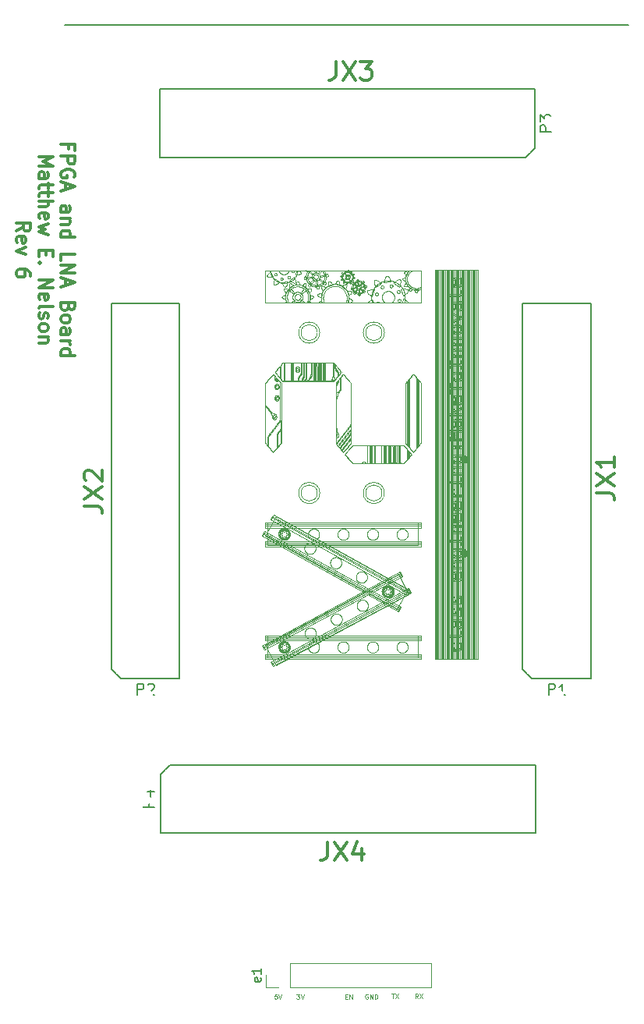
<source format=gto>
%TF.GenerationSoftware,KiCad,Pcbnew,(6.0.4-0)*%
%TF.CreationDate,2022-04-21T11:02:12-05:00*%
%TF.ProjectId,payload_board,7061796c-6f61-4645-9f62-6f6172642e6b,3*%
%TF.SameCoordinates,Original*%
%TF.FileFunction,Legend,Top*%
%TF.FilePolarity,Positive*%
%FSLAX46Y46*%
G04 Gerber Fmt 4.6, Leading zero omitted, Abs format (unit mm)*
G04 Created by KiCad (PCBNEW (6.0.4-0)) date 2022-04-21 11:02:12*
%MOMM*%
%LPD*%
G01*
G04 APERTURE LIST*
%ADD10C,0.018000*%
%ADD11C,0.150000*%
%ADD12C,0.125000*%
%ADD13C,0.300000*%
%ADD14C,0.120000*%
%ADD15C,1.524000*%
%ADD16R,2.000000X0.500000*%
%ADD17R,0.500000X2.000000*%
%ADD18C,4.400000*%
%ADD19C,4.000000*%
%ADD20C,7.400000*%
%ADD21C,6.000000*%
%ADD22R,1.700000X1.700000*%
%ADD23O,1.700000X1.700000*%
%ADD24C,1.500000*%
%ADD25C,1.000000*%
G04 APERTURE END LIST*
D10*
X99707375Y-112402043D02*
X99705308Y-112410385D01*
X94639854Y-96548658D02*
X94645227Y-96567861D01*
X94644917Y-96586056D01*
X94640660Y-96604462D01*
X94637526Y-96610332D01*
X80668370Y-117408599D02*
X80651826Y-117419375D01*
X80635144Y-117427711D01*
X80616857Y-117434682D01*
X80606445Y-117437740D01*
X80876066Y-118036299D02*
X80902736Y-118035623D01*
X80929056Y-118033619D01*
X80954994Y-118030319D01*
X80980517Y-118025756D01*
X81005592Y-118019961D01*
X81030187Y-118012969D01*
X81054270Y-118004812D01*
X81077807Y-117995521D01*
X81100766Y-117985131D01*
X81123115Y-117973673D01*
X81144821Y-117961181D01*
X81165851Y-117947687D01*
X81186173Y-117933223D01*
X81205754Y-117917823D01*
X81224562Y-117901519D01*
X81242564Y-117884344D01*
X81259727Y-117866330D01*
X81276019Y-117847511D01*
X81291407Y-117827918D01*
X81305859Y-117807584D01*
X81319342Y-117786543D01*
X81331824Y-117764826D01*
X81343272Y-117742467D01*
X81353652Y-117719499D01*
X81362934Y-117695953D01*
X81371084Y-117671862D01*
X81378069Y-117647260D01*
X81383858Y-117622179D01*
X81388416Y-117596651D01*
X81391713Y-117570710D01*
X81393715Y-117544387D01*
X81394390Y-117517717D01*
X88095002Y-88956017D02*
X88094830Y-89088300D01*
X88094670Y-89220583D01*
X88094522Y-89352866D01*
X88094385Y-89485149D01*
X88094259Y-89617432D01*
X88094145Y-89749716D01*
X88094041Y-89881999D01*
X88093949Y-90014282D01*
X88093868Y-90146565D01*
X88093797Y-90278849D01*
X88093737Y-90411132D01*
X88093687Y-90543415D01*
X88093647Y-90675699D01*
X88093618Y-90807982D01*
X88093599Y-90940265D01*
X88093590Y-91072549D01*
X88093591Y-91204832D01*
X88093601Y-91337115D01*
X88093621Y-91469399D01*
X88093650Y-91601682D01*
X88093689Y-91733965D01*
X88093737Y-91866249D01*
X88093794Y-91998532D01*
X88093860Y-92130815D01*
X88093935Y-92263099D01*
X88094018Y-92395382D01*
X88094110Y-92527665D01*
X88094211Y-92659948D01*
X88094319Y-92792232D01*
X88094436Y-92924515D01*
X88094561Y-93056798D01*
X88094695Y-93189082D01*
X100018171Y-115045608D02*
X100017742Y-115026058D01*
X100016458Y-115007038D01*
X100014318Y-114988547D01*
X100011321Y-114970587D01*
X100005220Y-114944639D01*
X99997191Y-114919882D01*
X99987234Y-114896316D01*
X99975348Y-114873941D01*
X99961534Y-114852757D01*
X99945790Y-114832763D01*
X99928117Y-114813960D01*
X99908514Y-114796347D01*
X95005768Y-78730124D02*
X95029603Y-78734031D01*
X95053480Y-78737421D01*
X95077387Y-78740296D01*
X95101315Y-78742660D01*
X95125256Y-78744515D01*
X95149200Y-78745864D01*
X95173138Y-78746711D01*
X95197061Y-78747059D01*
X95220958Y-78746911D01*
X95244821Y-78746270D01*
X95268641Y-78745139D01*
X95292409Y-78743521D01*
X95316114Y-78741419D01*
X95339748Y-78738837D01*
X95363301Y-78735777D01*
X95386765Y-78732243D01*
X99995344Y-78777494D02*
X100148071Y-78777494D01*
X100021789Y-83414255D02*
X100001691Y-83429783D01*
X99980485Y-83444309D01*
X99958171Y-83457832D01*
X99934749Y-83470352D01*
X99910218Y-83481871D01*
X99884579Y-83492387D01*
X99857831Y-83501901D01*
X99829975Y-83510412D01*
X99801011Y-83517922D01*
X99770938Y-83524431D01*
X99739757Y-83529937D01*
X99707467Y-83534442D01*
X99674070Y-83537946D01*
X99639563Y-83540449D01*
X99603949Y-83541950D01*
X99585726Y-83542325D01*
X99567226Y-83542451D01*
X81129814Y-105345464D02*
X81200509Y-105322456D01*
X79961393Y-89143828D02*
X79979265Y-89124684D01*
X79997599Y-89108597D01*
X80016234Y-89095601D01*
X80035013Y-89085732D01*
X80053777Y-89079023D01*
X80072367Y-89075508D01*
X80090624Y-89075223D01*
X80108391Y-89078202D01*
X80125508Y-89084479D01*
X80141816Y-89094089D01*
X80152162Y-89102364D01*
X95737910Y-104355458D02*
X78779883Y-104355458D01*
X99986988Y-103220005D02*
X99981271Y-103201106D01*
X99975023Y-103181972D01*
X99968244Y-103162603D01*
X99960936Y-103142997D01*
X99953097Y-103123155D01*
X99944729Y-103103076D01*
X99935833Y-103082760D01*
X99926408Y-103062206D01*
X99916454Y-103041414D01*
X99905974Y-103020383D01*
X99898694Y-103006230D01*
X99615894Y-92003893D02*
X99750014Y-92146784D01*
X99186742Y-103415602D02*
X99187546Y-103441173D01*
X99189958Y-103465883D01*
X99193978Y-103489731D01*
X99199606Y-103512717D01*
X99206842Y-103534842D01*
X99215687Y-103556105D01*
X99226139Y-103576507D01*
X99238200Y-103596047D01*
X99251868Y-103614726D01*
X99267145Y-103632543D01*
X99278223Y-103643943D01*
X99971397Y-86442987D02*
X100148071Y-86442987D01*
X98956145Y-84221122D02*
X98956602Y-84199188D01*
X98957973Y-84177959D01*
X98960260Y-84157434D01*
X98963460Y-84137615D01*
X98967574Y-84118500D01*
X98972602Y-84100090D01*
X98978544Y-84082383D01*
X98985400Y-84065382D01*
X98993169Y-84049084D01*
X99006536Y-84025957D01*
X99021957Y-84004413D01*
X99039433Y-83984452D01*
X99058963Y-83966074D01*
X99073124Y-83954702D01*
X86373217Y-78125794D02*
X86383607Y-78102587D01*
X86391322Y-78086010D01*
X86400934Y-78065932D01*
X86412305Y-78042904D01*
X86425298Y-78017480D01*
X86439775Y-77990211D01*
X86455599Y-77961650D01*
X86472632Y-77932347D01*
X86490737Y-77902856D01*
X86509777Y-77873728D01*
X86529614Y-77845515D01*
X86550110Y-77818770D01*
X86571128Y-77794044D01*
X86592531Y-77771889D01*
X86614181Y-77752857D01*
X86635941Y-77737501D01*
X86657674Y-77726372D01*
X86679241Y-77720023D01*
X86700505Y-77719005D01*
X86721329Y-77723870D01*
X86741576Y-77735171D01*
X86761108Y-77753460D01*
X86779787Y-77779288D01*
X86797476Y-77813207D01*
X86814038Y-77855770D01*
X86829335Y-77907529D01*
X86843230Y-77969035D01*
X86855585Y-78040841D01*
X86866263Y-78123498D01*
X86875127Y-78217560D01*
X100470236Y-96772333D02*
X100486587Y-96788300D01*
X100501884Y-96805180D01*
X100516127Y-96822973D01*
X100529316Y-96841679D01*
X100541450Y-96861297D01*
X100552530Y-96881827D01*
X100562555Y-96903270D01*
X100571526Y-96925625D01*
X100579441Y-96948892D01*
X100586302Y-96973071D01*
X100592108Y-96998163D01*
X100596858Y-97024166D01*
X100600553Y-97051081D01*
X100603192Y-97078909D01*
X100604776Y-97107648D01*
X100605304Y-97137299D01*
X81359617Y-76614517D02*
X81352892Y-76642368D01*
X81344852Y-76669548D01*
X81335536Y-76696030D01*
X81324988Y-76721787D01*
X81313248Y-76746794D01*
X81300358Y-76771022D01*
X81286360Y-76794447D01*
X81271296Y-76817040D01*
X81255207Y-76838776D01*
X81238135Y-76859629D01*
X81220121Y-76879571D01*
X81201208Y-76898576D01*
X81181436Y-76916617D01*
X81160848Y-76933668D01*
X81139486Y-76949703D01*
X81117390Y-76964695D01*
X81094603Y-76978616D01*
X81071166Y-76991442D01*
X81047121Y-77003145D01*
X81022510Y-77013698D01*
X80997374Y-77023076D01*
X80971754Y-77031251D01*
X80945694Y-77038197D01*
X80919233Y-77043888D01*
X80892415Y-77048296D01*
X80865280Y-77051396D01*
X80837870Y-77053161D01*
X80810227Y-77053564D01*
X80782393Y-77052579D01*
X80754409Y-77050178D01*
X80726317Y-77046337D01*
X80698159Y-77041028D01*
X88404943Y-78947081D02*
X88420102Y-78963174D01*
X88435803Y-78978709D01*
X88452031Y-78993685D01*
X88468770Y-79008103D01*
X88486005Y-79021963D01*
X88503718Y-79035264D01*
X88521896Y-79048007D01*
X88540522Y-79060193D01*
X88559581Y-79071820D01*
X88579056Y-79082890D01*
X88592264Y-79089960D01*
X99535955Y-92146784D02*
X99052707Y-91643076D01*
X99822804Y-113458672D02*
X99798594Y-113460918D01*
X99775825Y-113467656D01*
X99754497Y-113478886D01*
X99734610Y-113494606D01*
X99716165Y-113514818D01*
X99704669Y-113530787D01*
X99693814Y-113548752D01*
X99683601Y-113568712D01*
X99674029Y-113590667D01*
X99665098Y-113614618D01*
X99656809Y-113640564D01*
X99649161Y-113668504D01*
X99642156Y-113698440D01*
X99638894Y-113714156D01*
X82698792Y-79219897D02*
X82620735Y-79141841D01*
X99877761Y-115442445D02*
X99853849Y-115441933D01*
X99830667Y-115440400D01*
X99808214Y-115437845D01*
X99786489Y-115434267D01*
X99765494Y-115429667D01*
X99745227Y-115424044D01*
X99725689Y-115417399D01*
X99706879Y-115409731D01*
X99688799Y-115401040D01*
X99671447Y-115391327D01*
X99654824Y-115380591D01*
X99638931Y-115368833D01*
X99623766Y-115356051D01*
X99609329Y-115342247D01*
X99595622Y-115327419D01*
X99582644Y-115311569D01*
X87203731Y-77667560D02*
X87213463Y-77682853D01*
X87223791Y-77697942D01*
X87234691Y-77712780D01*
X87246138Y-77727318D01*
X87258108Y-77741507D01*
X87270576Y-77755299D01*
X87275697Y-77760694D01*
X87613869Y-77148493D02*
X87573948Y-77179825D01*
X99967174Y-101694160D02*
X100157286Y-101694160D01*
X88475894Y-78939370D02*
X88580770Y-79019230D01*
X99190963Y-104688660D02*
X99191796Y-104713338D01*
X99194298Y-104736925D01*
X99198468Y-104759420D01*
X99204308Y-104780824D01*
X99211819Y-104801137D01*
X99221001Y-104820360D01*
X99231855Y-104838492D01*
X99244383Y-104855534D01*
X99258584Y-104871485D01*
X99274460Y-104886347D01*
X99285976Y-104895650D01*
X78786907Y-95168079D02*
X78787735Y-95051783D01*
X78788485Y-94935487D01*
X78789159Y-94819190D01*
X78789762Y-94702892D01*
X78790296Y-94586593D01*
X78790766Y-94470294D01*
X78791174Y-94353994D01*
X78791524Y-94237694D01*
X78791819Y-94121393D01*
X78792063Y-94005091D01*
X78792259Y-93888789D01*
X78792411Y-93772487D01*
X78792522Y-93656184D01*
X78792595Y-93539881D01*
X78792635Y-93423577D01*
X78792644Y-93307273D01*
X78792626Y-93190969D01*
X78792584Y-93074664D01*
X78792521Y-92958360D01*
X78792442Y-92842055D01*
X78792350Y-92725750D01*
X78792247Y-92609445D01*
X78792138Y-92493140D01*
X78792026Y-92376835D01*
X78791914Y-92260530D01*
X78791806Y-92144224D01*
X78791706Y-92027919D01*
X78791615Y-91911614D01*
X78791539Y-91795310D01*
X78791481Y-91679005D01*
X78791443Y-91562701D01*
X78791430Y-91446397D01*
X86913012Y-95935635D02*
X86949364Y-95888294D01*
X86985716Y-95840954D01*
X87022067Y-95793616D01*
X87058418Y-95746278D01*
X87094768Y-95698941D01*
X87131117Y-95651605D01*
X87167466Y-95604270D01*
X87203814Y-95556935D01*
X87240161Y-95509601D01*
X87276508Y-95462268D01*
X87312855Y-95414935D01*
X87349201Y-95367603D01*
X87385546Y-95320272D01*
X87421891Y-95272941D01*
X87458236Y-95225611D01*
X87494580Y-95178282D01*
X87530924Y-95130952D01*
X87567268Y-95083624D01*
X87603611Y-95036295D01*
X87639954Y-94988967D01*
X87676297Y-94941640D01*
X87712639Y-94894312D01*
X87748982Y-94846985D01*
X87785324Y-94799659D01*
X87821666Y-94752332D01*
X87858007Y-94705006D01*
X87894349Y-94657680D01*
X87930690Y-94610354D01*
X87967032Y-94563028D01*
X88003373Y-94515703D01*
X88039714Y-94468377D01*
X88076056Y-94421052D01*
X99286666Y-113918553D02*
X99305526Y-113917803D01*
X99327367Y-113914758D01*
X99347280Y-113909370D01*
X99365268Y-113901639D01*
X99381333Y-113891566D01*
X99395477Y-113879150D01*
X99403042Y-113870577D01*
X100246700Y-80566251D02*
X100246308Y-80588256D01*
X100245133Y-80609700D01*
X100243175Y-80630583D01*
X100240433Y-80650904D01*
X100236908Y-80670664D01*
X100232600Y-80689862D01*
X100227508Y-80708497D01*
X100221633Y-80726571D01*
X100214975Y-80744082D01*
X100207533Y-80761031D01*
X100199308Y-80777418D01*
X100190299Y-80793242D01*
X100180508Y-80808503D01*
X100169933Y-80823202D01*
X100158574Y-80837337D01*
X100146433Y-80850910D01*
X80858925Y-105885228D02*
X80827601Y-105884435D01*
X80796688Y-105882082D01*
X80766222Y-105878208D01*
X80736244Y-105872851D01*
X80706790Y-105866049D01*
X80677899Y-105857840D01*
X80649610Y-105848263D01*
X80621961Y-105837357D01*
X80594990Y-105825158D01*
X80568736Y-105811707D01*
X80543236Y-105797041D01*
X80518530Y-105781198D01*
X80494655Y-105764217D01*
X80471651Y-105746136D01*
X80449554Y-105726994D01*
X80428404Y-105706828D01*
X80408238Y-105685678D01*
X80389096Y-105663581D01*
X80371016Y-105640576D01*
X80354035Y-105616701D01*
X80338193Y-105591994D01*
X80323527Y-105566495D01*
X80310075Y-105540240D01*
X80297877Y-105513269D01*
X80286971Y-105485620D01*
X80277394Y-105457331D01*
X80269186Y-105428440D01*
X80262384Y-105398986D01*
X80257027Y-105369008D01*
X80253153Y-105338542D01*
X80250800Y-105307629D01*
X80250008Y-105276306D01*
X95291373Y-88345485D02*
X95310074Y-88360759D01*
X95327206Y-88376389D01*
X95342711Y-88392583D01*
X95356532Y-88409551D01*
X95368610Y-88427503D01*
X95378888Y-88446646D01*
X95387309Y-88467192D01*
X95393815Y-88489348D01*
X95398347Y-88513324D01*
X95400850Y-88539329D01*
X95401362Y-88557897D01*
X97988740Y-118804912D02*
X97932291Y-118804912D01*
X99484100Y-92798856D02*
X100148071Y-92798856D01*
X78439899Y-117334655D02*
X93400147Y-109349317D01*
X99158834Y-108834662D02*
X99140555Y-108824761D01*
X99123126Y-108814218D01*
X99106546Y-108803033D01*
X99090816Y-108791205D01*
X99075935Y-108778736D01*
X99061904Y-108765625D01*
X99048722Y-108751872D01*
X99036390Y-108737479D01*
X99024907Y-108722444D01*
X99014274Y-108706769D01*
X99007657Y-108695963D01*
X84622339Y-88582165D02*
X84603791Y-88582165D01*
X84583268Y-88582165D01*
X84564009Y-88582165D01*
X84545348Y-88582165D01*
X84526617Y-88582165D01*
X84517019Y-88582165D01*
X99967174Y-77426784D02*
X100157286Y-77426784D01*
X78779883Y-104202325D02*
X95737910Y-104202325D01*
X100216551Y-101154145D02*
X99052707Y-101154145D01*
X87998148Y-76792399D02*
X88019287Y-76775497D01*
X88037105Y-76762171D01*
X88058455Y-76747223D01*
X88082123Y-76732074D01*
X88106897Y-76718142D01*
X88131566Y-76706848D01*
X88154915Y-76699612D01*
X88175733Y-76697854D01*
X88199561Y-76708593D01*
X88208746Y-76726742D01*
X88211156Y-76755338D01*
X88209441Y-76773997D01*
X88205578Y-76795801D01*
X88199415Y-76820927D01*
X88190800Y-76849552D01*
X88179582Y-76881854D01*
X88165610Y-76918011D01*
X100148071Y-85336679D02*
X99426903Y-85336679D01*
X100055468Y-109571267D02*
X100049751Y-109552368D01*
X100043503Y-109533234D01*
X100036725Y-109513864D01*
X100029416Y-109494259D01*
X100021578Y-109474416D01*
X100013210Y-109454337D01*
X100004313Y-109434021D01*
X99994888Y-109413467D01*
X99984935Y-109392675D01*
X99974454Y-109371644D01*
X99967174Y-109357491D01*
X87842760Y-79618193D02*
X87865966Y-79628583D01*
X87882543Y-79636298D01*
X87902621Y-79645910D01*
X87925649Y-79657281D01*
X87951073Y-79670274D01*
X87978342Y-79684751D01*
X88006903Y-79700575D01*
X88036206Y-79717608D01*
X88065697Y-79735713D01*
X88094825Y-79754753D01*
X88123038Y-79774590D01*
X88149783Y-79795086D01*
X88174509Y-79816104D01*
X88196664Y-79837507D01*
X88215696Y-79859157D01*
X88231052Y-79880917D01*
X88242181Y-79902650D01*
X88248530Y-79924217D01*
X88249548Y-79945481D01*
X88244683Y-79966305D01*
X88233382Y-79986552D01*
X88215093Y-80006084D01*
X88189265Y-80024763D01*
X88155346Y-80042452D01*
X88112783Y-80059014D01*
X88061024Y-80074311D01*
X87999518Y-80088206D01*
X87927712Y-80100561D01*
X87845055Y-80111239D01*
X87750994Y-80120103D01*
X80916175Y-80144063D02*
X80929824Y-80126646D01*
X80944602Y-80108522D01*
X80956448Y-80094459D01*
X80968966Y-80079986D01*
X80982170Y-80065098D01*
X80996078Y-80049790D01*
X81010703Y-80034057D01*
X81026063Y-80017893D01*
X81042173Y-80001293D01*
X81059048Y-79984253D01*
X87141002Y-77158474D02*
X87115950Y-77366306D01*
X100605304Y-97137299D02*
X100605074Y-97157234D01*
X100604386Y-97177397D01*
X100603241Y-97197787D01*
X100601643Y-97218404D01*
X100599592Y-97239248D01*
X100597090Y-97260319D01*
X100594141Y-97281616D01*
X100590746Y-97303141D01*
X100178220Y-103413942D02*
X100177585Y-103447498D01*
X100175680Y-103480126D01*
X100172504Y-103511825D01*
X100168059Y-103542595D01*
X100162343Y-103572437D01*
X100155357Y-103601350D01*
X100147100Y-103629334D01*
X100137572Y-103656390D01*
X100126773Y-103682517D01*
X100114704Y-103707716D01*
X100101363Y-103731987D01*
X100086751Y-103755330D01*
X100070867Y-103777744D01*
X100053712Y-103799230D01*
X100035285Y-103819788D01*
X100015587Y-103839419D01*
X99024626Y-100577478D02*
X99025060Y-100555558D01*
X99026361Y-100534091D01*
X99028525Y-100513076D01*
X99031548Y-100492517D01*
X99035426Y-100472416D01*
X99040155Y-100452773D01*
X99042284Y-100445046D01*
X79048277Y-104001103D02*
X79048277Y-106416644D01*
X100216551Y-81606775D02*
X100216551Y-81853918D01*
X89483792Y-97368988D02*
X89460275Y-97371321D01*
X89437710Y-97375836D01*
X89416205Y-97382585D01*
X89395867Y-97391621D01*
X89376806Y-97402998D01*
X89359129Y-97416770D01*
X89342945Y-97432989D01*
X89328363Y-97451709D01*
X89315489Y-97472983D01*
X89304434Y-97496865D01*
X89298128Y-97514262D01*
X98984227Y-79717052D02*
X98984227Y-79405249D01*
X84406332Y-77667040D02*
X84317953Y-77679008D01*
X100197342Y-114824588D02*
X100206162Y-114842445D01*
X100214115Y-114861006D01*
X100221201Y-114880273D01*
X100227419Y-114900244D01*
X100232769Y-114920920D01*
X100237252Y-114942302D01*
X100240867Y-114964389D01*
X100243615Y-114987183D01*
X100245494Y-115010682D01*
X100246507Y-115034887D01*
X100246700Y-115051417D01*
X99898694Y-77461646D02*
X100088806Y-77461646D01*
X88891586Y-77602779D02*
X88949474Y-77756265D01*
X88088876Y-78656933D02*
X88066566Y-78492176D01*
X85119975Y-88616429D02*
X85119975Y-88554439D01*
X85119975Y-88492480D01*
X85119975Y-88430549D01*
X85119975Y-88368644D01*
X85119975Y-88306761D01*
X85119975Y-88244899D01*
X85119975Y-88183054D01*
X85119975Y-88121225D01*
X85119975Y-88059409D01*
X85119975Y-87997602D01*
X85119975Y-87935803D01*
X85119975Y-87874009D01*
X85119975Y-87812218D01*
X85119975Y-87750427D01*
X85119975Y-87688632D01*
X85119975Y-87626833D01*
X85119975Y-87565026D01*
X85119975Y-87503209D01*
X85119975Y-87441378D01*
X85119975Y-87379533D01*
X85119975Y-87317669D01*
X85119975Y-87255785D01*
X85119975Y-87193878D01*
X85119975Y-87131945D01*
X85119975Y-87069984D01*
X85119975Y-87007992D01*
X85119975Y-86945967D01*
X85119975Y-86883906D01*
X85119975Y-86821806D01*
X85119975Y-86759666D01*
X85119975Y-86697482D01*
X85119975Y-86635253D01*
X83369391Y-78653927D02*
X83352825Y-78634152D01*
X83335875Y-78614718D01*
X83318544Y-78595629D01*
X83300838Y-78576890D01*
X83282762Y-78558507D01*
X83264322Y-78540484D01*
X83245522Y-78522828D01*
X83226369Y-78505544D01*
X83206866Y-78488637D01*
X83187020Y-78472111D01*
X83173602Y-78461310D01*
X80871656Y-104795798D02*
X80895454Y-104796400D01*
X80918941Y-104798187D01*
X80942087Y-104801131D01*
X80964863Y-104805201D01*
X80987241Y-104810369D01*
X81009191Y-104816607D01*
X81030684Y-104823884D01*
X81051691Y-104832171D01*
X81072182Y-104841441D01*
X81092129Y-104851662D01*
X81111503Y-104862808D01*
X81130273Y-104874847D01*
X81148412Y-104887752D01*
X81165891Y-104901494D01*
X81182679Y-104916042D01*
X81198748Y-104931369D01*
X81214069Y-104947444D01*
X81228612Y-104964240D01*
X81242349Y-104981726D01*
X81255250Y-104999874D01*
X81267287Y-105018655D01*
X81278429Y-105038039D01*
X81288649Y-105057999D01*
X81297917Y-105078503D01*
X81306203Y-105099524D01*
X81313479Y-105121032D01*
X81319716Y-105142999D01*
X81324883Y-105165395D01*
X81328954Y-105188191D01*
X81331897Y-105211358D01*
X81333684Y-105234867D01*
X81334287Y-105258689D01*
X99518384Y-90189117D02*
X99611846Y-90189117D01*
X83231406Y-77256218D02*
X83280773Y-77620782D01*
X85390675Y-77335074D02*
X85390675Y-77335074D01*
X100216551Y-81853918D02*
X99052707Y-82269021D01*
X85119975Y-86635253D02*
X85138251Y-86635253D01*
X85159238Y-86635253D01*
X85177744Y-86635253D01*
X85197473Y-86635253D01*
X85219128Y-86635253D01*
X85222974Y-86635253D01*
X100370351Y-76581822D02*
X100370351Y-118804912D01*
X99097414Y-100327223D02*
X99292781Y-100327223D01*
X100148071Y-89533354D02*
X98773269Y-89533354D01*
X90424911Y-97415832D02*
X90424783Y-97362115D01*
X90424659Y-97308399D01*
X90424537Y-97254683D01*
X90424418Y-97200967D01*
X90424301Y-97147251D01*
X90424187Y-97093535D01*
X90424075Y-97039818D01*
X90423965Y-96986102D01*
X90423857Y-96932386D01*
X90423751Y-96878670D01*
X90423646Y-96824954D01*
X90423543Y-96771238D01*
X90423442Y-96717521D01*
X90423342Y-96663805D01*
X90423243Y-96610089D01*
X90423145Y-96556373D01*
X90423049Y-96502657D01*
X90422953Y-96448940D01*
X90422857Y-96395224D01*
X90422762Y-96341508D01*
X90422668Y-96287792D01*
X90422574Y-96234076D01*
X90422480Y-96180359D01*
X90422386Y-96126643D01*
X90422293Y-96072927D01*
X90422198Y-96019211D01*
X90422104Y-95965495D01*
X90422009Y-95911778D01*
X90421914Y-95858062D01*
X90421818Y-95804346D01*
X90421721Y-95750630D01*
X90421623Y-95696914D01*
X98984227Y-84567329D02*
X99158834Y-84567329D01*
X94997156Y-78698615D02*
X95396304Y-78697451D01*
X81461213Y-78476128D02*
X81442603Y-78491772D01*
X81424282Y-78507752D01*
X81406262Y-78524066D01*
X81388551Y-78540716D01*
X81371161Y-78557701D01*
X81354102Y-78575021D01*
X81337385Y-78592676D01*
X81321020Y-78610666D01*
X81305018Y-78628991D01*
X81289389Y-78647651D01*
X81279183Y-78660277D01*
X100148071Y-101189008D02*
X98984227Y-101189008D01*
X100148071Y-86442987D02*
X100148071Y-87307426D01*
X80680790Y-117178423D02*
X80665871Y-117192140D01*
X80657783Y-117209275D01*
X80654765Y-117227477D01*
X80655356Y-117247418D01*
X80658663Y-117265512D01*
X80658715Y-117265695D01*
X99249625Y-114740651D02*
X99234903Y-114759426D01*
X99225145Y-114775217D01*
X99216489Y-114792474D01*
X99208935Y-114811196D01*
X99202484Y-114831384D01*
X99197136Y-114853038D01*
X99192894Y-114876157D01*
X99189757Y-114900742D01*
X99187726Y-114926792D01*
X99186988Y-114944973D01*
X99186742Y-114963806D01*
X99618135Y-102515272D02*
X99641558Y-102514883D01*
X99664310Y-102513716D01*
X99686392Y-102511771D01*
X99707802Y-102509048D01*
X99728541Y-102505547D01*
X99748607Y-102501268D01*
X99768001Y-102496211D01*
X99786722Y-102490376D01*
X99804769Y-102483763D01*
X99822143Y-102476372D01*
X99838843Y-102468203D01*
X99854868Y-102459256D01*
X99870219Y-102449531D01*
X99884894Y-102439028D01*
X99905640Y-102421815D01*
X99912218Y-102415689D01*
X85046578Y-78086943D02*
X85046578Y-78086943D01*
X80883710Y-86633290D02*
X80904054Y-86633290D01*
X80924386Y-86633290D01*
X80944706Y-86633290D01*
X80965018Y-86633290D01*
X80985324Y-86633290D01*
X81005625Y-86633290D01*
X81025924Y-86633290D01*
X81046224Y-86633290D01*
X81066526Y-86633290D01*
X81086834Y-86633290D01*
X81107148Y-86633290D01*
X81127471Y-86633290D01*
X81147806Y-86633290D01*
X81168155Y-86633290D01*
X81188520Y-86633290D01*
X81208904Y-86633290D01*
X81229307Y-86633290D01*
X81249734Y-86633290D01*
X81270186Y-86633290D01*
X81290665Y-86633290D01*
X81311174Y-86633290D01*
X81331715Y-86633290D01*
X81352289Y-86633290D01*
X81372901Y-86633290D01*
X81393550Y-86633290D01*
X81414241Y-86633290D01*
X81434975Y-86633290D01*
X81455754Y-86633290D01*
X81476580Y-86633290D01*
X81497457Y-86633290D01*
X81518385Y-86633290D01*
X81539369Y-86633290D01*
X80566422Y-105783942D02*
X80539435Y-105768021D01*
X80513565Y-105750937D01*
X80488826Y-105732741D01*
X80465233Y-105713485D01*
X80442801Y-105693222D01*
X80421545Y-105672003D01*
X80401480Y-105649881D01*
X80382621Y-105626909D01*
X80364982Y-105603137D01*
X80348579Y-105578618D01*
X80333426Y-105553405D01*
X80319538Y-105527549D01*
X80306930Y-105501103D01*
X80295616Y-105474119D01*
X80285613Y-105446649D01*
X80276934Y-105418744D01*
X80269594Y-105390458D01*
X80263609Y-105361842D01*
X80258992Y-105332948D01*
X80255760Y-105303829D01*
X80253927Y-105274537D01*
X80253507Y-105245123D01*
X80254517Y-105215641D01*
X80256969Y-105186141D01*
X80260880Y-105156677D01*
X80266264Y-105127300D01*
X80273136Y-105098062D01*
X80281511Y-105069017D01*
X80291404Y-105040215D01*
X80302829Y-105011709D01*
X80315802Y-104983550D01*
X80330338Y-104955793D01*
X80370449Y-87022039D02*
X80387174Y-87030130D01*
X80391857Y-87032397D01*
X95621718Y-78669799D02*
X95641022Y-78662573D01*
X95660090Y-78654872D01*
X95678989Y-78646829D01*
X95697784Y-78638577D01*
X95708503Y-78633819D01*
X99556803Y-96840105D02*
X99530315Y-96840380D01*
X99504637Y-96841205D01*
X99479768Y-96842580D01*
X99455708Y-96844505D01*
X99432457Y-96846980D01*
X99410014Y-96850006D01*
X99388379Y-96853581D01*
X99367552Y-96857707D01*
X99347532Y-96862382D01*
X99328320Y-96867608D01*
X99309914Y-96873384D01*
X99292316Y-96879710D01*
X99275524Y-96886586D01*
X99251848Y-96897931D01*
X99229986Y-96910514D01*
X100148071Y-81888781D02*
X98984227Y-82303884D01*
X100659227Y-107486069D02*
X100655370Y-107507706D01*
X100651098Y-107529344D01*
X100646409Y-107550982D01*
X100641298Y-107572620D01*
X100635764Y-107594258D01*
X100629803Y-107615896D01*
X100623411Y-107637534D01*
X100616587Y-107659173D01*
X81175468Y-80144063D02*
X81371258Y-80144063D01*
X99214824Y-115161935D02*
X99220310Y-115180658D01*
X99226255Y-115199290D01*
X99232658Y-115217832D01*
X99239518Y-115236282D01*
X99246836Y-115254640D01*
X99254610Y-115272908D01*
X99262840Y-115291084D01*
X99271527Y-115309170D01*
X99280668Y-115327164D01*
X99290265Y-115345067D01*
X99296916Y-115356952D01*
X91913893Y-111145038D02*
X91912353Y-111145923D01*
X86954233Y-88334145D02*
X86954278Y-88362953D01*
X86954327Y-88391761D01*
X86954380Y-88420570D01*
X86954437Y-88449379D01*
X86954495Y-88478187D01*
X86954556Y-88506996D01*
X86954617Y-88535805D01*
X86954679Y-88564614D01*
X86954740Y-88593422D01*
X86954799Y-88622231D01*
X86954857Y-88651040D01*
X86954912Y-88679849D01*
X86954964Y-88708657D01*
X86955012Y-88737466D01*
X86955055Y-88766275D01*
X86955093Y-88795083D01*
X86955124Y-88823892D01*
X86955149Y-88852701D01*
X86955166Y-88881509D01*
X86955174Y-88910318D01*
X86955174Y-88939126D01*
X86955164Y-88967934D01*
X86955143Y-88996743D01*
X86955111Y-89025551D01*
X86955067Y-89054359D01*
X86955011Y-89083167D01*
X86954941Y-89111975D01*
X86954858Y-89140783D01*
X86954759Y-89169590D01*
X86954645Y-89198398D01*
X86954515Y-89227205D01*
X86954369Y-89256013D01*
X98956145Y-107375965D02*
X98956537Y-107355151D01*
X98957716Y-107334942D01*
X98959681Y-107315338D01*
X98962432Y-107296338D01*
X98965968Y-107277943D01*
X98970290Y-107260153D01*
X98977276Y-107237375D01*
X98985658Y-107215673D01*
X98995438Y-107195049D01*
X99000852Y-107185141D01*
X100016104Y-103411867D02*
X100015647Y-103388800D01*
X100014280Y-103365471D01*
X100012002Y-103341880D01*
X100009696Y-103324014D01*
X100006879Y-103306002D01*
X100003552Y-103287842D01*
X99999714Y-103269536D01*
X99995366Y-103251084D01*
X99990509Y-103232485D01*
X99986988Y-103220005D01*
X86695207Y-95603844D02*
X86683138Y-95617271D01*
X86669526Y-95630140D01*
X86662680Y-95636707D01*
X92468939Y-80144063D02*
X93666973Y-80144063D01*
X99490302Y-84567329D02*
X100148071Y-84567329D01*
X92107628Y-112003799D02*
X92134298Y-112003123D01*
X92160618Y-112001119D01*
X92186556Y-111997819D01*
X92212079Y-111993256D01*
X92237154Y-111987461D01*
X92261750Y-111980469D01*
X92285832Y-111972312D01*
X92309369Y-111963021D01*
X92332329Y-111952631D01*
X92354678Y-111941173D01*
X92376383Y-111928681D01*
X92397414Y-111915187D01*
X92417736Y-111900723D01*
X92437317Y-111885323D01*
X92456124Y-111869019D01*
X92474126Y-111851844D01*
X92491289Y-111833830D01*
X92507581Y-111815011D01*
X92522970Y-111795418D01*
X92537422Y-111775084D01*
X92550905Y-111754043D01*
X92563386Y-111732326D01*
X92574834Y-111709967D01*
X92585215Y-111686999D01*
X92594496Y-111663453D01*
X92602646Y-111639362D01*
X92609631Y-111614760D01*
X92615420Y-111589679D01*
X92619978Y-111564151D01*
X92623275Y-111538210D01*
X92625277Y-111511887D01*
X92625952Y-111485217D01*
X88252229Y-78671917D02*
X88088876Y-78656933D01*
X81538518Y-78549226D02*
X82032190Y-79141841D01*
X98129875Y-76581822D02*
X98187207Y-76581822D01*
X88329493Y-77301736D02*
X88354699Y-77311592D01*
X88375149Y-77320360D01*
X88398769Y-77331376D01*
X88423723Y-77344298D01*
X88448176Y-77358788D01*
X88470291Y-77374504D01*
X88488232Y-77391107D01*
X88500164Y-77408257D01*
X88502777Y-77434263D01*
X88491652Y-77451291D01*
X88468092Y-77467676D01*
X88451075Y-77475521D01*
X88430261Y-77483078D01*
X88405420Y-77490303D01*
X88376322Y-77497155D01*
X88342739Y-77503591D01*
X88304441Y-77509569D01*
X100246700Y-102101872D02*
X100246065Y-102135428D01*
X100244160Y-102168056D01*
X100240984Y-102199755D01*
X100236539Y-102230525D01*
X100230823Y-102260366D01*
X100223837Y-102289279D01*
X100215580Y-102317263D01*
X100206052Y-102344319D01*
X100195253Y-102370447D01*
X100183184Y-102395646D01*
X100169843Y-102419916D01*
X100155231Y-102443259D01*
X100139347Y-102465673D01*
X100122192Y-102487159D01*
X100103765Y-102507717D01*
X100084067Y-102527348D01*
X100616587Y-97441383D02*
X100427509Y-97441383D01*
X99024626Y-108453591D02*
X99025083Y-108431656D01*
X99026454Y-108410426D01*
X99028740Y-108389900D01*
X99031941Y-108370079D01*
X99036055Y-108350961D01*
X99041083Y-108332548D01*
X99047025Y-108314839D01*
X99053881Y-108297835D01*
X99061650Y-108281536D01*
X99075016Y-108258407D01*
X99090438Y-108236865D01*
X99107913Y-108216908D01*
X99127443Y-108198537D01*
X99141604Y-108187172D01*
X94806229Y-96288480D02*
X94788143Y-96266937D01*
X94769962Y-96245501D01*
X94751705Y-96224147D01*
X94733394Y-96202855D01*
X94715050Y-96181600D01*
X94696692Y-96160362D01*
X94678341Y-96139118D01*
X94660020Y-96117844D01*
X94641747Y-96096520D01*
X94623544Y-96075123D01*
X94605431Y-96053629D01*
X94587430Y-96032018D01*
X94569560Y-96010266D01*
X94551844Y-95988351D01*
X94534301Y-95966252D01*
X94516952Y-95943945D01*
X81984030Y-79946148D02*
X81817878Y-80144063D01*
X98956145Y-109828247D02*
X98956734Y-109800721D01*
X98958502Y-109773933D01*
X98961449Y-109747882D01*
X98965574Y-109722568D01*
X98970877Y-109697992D01*
X98977358Y-109674153D01*
X98985017Y-109651051D01*
X98993853Y-109628686D01*
X99003865Y-109607057D01*
X99015055Y-109586166D01*
X99027421Y-109566012D01*
X99040963Y-109546594D01*
X99055682Y-109527913D01*
X99071576Y-109509969D01*
X99088646Y-109492762D01*
X99106891Y-109476291D01*
X80481370Y-87017861D02*
X80481759Y-86992635D01*
X80483404Y-86968547D01*
X80486379Y-86945537D01*
X80490758Y-86923547D01*
X80496614Y-86902520D01*
X80504024Y-86882398D01*
X80513060Y-86863124D01*
X80523797Y-86844638D01*
X80536310Y-86826883D01*
X80550674Y-86809802D01*
X80561314Y-86798761D01*
X99208622Y-112177851D02*
X99203017Y-112198759D01*
X99198157Y-112219765D01*
X99194041Y-112240868D01*
X99190672Y-112262068D01*
X99188050Y-112283366D01*
X99186175Y-112304761D01*
X99185050Y-112326253D01*
X99184675Y-112347843D01*
X87270801Y-87910815D02*
X86462196Y-88828037D01*
X84062537Y-116912838D02*
X84093859Y-116913630D01*
X84124772Y-116915983D01*
X84155237Y-116919857D01*
X84185215Y-116925214D01*
X84214669Y-116932016D01*
X84243559Y-116940225D01*
X84271848Y-116949802D01*
X84299497Y-116960708D01*
X84326467Y-116972906D01*
X84352722Y-116986358D01*
X84378221Y-117001024D01*
X84402927Y-117016867D01*
X84426802Y-117033848D01*
X84449807Y-117051928D01*
X84471904Y-117071070D01*
X84493054Y-117091236D01*
X84513220Y-117112386D01*
X84532362Y-117134483D01*
X84550442Y-117157488D01*
X84567423Y-117181363D01*
X84583266Y-117206069D01*
X84597932Y-117231568D01*
X84611384Y-117257823D01*
X84623582Y-117284793D01*
X84634488Y-117312442D01*
X84644065Y-117340731D01*
X84652274Y-117369621D01*
X84659076Y-117399075D01*
X84664433Y-117429053D01*
X84668307Y-117459518D01*
X84670660Y-117490431D01*
X84671453Y-117521754D01*
X99024626Y-90634968D02*
X99025215Y-90607442D01*
X99026983Y-90580654D01*
X99029930Y-90554603D01*
X99034055Y-90529289D01*
X99039358Y-90504712D01*
X99045839Y-90480872D01*
X99053498Y-90457768D01*
X99062333Y-90435402D01*
X99072346Y-90413771D01*
X99083536Y-90392877D01*
X99095902Y-90372719D01*
X99109444Y-90353297D01*
X99124162Y-90334611D01*
X99140056Y-90316661D01*
X99157126Y-90299447D01*
X99175371Y-90282969D01*
X92720159Y-111197406D02*
X92734209Y-111225412D01*
X92746690Y-111253791D01*
X92757618Y-111282491D01*
X92767008Y-111311460D01*
X92774877Y-111340647D01*
X92781239Y-111369999D01*
X92786112Y-111399464D01*
X92789510Y-111428992D01*
X92791449Y-111458529D01*
X92791945Y-111488025D01*
X92791014Y-111517426D01*
X92788672Y-111546682D01*
X92784934Y-111575740D01*
X92779817Y-111604549D01*
X92773335Y-111633056D01*
X92765505Y-111661210D01*
X92756342Y-111688960D01*
X92745862Y-111716252D01*
X92734081Y-111743035D01*
X92721015Y-111769258D01*
X92706680Y-111794868D01*
X92691091Y-111819814D01*
X92674263Y-111844043D01*
X92656214Y-111867505D01*
X92636958Y-111890146D01*
X92616511Y-111911916D01*
X92594889Y-111932762D01*
X92572109Y-111952632D01*
X92548184Y-111971475D01*
X92523132Y-111989238D01*
X92496968Y-112005870D01*
X92469709Y-112021320D01*
X100216551Y-92763993D02*
X100216551Y-92956936D01*
X99195098Y-114549826D02*
X99211923Y-114538004D01*
X99229939Y-114527299D01*
X99249149Y-114517712D01*
X99269557Y-114509245D01*
X99286748Y-114503280D01*
X99304711Y-114498033D01*
X99323447Y-114493508D01*
X100178220Y-117390440D02*
X100177587Y-117423869D01*
X100175688Y-117456374D01*
X100172523Y-117487956D01*
X100168091Y-117518613D01*
X100162394Y-117548345D01*
X100155429Y-117577153D01*
X100147199Y-117605037D01*
X100137701Y-117631996D01*
X100126937Y-117658029D01*
X100114906Y-117683138D01*
X100101607Y-117707322D01*
X100087041Y-117730581D01*
X100071208Y-117752914D01*
X100054108Y-117774321D01*
X100035739Y-117794803D01*
X100016104Y-117814360D01*
X91480460Y-83377621D02*
G75*
G03*
X91480460Y-83377621I-881945J0D01*
G01*
X95759992Y-88854496D02*
X95759992Y-95363246D01*
X100016104Y-83042979D02*
X100015659Y-83024880D01*
X100013327Y-82998788D01*
X100008996Y-82973962D01*
X100002664Y-82950403D01*
X99994332Y-82928109D01*
X99984000Y-82907081D01*
X99971666Y-82887317D01*
X99957331Y-82868818D01*
X99940994Y-82851583D01*
X99922654Y-82835612D01*
X99902312Y-82820904D01*
X100148071Y-83866529D02*
X100148071Y-84059472D01*
X86527135Y-93526882D02*
X86526981Y-93462982D01*
X86526838Y-93399082D01*
X86526707Y-93335182D01*
X86526584Y-93271283D01*
X86526468Y-93207383D01*
X86526358Y-93143483D01*
X86526252Y-93079583D01*
X86526149Y-93015683D01*
X86526047Y-92951783D01*
X86525945Y-92887883D01*
X86525841Y-92823983D01*
X86525733Y-92760083D01*
X86525621Y-92696183D01*
X86525503Y-92632284D01*
X86525376Y-92568384D01*
X86525241Y-92504484D01*
X86525094Y-92440585D01*
X86524935Y-92376686D01*
X86524762Y-92312787D01*
X86524573Y-92248888D01*
X86524368Y-92184989D01*
X86524144Y-92121090D01*
X86523901Y-92057192D01*
X86523635Y-91993294D01*
X86523347Y-91929396D01*
X86523035Y-91865499D01*
X86522696Y-91801601D01*
X86522330Y-91737704D01*
X86521935Y-91673808D01*
X86521509Y-91609911D01*
X86521051Y-91546015D01*
X86520560Y-91482120D01*
X99625283Y-97369418D02*
X99651774Y-97369126D01*
X99677464Y-97368253D01*
X99702353Y-97366796D01*
X99726441Y-97364758D01*
X99749729Y-97362136D01*
X99772216Y-97358933D01*
X99793904Y-97355147D01*
X99814792Y-97350778D01*
X99834880Y-97345827D01*
X99854169Y-97340293D01*
X99872659Y-97334177D01*
X99890350Y-97327478D01*
X99907243Y-97320197D01*
X99931086Y-97308184D01*
X99953134Y-97294860D01*
X98956145Y-104656788D02*
X98956602Y-104634853D01*
X98957973Y-104613623D01*
X98960260Y-104593097D01*
X98963460Y-104573275D01*
X98967574Y-104554158D01*
X98972602Y-104535745D01*
X98978544Y-104518036D01*
X98985400Y-104501032D01*
X98993169Y-104484732D01*
X99006536Y-104461604D01*
X99021957Y-104440061D01*
X99039433Y-104420105D01*
X99058963Y-104401734D01*
X99073124Y-104390368D01*
X100128861Y-80374285D02*
X100137681Y-80392140D01*
X100145635Y-80410699D01*
X100152721Y-80429962D01*
X100158939Y-80449929D01*
X100164289Y-80470601D01*
X100168772Y-80491980D01*
X100172387Y-80514066D01*
X100175135Y-80536861D01*
X100177014Y-80560363D01*
X100178027Y-80584576D01*
X100178220Y-80601113D01*
X99403042Y-113870577D02*
X99414989Y-113852113D01*
X99424481Y-113832314D01*
X99431560Y-113814533D01*
X99438603Y-113794238D01*
X99445611Y-113771431D01*
X99452582Y-113746111D01*
X99457208Y-113727835D01*
X99461817Y-113708442D01*
X99466409Y-113687933D01*
X99470983Y-113666307D01*
X99475540Y-113643565D01*
X99477812Y-113631776D01*
X99635706Y-83507588D02*
X99617268Y-83507462D01*
X99599105Y-83507087D01*
X99563598Y-83505586D01*
X99529187Y-83503083D01*
X99495870Y-83499579D01*
X99463649Y-83495074D01*
X99432523Y-83489568D01*
X99402493Y-83483059D01*
X99373559Y-83475549D01*
X99345721Y-83467038D01*
X99318980Y-83457524D01*
X99293335Y-83447008D01*
X99268788Y-83435489D01*
X99245338Y-83422969D01*
X99222985Y-83409446D01*
X99201730Y-83394920D01*
X99181574Y-83379392D01*
X88029355Y-93538003D02*
X88041180Y-93523209D01*
X88052882Y-93508999D01*
X88064666Y-93494835D01*
X88078690Y-93477966D01*
X88092516Y-93461248D01*
X83679482Y-77970242D02*
X83655674Y-77947375D01*
X83632689Y-77923638D01*
X83610552Y-77899050D01*
X83589293Y-77873635D01*
X83568940Y-77847414D01*
X83549519Y-77820409D01*
X83531060Y-77792640D01*
X83513589Y-77764131D01*
X83497136Y-77734902D01*
X83481727Y-77704976D01*
X83467391Y-77674373D01*
X83454156Y-77643117D01*
X83442049Y-77611227D01*
X83431099Y-77578727D01*
X83421333Y-77545638D01*
X83412780Y-77511982D01*
X80250008Y-105276306D02*
X80250800Y-105244983D01*
X80253153Y-105214070D01*
X80257027Y-105183605D01*
X80262384Y-105153626D01*
X80269186Y-105124173D01*
X80277394Y-105095283D01*
X80286971Y-105066994D01*
X80297877Y-105039345D01*
X80310075Y-105012374D01*
X80323527Y-104986120D01*
X80338193Y-104960620D01*
X80354035Y-104935914D01*
X80371016Y-104912039D01*
X80389096Y-104889034D01*
X80408238Y-104866937D01*
X80428404Y-104845787D01*
X80449554Y-104825622D01*
X80471651Y-104806479D01*
X80494655Y-104788399D01*
X80518530Y-104771418D01*
X80543236Y-104755575D01*
X80568736Y-104740909D01*
X80594990Y-104727457D01*
X80621961Y-104715259D01*
X80649610Y-104704353D01*
X80677899Y-104694776D01*
X80706790Y-104686567D01*
X80736244Y-104679765D01*
X80766222Y-104674408D01*
X80796688Y-104670534D01*
X80827601Y-104668181D01*
X80858925Y-104667389D01*
X88598777Y-79084699D02*
X88407994Y-78939423D01*
X100156426Y-107375965D02*
X100155788Y-107401195D01*
X100153874Y-107425781D01*
X100150685Y-107449722D01*
X100146221Y-107473020D01*
X100140481Y-107495674D01*
X100133468Y-107517684D01*
X100125179Y-107539050D01*
X100115617Y-107559772D01*
X100104780Y-107579850D01*
X100092670Y-107599284D01*
X100079287Y-107618075D01*
X100064630Y-107636222D01*
X100048700Y-107653726D01*
X100031498Y-107670586D01*
X100013023Y-107686803D01*
X99993276Y-107702377D01*
X99024626Y-88117033D02*
X99025239Y-88087105D01*
X99027080Y-88058071D01*
X99030148Y-88029929D01*
X99034443Y-88002681D01*
X99039964Y-87976325D01*
X99046711Y-87950861D01*
X99054685Y-87926289D01*
X99063884Y-87902608D01*
X99074308Y-87879820D01*
X99085958Y-87857922D01*
X99098833Y-87836915D01*
X99112933Y-87816799D01*
X99128257Y-87797574D01*
X99144805Y-87779239D01*
X99162577Y-87761793D01*
X99181574Y-87745238D01*
X99631485Y-114669724D02*
X99631485Y-114849095D01*
X81440052Y-78790450D02*
X81453883Y-78773649D01*
X81467999Y-78757179D01*
X81482405Y-78741033D01*
X81497106Y-78725206D01*
X81512106Y-78709693D01*
X81527413Y-78694490D01*
X81543030Y-78679589D01*
X81558962Y-78664987D01*
X81575216Y-78650679D01*
X81591796Y-78636658D01*
X81603033Y-78627469D01*
X92107628Y-110966634D02*
X92080934Y-110967308D01*
X92054591Y-110969310D01*
X92028633Y-110972607D01*
X92003091Y-110977166D01*
X91977997Y-110982955D01*
X91953385Y-110989941D01*
X91929287Y-110998092D01*
X91905736Y-111007374D01*
X91882763Y-111017757D01*
X91860403Y-111029207D01*
X91838686Y-111041691D01*
X91817646Y-111055177D01*
X91797315Y-111069633D01*
X91777725Y-111085025D01*
X91758910Y-111101322D01*
X91740902Y-111118491D01*
X91723733Y-111136499D01*
X91707436Y-111155314D01*
X91692044Y-111174904D01*
X91677588Y-111195235D01*
X91664102Y-111216275D01*
X91651618Y-111237992D01*
X91640168Y-111260352D01*
X91629785Y-111283325D01*
X91620503Y-111306876D01*
X91612352Y-111330974D01*
X91605366Y-111355586D01*
X91599577Y-111380680D01*
X91595018Y-111406222D01*
X91591721Y-111432180D01*
X91589719Y-111458523D01*
X91589045Y-111485217D01*
X84300723Y-76849470D02*
X84303902Y-76911908D01*
X99254966Y-92815540D02*
X99275248Y-92811621D01*
X99297915Y-92808228D01*
X99316481Y-92806028D01*
X99336390Y-92804123D01*
X99357644Y-92802511D01*
X99380242Y-92801194D01*
X99404185Y-92800170D01*
X99429476Y-92799440D01*
X99456113Y-92799001D01*
X99474621Y-92798872D01*
X99484100Y-92798856D01*
X88901302Y-79171454D02*
X88919661Y-79172138D01*
X88938044Y-79172228D01*
X88956476Y-79171746D01*
X88974981Y-79170717D01*
X88993583Y-79169165D01*
X89012306Y-79167112D01*
X89019835Y-79166157D01*
X101702292Y-118804912D02*
X101702292Y-76581822D01*
X99413379Y-114962189D02*
X99413379Y-114704587D01*
X100067959Y-99115713D02*
X100216551Y-99115713D01*
X86242952Y-113964510D02*
X86270957Y-113950459D01*
X86299336Y-113937978D01*
X86328037Y-113927050D01*
X86357006Y-113917660D01*
X86386192Y-113909792D01*
X86415545Y-113903429D01*
X86445010Y-113898557D01*
X86474538Y-113895159D01*
X86504075Y-113893220D01*
X86533571Y-113892724D01*
X86562972Y-113893655D01*
X86592228Y-113895998D01*
X86621287Y-113899736D01*
X86650096Y-113904854D01*
X86678603Y-113911336D01*
X86706757Y-113919167D01*
X86734507Y-113928330D01*
X86761799Y-113938809D01*
X86788583Y-113950590D01*
X86814805Y-113963657D01*
X86840416Y-113977992D01*
X86865362Y-113993582D01*
X86889591Y-114010410D01*
X86913053Y-114028459D01*
X86935694Y-114047715D01*
X86957464Y-114068162D01*
X86978310Y-114089784D01*
X86998180Y-114112565D01*
X87017023Y-114136490D01*
X87034786Y-114161542D01*
X87051418Y-114187706D01*
X87066868Y-114214966D01*
X89134130Y-79140758D02*
X89153835Y-79134335D01*
X89173261Y-79127376D01*
X89192398Y-79119889D01*
X89211239Y-79111886D01*
X89229776Y-79103373D01*
X89248002Y-79094362D01*
X89265908Y-79084860D01*
X89283488Y-79074878D01*
X89300732Y-79064425D01*
X89317634Y-79053510D01*
X89334186Y-79042142D01*
X89350380Y-79030330D01*
X89366207Y-79018085D01*
X89381662Y-79005415D01*
X89396735Y-78992329D01*
X89411419Y-78978837D01*
X86725858Y-95716313D02*
X86768097Y-95662281D01*
X86810334Y-95608253D01*
X86852570Y-95554224D01*
X86894808Y-95500195D01*
X86937049Y-95446161D01*
X86979295Y-95392122D01*
X87021547Y-95338074D01*
X87063807Y-95284015D01*
X87106077Y-95229944D01*
X87148359Y-95175859D01*
X87190654Y-95121756D01*
X87232964Y-95067634D01*
X87275291Y-95013491D01*
X87317636Y-94959324D01*
X87360001Y-94905131D01*
X87402388Y-94850910D01*
X87444799Y-94796659D01*
X87487235Y-94742375D01*
X87529699Y-94688057D01*
X87572191Y-94633703D01*
X87614713Y-94579309D01*
X87657268Y-94524874D01*
X87699857Y-94470395D01*
X87742481Y-94415871D01*
X87785142Y-94361300D01*
X87827843Y-94306678D01*
X87870584Y-94252004D01*
X87913368Y-94197276D01*
X87956197Y-94142491D01*
X87999071Y-94087648D01*
X88041992Y-94032743D01*
X88084964Y-93977776D01*
X81743793Y-76608167D02*
X81360677Y-76608167D01*
X99234637Y-117667838D02*
X99249579Y-117679582D01*
X99265300Y-117690570D01*
X99281801Y-117700799D01*
X99299081Y-117710271D01*
X99317140Y-117718985D01*
X99335978Y-117726941D01*
X99355596Y-117734139D01*
X99375994Y-117740580D01*
X99397170Y-117746263D01*
X99419126Y-117751188D01*
X99441861Y-117755356D01*
X99465375Y-117758766D01*
X99489669Y-117761418D01*
X99514742Y-117763312D01*
X99540594Y-117764449D01*
X99567226Y-117764828D01*
X99631485Y-114912717D02*
X99631715Y-114933382D01*
X99632405Y-114953399D01*
X99633555Y-114972768D01*
X99635164Y-114991489D01*
X99637233Y-115009562D01*
X99641197Y-115035456D01*
X99646193Y-115059893D01*
X99652220Y-115082872D01*
X99659278Y-115104393D01*
X99667364Y-115124457D01*
X99676480Y-115143065D01*
X99686623Y-115160215D01*
X99690233Y-115165609D01*
X100216551Y-86001579D02*
X99052707Y-86001579D01*
X95737910Y-116600907D02*
X78779883Y-116600907D01*
X89634726Y-78482478D02*
X89635410Y-78464118D01*
X89635500Y-78445735D01*
X89635019Y-78427302D01*
X89633991Y-78408798D01*
X89632440Y-78390196D01*
X89630390Y-78371473D01*
X89629436Y-78363945D01*
X90753385Y-78368176D02*
X90737424Y-78387535D01*
X90721692Y-78407118D01*
X90706196Y-78426924D01*
X90690942Y-78446954D01*
X90675936Y-78467207D01*
X90661185Y-78487684D01*
X90646693Y-78508384D01*
X90632469Y-78529307D01*
X90618517Y-78550453D01*
X90604845Y-78571822D01*
X90591457Y-78593415D01*
X90578362Y-78615231D01*
X90565564Y-78637270D01*
X90553070Y-78659532D01*
X90540886Y-78682016D01*
X90529019Y-78704725D01*
X88296640Y-97585746D02*
X87458793Y-96597968D01*
X85070134Y-78835958D02*
X85056638Y-78859016D01*
X85043543Y-78882348D01*
X85030860Y-78905949D01*
X85018599Y-78929813D01*
X85006771Y-78953936D01*
X84995386Y-78978311D01*
X84984455Y-79002933D01*
X84973987Y-79027799D01*
X84967272Y-79044507D01*
X84960771Y-79061320D01*
X84954487Y-79078235D01*
X84948423Y-79095251D01*
X88011240Y-76781735D02*
X87994149Y-76773046D01*
X87976642Y-76764870D01*
X87958766Y-76757257D01*
X87940570Y-76750253D01*
X87922103Y-76743909D01*
X87903412Y-76738273D01*
X87895885Y-76736228D01*
X94452525Y-78447514D02*
X94798779Y-78646080D01*
X94553857Y-76608167D02*
X94446965Y-76670612D01*
X84820244Y-88597433D02*
X84801893Y-88594449D01*
X84782667Y-88591324D01*
X84762595Y-88588062D01*
X84741706Y-88584666D01*
X84723695Y-88581739D01*
X84712633Y-88579941D01*
X100370351Y-118804912D02*
X100313902Y-118804912D01*
X99024626Y-97123312D02*
X99025018Y-97102498D01*
X99026197Y-97082289D01*
X99028162Y-97062685D01*
X99030912Y-97043685D01*
X99034449Y-97025290D01*
X99038771Y-97007500D01*
X99045756Y-96984722D01*
X99054139Y-96963020D01*
X99063919Y-96942396D01*
X99069333Y-96932488D01*
X82301930Y-87522588D02*
X82283991Y-87525165D01*
X82265108Y-87519996D01*
X82248248Y-87511927D01*
X82231457Y-87501604D01*
X82215758Y-87490116D01*
X82204672Y-87480823D01*
X100084584Y-83008116D02*
X100084139Y-82990017D01*
X100081807Y-82963925D01*
X100077476Y-82939100D01*
X100071144Y-82915540D01*
X100062812Y-82893247D01*
X100052480Y-82872219D01*
X100040146Y-82852455D01*
X100025811Y-82833956D01*
X100009474Y-82816721D01*
X99991134Y-82800750D01*
X99970792Y-82786042D01*
X98984227Y-106408486D02*
X98984227Y-105917312D01*
X91167191Y-80144063D02*
X91833939Y-80144063D01*
X99973416Y-76581822D02*
X99973416Y-118804912D01*
X99891285Y-113423809D02*
X99867075Y-113426055D01*
X99844306Y-113432793D01*
X99822977Y-113444023D01*
X99803090Y-113459744D01*
X99784645Y-113479955D01*
X99773149Y-113495924D01*
X99762295Y-113513889D01*
X99752081Y-113533849D01*
X99742509Y-113555805D01*
X99733578Y-113579756D01*
X99725289Y-113605701D01*
X99717642Y-113633642D01*
X99710637Y-113663578D01*
X99707375Y-113679294D01*
X87014725Y-88272130D02*
X87014913Y-88248043D01*
X87016493Y-88225133D01*
X87019481Y-88203291D01*
X87023893Y-88182410D01*
X87029744Y-88162380D01*
X87037050Y-88143094D01*
X87045828Y-88124443D01*
X87056092Y-88106319D01*
X87067860Y-88088614D01*
X87081146Y-88071220D01*
X87090855Y-88059743D01*
X99146343Y-80711675D02*
X99151829Y-80730398D01*
X99157774Y-80749030D01*
X99164177Y-80767570D01*
X99171038Y-80786017D01*
X99178355Y-80804372D01*
X99186130Y-80822633D01*
X99194360Y-80840800D01*
X99203046Y-80858873D01*
X99212188Y-80876852D01*
X99221784Y-80894736D01*
X99228435Y-80906606D01*
X91999210Y-111800647D02*
X92044963Y-111759791D01*
X99563005Y-80398835D02*
X99563005Y-80462371D01*
X88642009Y-78530104D02*
X88647505Y-78550386D01*
X88654427Y-78569937D01*
X88662714Y-78588720D01*
X88672303Y-78606697D01*
X88683133Y-78623830D01*
X88695141Y-78640083D01*
X88708265Y-78655418D01*
X88722443Y-78669799D01*
X80606445Y-117437740D02*
X80549639Y-117454355D01*
X99625283Y-96805242D02*
X99598795Y-96805517D01*
X99573117Y-96806342D01*
X99548249Y-96807717D01*
X99524189Y-96809642D01*
X99500937Y-96812117D01*
X99478494Y-96815143D01*
X99456859Y-96818718D01*
X99436032Y-96822844D01*
X99416012Y-96827519D01*
X99396800Y-96832745D01*
X99378395Y-96838521D01*
X99360796Y-96844847D01*
X99344005Y-96851723D01*
X99320328Y-96863068D01*
X99298466Y-96875651D01*
X99985954Y-115815001D02*
X100148071Y-115815001D01*
X99999478Y-99723050D02*
X99132819Y-99723050D01*
X99106891Y-90317832D02*
X99126153Y-90302240D01*
X99146276Y-90287656D01*
X99167259Y-90274078D01*
X99189102Y-90261506D01*
X99211806Y-90249942D01*
X99235371Y-90239383D01*
X99259796Y-90229831D01*
X99285083Y-90221284D01*
X99311230Y-90213744D01*
X99338239Y-90207209D01*
X99366109Y-90201680D01*
X99394840Y-90197157D01*
X99424434Y-90193639D01*
X99454888Y-90191126D01*
X99486205Y-90189619D01*
X99518384Y-90189117D01*
X99961060Y-81765771D02*
X98984227Y-81425787D01*
X79891452Y-92562097D02*
X79877974Y-92574550D01*
X79864543Y-92587077D01*
X79850953Y-92599338D01*
X79843259Y-92605911D01*
X92722541Y-97515381D02*
X92722541Y-97455697D01*
X92722541Y-97396026D01*
X92722541Y-97336367D01*
X92722541Y-97276718D01*
X92722541Y-97217079D01*
X92722541Y-97157447D01*
X92722541Y-97097821D01*
X92722541Y-97038201D01*
X92722541Y-96978583D01*
X92722541Y-96918968D01*
X92722541Y-96859354D01*
X92722541Y-96799740D01*
X92722541Y-96740123D01*
X92722541Y-96680503D01*
X92722541Y-96620878D01*
X92722541Y-96561247D01*
X92722541Y-96501609D01*
X92722541Y-96441962D01*
X92722541Y-96382304D01*
X92722541Y-96322635D01*
X92722541Y-96262953D01*
X92722541Y-96203257D01*
X92722541Y-96143545D01*
X92722541Y-96083816D01*
X92722541Y-96024069D01*
X92722541Y-95964301D01*
X92722541Y-95904513D01*
X92722541Y-95844702D01*
X92722541Y-95784866D01*
X92722541Y-95725006D01*
X92722541Y-95665119D01*
X92722541Y-95605204D01*
X100016104Y-117390440D02*
X100015833Y-117371854D01*
X100015023Y-117353635D01*
X100013103Y-117329914D01*
X100010224Y-117306846D01*
X100006389Y-117284430D01*
X100001596Y-117262666D01*
X99995848Y-117241555D01*
X99989146Y-117221096D01*
X99985438Y-117211112D01*
X100067959Y-99496325D02*
X100067959Y-99115713D01*
X99043492Y-95947659D02*
X99043492Y-95684870D01*
X99292781Y-100327223D02*
X99281232Y-100342637D01*
X99270493Y-100358116D01*
X99260563Y-100373659D01*
X99251444Y-100389268D01*
X99241186Y-100408870D01*
X99232198Y-100428573D01*
X99224483Y-100448377D01*
X99223093Y-100452351D01*
X98841749Y-106074312D02*
X98599609Y-106074312D01*
X100216551Y-104460276D02*
X99495383Y-104460276D01*
X99462220Y-109539352D02*
X99441489Y-109540157D01*
X99421389Y-109541519D01*
X99401919Y-109543439D01*
X99383078Y-109545916D01*
X99364867Y-109548951D01*
X99338733Y-109554548D01*
X99314015Y-109561400D01*
X99290715Y-109569506D01*
X99268832Y-109578868D01*
X99248366Y-109589484D01*
X99229318Y-109601356D01*
X99211687Y-109614484D01*
X99206125Y-109619139D01*
X81603033Y-78627469D02*
X81621647Y-78612481D01*
X81640579Y-78597883D01*
X81659821Y-78583682D01*
X81679368Y-78569881D01*
X81699215Y-78556488D01*
X81719355Y-78543507D01*
X81739782Y-78530945D01*
X81760492Y-78518806D01*
X81781477Y-78507097D01*
X81802732Y-78495823D01*
X81824252Y-78484989D01*
X81846031Y-78474602D01*
X81868062Y-78464667D01*
X81890340Y-78455189D01*
X81912859Y-78446174D01*
X81935613Y-78437629D01*
X81958597Y-78429557D01*
X81981804Y-78421966D01*
X82005229Y-78414860D01*
X82028867Y-78408245D01*
X82052710Y-78402128D01*
X82076754Y-78396513D01*
X82100992Y-78391406D01*
X82125420Y-78386812D01*
X82150030Y-78382738D01*
X82174817Y-78379190D01*
X82199776Y-78376171D01*
X82224900Y-78373689D01*
X82250184Y-78371749D01*
X82275622Y-78370356D01*
X82301207Y-78369516D01*
X82326936Y-78369235D01*
X100015587Y-110225543D02*
X99994771Y-110244102D01*
X99972995Y-110261464D01*
X99950258Y-110277629D01*
X99926560Y-110292596D01*
X99901901Y-110306366D01*
X99876281Y-110318939D01*
X99849700Y-110330314D01*
X99822158Y-110340491D01*
X99793655Y-110349472D01*
X99764191Y-110357255D01*
X99733766Y-110363840D01*
X99702380Y-110369228D01*
X99670033Y-110373419D01*
X99636725Y-110376413D01*
X99602456Y-110378209D01*
X99567226Y-110378808D01*
X83332260Y-77530226D02*
X83305123Y-77329820D01*
X100673785Y-107320226D02*
X100673555Y-107340162D01*
X100672867Y-107360325D01*
X100671722Y-107380715D01*
X100670124Y-107401332D01*
X100668073Y-107422176D01*
X100665571Y-107443247D01*
X100662622Y-107464544D01*
X100659227Y-107486069D01*
X98841749Y-89498491D02*
X98841749Y-89987591D01*
X98841749Y-89987591D02*
X98665075Y-89987591D01*
X79975035Y-88247424D02*
X79986124Y-88261620D01*
X80002638Y-88282760D01*
X80019055Y-88303776D01*
X80035428Y-88324736D01*
X80051811Y-88345709D01*
X80068258Y-88366763D01*
X80084822Y-88387967D01*
X80095956Y-88402220D01*
X80107181Y-88416591D01*
X80118515Y-88431099D01*
X80129971Y-88445765D01*
X80141567Y-88460610D01*
X80153319Y-88475654D01*
X100216551Y-92146784D02*
X100216551Y-92344914D01*
X99076138Y-84393810D02*
X99066925Y-84377092D01*
X99058621Y-84359808D01*
X99051224Y-84341959D01*
X99044735Y-84323542D01*
X99039152Y-84304559D01*
X99034476Y-84285009D01*
X99030706Y-84264890D01*
X99027841Y-84244204D01*
X99025881Y-84222949D01*
X99024826Y-84201124D01*
X99024626Y-84186259D01*
X89135703Y-79131533D02*
X88898075Y-79163711D01*
X98588238Y-116691559D02*
X98588238Y-116192043D01*
X86658234Y-117521754D02*
X86659026Y-117490431D01*
X86661379Y-117459518D01*
X86665253Y-117429053D01*
X86670610Y-117399075D01*
X86677412Y-117369621D01*
X86685621Y-117340731D01*
X86695198Y-117312442D01*
X86706104Y-117284793D01*
X86718302Y-117257823D01*
X86731754Y-117231568D01*
X86746420Y-117206069D01*
X86762263Y-117181363D01*
X86779244Y-117157488D01*
X86797324Y-117134483D01*
X86816467Y-117112386D01*
X86836632Y-117091236D01*
X86857782Y-117071070D01*
X86879879Y-117051928D01*
X86902884Y-117033848D01*
X86926759Y-117016867D01*
X86951465Y-117001024D01*
X86976965Y-116986358D01*
X87003219Y-116972906D01*
X87030190Y-116960708D01*
X87057839Y-116949802D01*
X87086128Y-116940225D01*
X87115018Y-116932016D01*
X87144471Y-116925214D01*
X87174450Y-116919857D01*
X87204915Y-116915983D01*
X87235828Y-116913630D01*
X87267151Y-116912838D01*
X98737864Y-116383905D02*
X98737864Y-116691559D01*
X90847572Y-80144063D02*
X90849991Y-80124407D01*
X90854816Y-80105284D01*
X90861972Y-80086930D01*
X90871385Y-80069580D01*
X90882982Y-80053471D01*
X90896686Y-80038838D01*
X90912425Y-80025917D01*
X90930125Y-80014943D01*
X84563194Y-77261157D02*
X84565419Y-77287190D01*
X84565025Y-77312809D01*
X84562119Y-77337869D01*
X84556810Y-77362228D01*
X84549206Y-77385744D01*
X84539417Y-77408275D01*
X84527550Y-77429676D01*
X84513714Y-77449807D01*
X84498018Y-77468523D01*
X84480570Y-77485683D01*
X84461478Y-77501144D01*
X84440852Y-77514762D01*
X84418800Y-77526397D01*
X84395430Y-77535904D01*
X84370851Y-77543142D01*
X84345172Y-77547968D01*
X99181144Y-80290348D02*
X99166422Y-80309121D01*
X99156665Y-80324909D01*
X99148008Y-80342163D01*
X99140454Y-80360883D01*
X99134004Y-80381070D01*
X99128656Y-80402725D01*
X99124414Y-80425849D01*
X99121277Y-80450442D01*
X99119246Y-80476505D01*
X99118508Y-80494698D01*
X99118262Y-80513546D01*
X100077952Y-115370939D02*
X100065152Y-115383821D01*
X100044953Y-115401587D01*
X100023555Y-115417481D01*
X100000960Y-115431505D01*
X99977166Y-115443658D01*
X99952176Y-115453940D01*
X99934851Y-115459757D01*
X99916994Y-115464742D01*
X99898605Y-115468896D01*
X99879685Y-115472219D01*
X99860233Y-115474711D01*
X99840250Y-115476373D01*
X99819736Y-115477204D01*
X99809280Y-115477308D01*
X99705308Y-112410385D02*
X99690750Y-112482349D01*
X99140141Y-113489964D02*
X99134536Y-113510872D01*
X99129676Y-113531878D01*
X99125560Y-113552981D01*
X99122191Y-113574182D01*
X99119569Y-113595479D01*
X99117694Y-113616874D01*
X99116569Y-113638366D01*
X99116194Y-113659956D01*
X81059048Y-79984253D02*
X81066739Y-80004791D01*
X81074741Y-80025145D01*
X81083066Y-80045325D01*
X81091725Y-80065344D01*
X81100732Y-80085215D01*
X81110099Y-80104951D01*
X81119838Y-80124562D01*
X81129961Y-80144063D01*
X93952725Y-79244479D02*
X93952725Y-79243420D01*
X99024626Y-85463466D02*
X99025083Y-85441532D01*
X99026454Y-85420303D01*
X99028740Y-85399779D01*
X99031941Y-85379960D01*
X99036055Y-85360845D01*
X99041083Y-85342434D01*
X99047025Y-85324728D01*
X99053881Y-85307726D01*
X99061650Y-85291428D01*
X99075016Y-85268301D01*
X99090438Y-85246758D01*
X99107913Y-85226797D01*
X99127443Y-85208419D01*
X99141604Y-85197046D01*
X81861752Y-78272791D02*
X81467405Y-78500468D01*
X94192387Y-88694902D02*
X94192387Y-88909030D01*
X94192387Y-89123161D01*
X94192387Y-89337296D01*
X94192387Y-89551438D01*
X94192387Y-89765589D01*
X94192387Y-89979751D01*
X94192387Y-90193927D01*
X94192387Y-90408118D01*
X94192387Y-90622327D01*
X94192387Y-90836557D01*
X94192387Y-91050809D01*
X94192387Y-91265086D01*
X94192387Y-91479390D01*
X94192387Y-91693723D01*
X94192387Y-91908088D01*
X94192387Y-92122486D01*
X94192387Y-92336920D01*
X94192387Y-92551392D01*
X94192387Y-92765905D01*
X94192387Y-92980461D01*
X94192387Y-93195062D01*
X94192387Y-93409709D01*
X94192387Y-93624407D01*
X94192387Y-93839156D01*
X94192387Y-94053958D01*
X94192387Y-94268818D01*
X94192387Y-94483735D01*
X94192387Y-94698713D01*
X94192387Y-94913755D01*
X94192387Y-95128861D01*
X94192387Y-95344035D01*
X94192387Y-95559279D01*
X99024626Y-117355577D02*
X99024969Y-117334524D01*
X99025997Y-117313604D01*
X99027710Y-117292816D01*
X99030106Y-117272158D01*
X99033185Y-117251630D01*
X99036945Y-117231231D01*
X99041385Y-117210959D01*
X99046505Y-117190815D01*
X99973416Y-118804912D02*
X99916967Y-118804912D01*
X79627126Y-87875537D02*
X80526710Y-88854496D01*
X80058059Y-94592138D02*
X80058316Y-94628843D01*
X80058549Y-94665550D01*
X80058761Y-94702256D01*
X80058951Y-94738963D01*
X80059123Y-94775670D01*
X80059278Y-94812377D01*
X80059417Y-94849084D01*
X80059542Y-94885791D01*
X80059655Y-94922499D01*
X80059757Y-94959206D01*
X80059850Y-94995914D01*
X80059936Y-95032622D01*
X80060016Y-95069330D01*
X80060092Y-95106038D01*
X80060166Y-95142745D01*
X80060239Y-95179453D01*
X80060313Y-95216161D01*
X80060389Y-95252869D01*
X80060470Y-95289577D01*
X80060556Y-95326284D01*
X80060650Y-95362992D01*
X80060753Y-95399699D01*
X80060867Y-95436407D01*
X80060994Y-95473114D01*
X80061134Y-95509821D01*
X80061290Y-95546528D01*
X80061464Y-95583235D01*
X80061657Y-95619941D01*
X80061870Y-95656647D01*
X80062106Y-95693353D01*
X80062366Y-95730059D01*
X80062652Y-95766765D01*
X78779883Y-104355458D02*
X78779883Y-104001030D01*
X99007657Y-84428673D02*
X98998444Y-84411955D01*
X98990140Y-84394671D01*
X98982743Y-84376822D01*
X98976254Y-84358405D01*
X98970671Y-84339422D01*
X98965995Y-84319872D01*
X98962225Y-84299753D01*
X98959360Y-84279067D01*
X98957400Y-84257812D01*
X98956345Y-84235987D01*
X98956145Y-84221122D01*
X98329226Y-76581822D02*
X98385675Y-76581822D01*
X93104999Y-79001057D02*
X93094919Y-78978859D01*
X93088428Y-78955967D01*
X93085433Y-78932748D01*
X93085838Y-78909567D01*
X93089550Y-78886790D01*
X93096474Y-78864784D01*
X93106517Y-78843915D01*
X93119585Y-78824549D01*
X93135583Y-78807052D01*
X93154417Y-78791791D01*
X93168503Y-78783041D01*
X99530701Y-101841157D02*
X99509970Y-101841962D01*
X99489870Y-101843325D01*
X99470400Y-101845245D01*
X99451559Y-101847722D01*
X99433348Y-101850756D01*
X99407213Y-101856354D01*
X99382496Y-101863205D01*
X99359196Y-101871312D01*
X99337312Y-101880673D01*
X99316847Y-101891290D01*
X99297798Y-101903162D01*
X99280167Y-101916290D01*
X99274605Y-101920945D01*
X94617605Y-111630181D02*
X79657357Y-119615519D01*
X98737864Y-116691559D02*
X98588238Y-116691559D01*
X88843088Y-77862290D02*
X88861939Y-77860372D01*
X88880791Y-77858840D01*
X88899643Y-77858083D01*
X88903414Y-77858059D01*
X99073124Y-104390368D02*
X99088194Y-104379698D01*
X99104203Y-104369716D01*
X99121150Y-104360423D01*
X99139037Y-104351817D01*
X99157862Y-104343900D01*
X99177627Y-104336670D01*
X99198330Y-104330129D01*
X99219971Y-104324276D01*
X99242552Y-104319112D01*
X99266071Y-104314636D01*
X99290530Y-104310848D01*
X99315926Y-104307749D01*
X99342262Y-104305338D01*
X99369537Y-104303616D01*
X99397750Y-104302583D01*
X99426903Y-104302239D01*
X98526811Y-118804912D02*
X98526811Y-76581822D01*
X99298466Y-97295379D02*
X99320328Y-97308610D01*
X99344005Y-97320540D01*
X99360796Y-97327770D01*
X99378395Y-97334422D01*
X99396800Y-97340496D01*
X99416012Y-97345991D01*
X99436032Y-97350908D01*
X99456859Y-97355246D01*
X99478494Y-97359006D01*
X99500937Y-97362187D01*
X99524189Y-97364790D01*
X99548249Y-97366815D01*
X99573117Y-97368261D01*
X99598795Y-97369128D01*
X99625283Y-97369418D01*
X99531735Y-102473105D02*
X99530701Y-101841157D01*
X83213819Y-78790450D02*
X83228806Y-78809064D01*
X83243402Y-78827996D01*
X83257604Y-78847238D01*
X83271404Y-78866786D01*
X83284797Y-78886632D01*
X83297777Y-78906772D01*
X83310339Y-78927200D01*
X83322477Y-78947909D01*
X83334186Y-78968894D01*
X83345460Y-78990150D01*
X83356294Y-79011670D01*
X83366681Y-79033448D01*
X83376616Y-79055479D01*
X83386093Y-79077757D01*
X83395108Y-79100276D01*
X83403653Y-79123030D01*
X83411725Y-79146014D01*
X83419316Y-79169221D01*
X83426421Y-79192647D01*
X83433036Y-79216284D01*
X83439153Y-79240127D01*
X83444768Y-79264171D01*
X83449875Y-79288410D01*
X83454469Y-79312837D01*
X83458543Y-79337447D01*
X83462092Y-79362234D01*
X83465110Y-79387193D01*
X83467592Y-79412317D01*
X83469532Y-79437601D01*
X83470925Y-79463039D01*
X83471765Y-79488624D01*
X83472047Y-79514353D01*
X100148071Y-104302239D02*
X100148071Y-104495138D01*
X99668956Y-112026142D02*
X99684575Y-112013002D01*
X99701053Y-112001156D01*
X99718390Y-111990602D01*
X99736585Y-111981340D01*
X99755639Y-111973370D01*
X99775551Y-111966693D01*
X99796322Y-111961308D01*
X99817952Y-111957216D01*
X99840440Y-111954415D01*
X99863786Y-111952908D01*
X99879828Y-111952621D01*
X94091366Y-77150033D02*
X94083848Y-77170003D01*
X94076773Y-77190030D01*
X94070133Y-77210113D01*
X94063925Y-77230252D01*
X94058142Y-77250446D01*
X94052779Y-77270697D01*
X94047832Y-77291004D01*
X94043294Y-77311366D01*
X94039161Y-77331784D01*
X94035428Y-77352257D01*
X94033159Y-77365938D01*
X100616587Y-107659173D02*
X100427509Y-107659173D01*
X89934236Y-80144063D02*
X89947449Y-80126498D01*
X89962110Y-80108327D01*
X89978253Y-80089540D01*
X89995913Y-80070125D01*
X90015123Y-80050071D01*
X90035918Y-80029368D01*
X90058331Y-80008004D01*
X90082397Y-79985970D01*
X90108150Y-79963253D01*
X90135624Y-79939843D01*
X90150017Y-79927875D01*
X90164852Y-79915730D01*
X90180136Y-79903406D01*
X90195870Y-79890902D01*
X90212061Y-79878216D01*
X90228711Y-79865348D01*
X90245826Y-79852296D01*
X90263409Y-79839059D01*
X90281465Y-79825634D01*
X90299999Y-79812022D01*
X90319013Y-79798219D01*
X90338514Y-79784227D01*
X92460546Y-97514750D02*
X92460546Y-97455121D01*
X92460546Y-97395500D01*
X92460546Y-97335886D01*
X92460546Y-97276279D01*
X92460546Y-97216679D01*
X92460546Y-97157085D01*
X92460546Y-97097496D01*
X92460546Y-97037913D01*
X92460546Y-96978334D01*
X92460546Y-96918760D01*
X92460546Y-96859189D01*
X92460546Y-96799623D01*
X92460546Y-96740059D01*
X92460546Y-96680498D01*
X92460546Y-96620939D01*
X92460546Y-96561381D01*
X92460546Y-96501825D01*
X92460546Y-96442270D01*
X92460546Y-96382716D01*
X92460546Y-96323161D01*
X92460546Y-96263606D01*
X92460546Y-96204051D01*
X92460546Y-96144494D01*
X92460546Y-96084935D01*
X92460546Y-96025374D01*
X92460546Y-95965811D01*
X92460546Y-95906245D01*
X92460546Y-95846675D01*
X92460546Y-95787101D01*
X92460546Y-95727524D01*
X92460546Y-95667941D01*
X92460546Y-95608354D01*
X99902312Y-82820904D02*
X99880025Y-82807466D01*
X99855852Y-82795353D01*
X99838689Y-82788015D01*
X99820686Y-82781264D01*
X99801845Y-82775103D01*
X99782164Y-82769529D01*
X99761644Y-82764543D01*
X99740284Y-82760144D01*
X99718084Y-82756333D01*
X99695043Y-82753109D01*
X99671162Y-82750471D01*
X99646440Y-82748420D01*
X99620876Y-82746956D01*
X99594472Y-82746077D01*
X99567226Y-82745785D01*
X98519758Y-116726421D02*
X98519758Y-116226906D01*
X99052707Y-79370387D02*
X98722273Y-79370387D01*
X88729855Y-109628647D02*
X88745775Y-109601660D01*
X88762859Y-109575790D01*
X88781055Y-109551051D01*
X88800311Y-109527458D01*
X88820574Y-109505026D01*
X88841793Y-109483770D01*
X88863914Y-109463705D01*
X88886887Y-109444846D01*
X88910659Y-109427207D01*
X88935177Y-109410804D01*
X88960390Y-109395651D01*
X88986246Y-109381763D01*
X89012692Y-109369154D01*
X89039676Y-109357841D01*
X89067146Y-109347837D01*
X89095051Y-109339158D01*
X89123337Y-109331819D01*
X89151953Y-109325833D01*
X89180846Y-109321217D01*
X89209965Y-109317985D01*
X89239257Y-109316151D01*
X89268670Y-109315731D01*
X89298153Y-109316740D01*
X89327652Y-109319193D01*
X89357116Y-109323103D01*
X89386492Y-109328487D01*
X89415730Y-109335359D01*
X89444775Y-109343734D01*
X89473577Y-109353627D01*
X89502082Y-109365052D01*
X89530240Y-109378024D01*
X89557998Y-109392560D01*
X100084584Y-77832465D02*
X100084127Y-77809384D01*
X100082760Y-77786044D01*
X100080482Y-77762445D01*
X100078176Y-77744575D01*
X100075359Y-77726559D01*
X100072032Y-77708398D01*
X100068194Y-77690091D01*
X100063846Y-77671638D01*
X100058989Y-77653039D01*
X100055468Y-77640559D01*
X94394440Y-88430235D02*
X94394440Y-88661033D01*
X94394440Y-88891709D01*
X94394440Y-89122266D01*
X94394440Y-89352707D01*
X94394440Y-89583037D01*
X94394440Y-89813259D01*
X94394440Y-90043378D01*
X94394440Y-90273396D01*
X94394440Y-90503317D01*
X94394440Y-90733147D01*
X94394440Y-90962887D01*
X94394440Y-91192543D01*
X94394440Y-91422118D01*
X94394440Y-91651615D01*
X94394440Y-91881040D01*
X94394440Y-92110394D01*
X94394440Y-92339683D01*
X94394440Y-92568909D01*
X94394440Y-92798078D01*
X94394440Y-93027192D01*
X94394440Y-93256256D01*
X94394440Y-93485272D01*
X94394440Y-93714246D01*
X94394440Y-93943181D01*
X94394440Y-94172081D01*
X94394440Y-94400949D01*
X94394440Y-94629789D01*
X94394440Y-94858605D01*
X94394440Y-95087402D01*
X94394440Y-95316182D01*
X94394440Y-95544949D01*
X94394440Y-95773709D01*
X90529019Y-78704725D02*
X90518998Y-78724444D01*
X90509181Y-78744312D01*
X90499571Y-78764330D01*
X90490174Y-78784496D01*
X90480994Y-78804811D01*
X90472035Y-78825274D01*
X90463303Y-78845887D01*
X90454802Y-78866649D01*
X90446537Y-78887559D01*
X90438512Y-78908619D01*
X90430731Y-78929827D01*
X90423201Y-78951184D01*
X90415925Y-78972690D01*
X90408907Y-78994345D01*
X90402153Y-79016149D01*
X90395668Y-79038103D01*
X82032716Y-79886882D02*
X81984030Y-79946148D01*
X84271613Y-78375281D02*
X84271613Y-78375281D01*
X86765713Y-87975627D02*
X86762506Y-87954090D01*
X86759320Y-87932550D01*
X86756135Y-87911009D01*
X86752929Y-87889473D01*
X86749685Y-87867945D01*
X86746382Y-87846430D01*
X86745041Y-87837829D01*
X99586864Y-102926503D02*
X99680327Y-102926503D01*
X83049773Y-78626410D02*
X83066599Y-78640269D01*
X83083140Y-78654457D01*
X83099393Y-78668970D01*
X83115351Y-78683801D01*
X83131009Y-78698947D01*
X83146362Y-78714401D01*
X83161404Y-78730159D01*
X83176131Y-78746215D01*
X83190536Y-78762564D01*
X83204616Y-78779201D01*
X83213819Y-78790450D01*
X91686053Y-77888637D02*
X91693802Y-77851994D01*
X91699759Y-77825728D01*
X91707359Y-77793832D01*
X91716576Y-77757143D01*
X91727382Y-77716499D01*
X91739753Y-77672738D01*
X91753661Y-77626697D01*
X91769081Y-77579213D01*
X91785985Y-77531124D01*
X91804347Y-77483268D01*
X91824141Y-77436482D01*
X91845341Y-77391604D01*
X91867920Y-77349470D01*
X91891853Y-77310920D01*
X91917111Y-77276790D01*
X91943670Y-77247918D01*
X91971502Y-77225141D01*
X92000582Y-77209297D01*
X92030883Y-77201223D01*
X92062378Y-77201758D01*
X92095042Y-77211737D01*
X92128847Y-77232000D01*
X92163768Y-77263384D01*
X92199779Y-77306725D01*
X92236852Y-77362862D01*
X92274961Y-77432632D01*
X92314080Y-77516873D01*
X92354183Y-77616422D01*
X92395243Y-77732117D01*
X92437235Y-77864796D01*
X83041523Y-87952879D02*
X83041498Y-87914805D01*
X83041482Y-87876732D01*
X83041473Y-87838658D01*
X83041471Y-87800585D01*
X83041475Y-87762511D01*
X83041486Y-87724437D01*
X83041503Y-87686364D01*
X83041525Y-87648290D01*
X83041553Y-87610217D01*
X83041585Y-87572143D01*
X83041622Y-87534070D01*
X83041663Y-87495996D01*
X83041708Y-87457923D01*
X83041757Y-87419849D01*
X83041808Y-87381775D01*
X83041862Y-87343702D01*
X83041919Y-87305628D01*
X83041977Y-87267555D01*
X83042038Y-87229481D01*
X83042099Y-87191408D01*
X83042162Y-87153334D01*
X83042225Y-87115260D01*
X83042288Y-87077187D01*
X83042351Y-87039113D01*
X83042414Y-87001040D01*
X83042476Y-86962966D01*
X83042537Y-86924892D01*
X83042596Y-86886819D01*
X83042653Y-86848745D01*
X83042708Y-86810672D01*
X83042760Y-86772598D01*
X83042810Y-86734525D01*
X99024626Y-112362408D02*
X99024896Y-112339068D01*
X99025705Y-112315954D01*
X99027051Y-112293067D01*
X99028932Y-112270405D01*
X99031347Y-112247967D01*
X99034292Y-112225754D01*
X99037766Y-112203765D01*
X99041768Y-112182000D01*
X99119295Y-107702377D02*
X99099548Y-107686803D01*
X99081073Y-107670586D01*
X99063870Y-107653726D01*
X99047941Y-107636222D01*
X99033284Y-107618075D01*
X99019900Y-107599284D01*
X99007790Y-107579850D01*
X98996954Y-107559772D01*
X98987391Y-107539050D01*
X98979103Y-107517684D01*
X98972089Y-107495674D01*
X98966349Y-107473020D01*
X98961885Y-107449722D01*
X98958696Y-107425781D01*
X98956782Y-107401195D01*
X98956145Y-107375965D01*
X87748775Y-77955424D02*
X87768541Y-77954615D01*
X87788153Y-77953161D01*
X87807608Y-77951038D01*
X87826908Y-77948222D01*
X87846054Y-77944689D01*
X87865044Y-77940415D01*
X87872598Y-77938493D01*
X99158834Y-105002996D02*
X99140555Y-104993095D01*
X99123126Y-104982552D01*
X99106546Y-104971367D01*
X99090816Y-104959539D01*
X99075935Y-104947070D01*
X99061904Y-104933959D01*
X99048722Y-104920206D01*
X99036390Y-104905813D01*
X99024907Y-104890778D01*
X99014274Y-104875103D01*
X99007657Y-104864297D01*
X89846273Y-97576389D02*
X89828671Y-97583282D01*
X89804958Y-97591195D01*
X89784093Y-97596032D01*
X89765648Y-97597610D01*
X89744076Y-97594330D01*
X89725029Y-97584497D01*
X89707492Y-97567680D01*
X89694719Y-97550222D01*
X89681797Y-97528409D01*
X89672887Y-97511356D01*
X89668296Y-97502057D01*
X99046505Y-117190815D02*
X99052335Y-117170731D01*
X99058910Y-117150611D01*
X99066230Y-117130457D01*
X99074296Y-117110270D01*
X99083109Y-117090051D01*
X99092669Y-117069800D01*
X99102979Y-117049518D01*
X99114039Y-117029208D01*
X82669835Y-79945095D02*
X82621149Y-79886882D01*
X92859465Y-77862290D02*
X92841523Y-77854932D01*
X92823419Y-77847742D01*
X92805158Y-77840719D01*
X92786745Y-77833864D01*
X92768185Y-77827176D01*
X92749484Y-77820656D01*
X92730647Y-77814304D01*
X92711679Y-77808118D01*
X92692585Y-77802100D01*
X92673370Y-77796250D01*
X92660497Y-77792443D01*
X93089409Y-113358898D02*
X94263739Y-111248025D01*
X89403210Y-78975768D02*
X89403210Y-78975768D01*
X99463254Y-103785175D02*
X99462220Y-103153228D01*
X99908514Y-80311181D02*
X99887233Y-80294973D01*
X99864481Y-80280338D01*
X99848495Y-80271456D01*
X99831855Y-80263273D01*
X99814561Y-80255789D01*
X99796613Y-80249006D01*
X99778011Y-80242922D01*
X99758754Y-80237538D01*
X99738844Y-80232855D01*
X99718279Y-80228872D01*
X99697060Y-80225589D01*
X99675187Y-80223006D01*
X99652660Y-80221125D01*
X99629479Y-80219944D01*
X99605644Y-80219464D01*
X82326936Y-80065740D02*
X82351215Y-80065222D01*
X82375223Y-80063681D01*
X82398937Y-80061135D01*
X82422333Y-80057604D01*
X82445388Y-80053105D01*
X82468079Y-80047658D01*
X82490382Y-80041280D01*
X82512275Y-80033991D01*
X82533733Y-80025809D01*
X82554734Y-80016752D01*
X82575255Y-80006840D01*
X82595271Y-79996091D01*
X82614761Y-79984523D01*
X82633700Y-79972155D01*
X82652066Y-79959006D01*
X82669835Y-79945095D01*
X100090269Y-88488309D02*
X100070171Y-88503837D01*
X100048965Y-88518363D01*
X100026651Y-88531886D01*
X100003229Y-88544406D01*
X99978698Y-88555925D01*
X99953059Y-88566441D01*
X99926311Y-88575955D01*
X99898455Y-88584466D01*
X99869491Y-88591976D01*
X99839418Y-88598485D01*
X99808237Y-88603991D01*
X99775947Y-88608496D01*
X99742550Y-88612000D01*
X99708043Y-88614503D01*
X99672429Y-88616004D01*
X99654206Y-88616379D01*
X99635706Y-88616505D01*
X94281865Y-78308910D02*
X94295454Y-78325736D01*
X94309429Y-78342284D01*
X94323784Y-78358553D01*
X94338514Y-78374543D01*
X94353613Y-78390254D01*
X94369077Y-78405686D01*
X94384900Y-78420838D01*
X94401077Y-78435712D01*
X94417602Y-78450306D01*
X94434471Y-78464621D01*
X94445905Y-78474009D01*
X99481859Y-93214452D02*
X99481859Y-92956936D01*
X93567044Y-109661991D02*
X78606795Y-117647329D01*
X84035075Y-77029456D02*
X83981044Y-77100412D01*
X92593632Y-111778159D02*
X92577711Y-111805146D01*
X92560626Y-111831017D01*
X92542430Y-111855756D01*
X92523174Y-111879349D01*
X92502911Y-111901781D01*
X92481692Y-111923038D01*
X92459571Y-111943103D01*
X92436598Y-111961963D01*
X92412826Y-111979602D01*
X92388308Y-111996006D01*
X92363095Y-112011159D01*
X92337239Y-112025048D01*
X92310793Y-112037656D01*
X92283809Y-112048969D01*
X92256339Y-112058973D01*
X92228434Y-112067653D01*
X92200148Y-112074992D01*
X92171532Y-112080978D01*
X92142639Y-112085594D01*
X92113520Y-112088827D01*
X92084228Y-112090660D01*
X92054815Y-112091080D01*
X92025332Y-112090071D01*
X91995833Y-112087619D01*
X91966369Y-112083708D01*
X91936992Y-112078324D01*
X91907755Y-112071452D01*
X91878709Y-112063077D01*
X91849907Y-112053184D01*
X91821401Y-112041759D01*
X91793243Y-112028786D01*
X91765485Y-112014251D01*
X88129071Y-95407343D02*
X88129071Y-88854496D01*
X87458793Y-96597968D02*
X88261362Y-95619009D01*
X99582127Y-112724262D02*
X99567320Y-112737875D01*
X99551537Y-112750148D01*
X99534777Y-112761082D01*
X99517040Y-112770676D01*
X99498327Y-112778931D01*
X99478637Y-112785846D01*
X99457971Y-112791423D01*
X99436328Y-112795661D01*
X99413708Y-112798560D01*
X99390112Y-112800121D01*
X99373839Y-112800419D01*
X99484100Y-114511687D02*
X100148071Y-114511687D01*
X100059086Y-113876386D02*
X100064025Y-113858098D01*
X100068475Y-113839994D01*
X100072435Y-113822075D01*
X100075908Y-113804340D01*
X100079781Y-113780978D01*
X100082789Y-113757943D01*
X100084936Y-113735234D01*
X100086222Y-113712850D01*
X100086651Y-113690791D01*
X98599609Y-99496325D02*
X98841749Y-99496325D01*
X99229986Y-107548032D02*
X99251848Y-107561263D01*
X99275524Y-107573193D01*
X99292316Y-107580423D01*
X99309914Y-107587075D01*
X99328320Y-107593149D01*
X99347532Y-107598644D01*
X99367552Y-107603561D01*
X99388379Y-107607899D01*
X99410014Y-107611659D01*
X99432457Y-107614840D01*
X99455708Y-107617443D01*
X99479768Y-107619468D01*
X99504637Y-107620914D01*
X99530315Y-107621781D01*
X99556803Y-107622071D01*
X99286666Y-112641302D02*
X99305526Y-112640552D01*
X99327367Y-112637507D01*
X99347280Y-112632119D01*
X99365268Y-112624388D01*
X99381333Y-112614315D01*
X99395477Y-112601899D01*
X99403042Y-112593326D01*
X87090855Y-88059743D02*
X87106337Y-88042117D01*
X87120873Y-88025617D01*
X87134527Y-88010245D01*
X87147360Y-87996003D01*
X87170818Y-87970915D01*
X87191750Y-87950367D01*
X87210659Y-87934374D01*
X87228049Y-87922948D01*
X87252385Y-87914406D01*
X87276134Y-87916221D01*
X87300992Y-87928441D01*
X87319019Y-87942391D01*
X87338798Y-87961001D01*
X87360831Y-87984285D01*
X87385622Y-88012257D01*
X87399209Y-88028005D01*
X87413674Y-88044930D01*
X87429081Y-88063035D01*
X88250424Y-76999752D02*
X88239699Y-76983469D01*
X88228378Y-76967415D01*
X88216487Y-76951661D01*
X88204048Y-76936281D01*
X88191087Y-76921347D01*
X88177627Y-76906932D01*
X88172109Y-76901328D01*
X99052707Y-99987499D02*
X99052707Y-99496325D01*
X99976478Y-114081819D02*
X99986577Y-114061769D01*
X99996187Y-114041882D01*
X100005308Y-114022157D01*
X100013941Y-114002596D01*
X100022087Y-113983198D01*
X100029747Y-113963964D01*
X100036921Y-113944894D01*
X100043610Y-113925989D01*
X100049816Y-113907250D01*
X100055538Y-113888676D01*
X100059086Y-113876386D01*
X99024626Y-93251018D02*
X99025000Y-93224208D01*
X99026125Y-93198141D01*
X99027998Y-93172816D01*
X99030622Y-93148233D01*
X99033994Y-93124391D01*
X99038117Y-93101290D01*
X99042989Y-93078929D01*
X99048610Y-93057309D01*
X99054981Y-93036428D01*
X99062101Y-93016287D01*
X99067265Y-93003270D01*
X82057122Y-87327488D02*
X82054986Y-87363098D01*
X82055901Y-87398072D01*
X82059702Y-87432165D01*
X82066223Y-87465132D01*
X82075302Y-87496727D01*
X82086771Y-87526706D01*
X82100467Y-87554823D01*
X82116224Y-87580833D01*
X82133879Y-87604492D01*
X82153265Y-87625554D01*
X82174218Y-87643774D01*
X82196574Y-87658907D01*
X82220167Y-87670709D01*
X82244832Y-87678933D01*
X82270405Y-87683335D01*
X82296722Y-87683671D01*
X88722443Y-78669799D02*
X88736314Y-78682003D01*
X88751052Y-78693421D01*
X88766511Y-78703771D01*
X88775360Y-78708956D01*
X99024626Y-103407260D02*
X99025215Y-103379734D01*
X99026983Y-103352946D01*
X99029930Y-103326895D01*
X99034055Y-103301581D01*
X99039358Y-103277005D01*
X99045839Y-103253166D01*
X99053498Y-103230064D01*
X99062333Y-103207699D01*
X99072346Y-103186070D01*
X99083536Y-103165179D01*
X99095902Y-103145025D01*
X99109444Y-103125607D01*
X99124162Y-103106926D01*
X99140056Y-103088982D01*
X99157126Y-103071775D01*
X99175371Y-103055304D01*
X83812437Y-78254061D02*
X83519744Y-78031183D01*
X99113093Y-87780100D02*
X99133249Y-87764508D01*
X99154504Y-87749924D01*
X99176857Y-87736346D01*
X99200307Y-87723775D01*
X99224855Y-87712210D01*
X99250499Y-87701652D01*
X99277241Y-87692100D01*
X99305079Y-87683553D01*
X99334013Y-87676013D01*
X99364043Y-87669478D01*
X99395169Y-87663949D01*
X99427390Y-87659426D01*
X99460707Y-87655908D01*
X99495118Y-87653395D01*
X99530625Y-87651888D01*
X99548788Y-87651511D01*
X99567226Y-87651386D01*
X98726161Y-76581822D02*
X98782610Y-76581822D01*
X87146583Y-78305732D02*
X87130447Y-78296120D01*
X87114186Y-78286731D01*
X87097798Y-78277566D01*
X87081281Y-78268625D01*
X87064633Y-78259906D01*
X87047854Y-78251411D01*
X87030942Y-78243139D01*
X87013895Y-78235090D01*
X86996711Y-78227265D01*
X86979389Y-78219663D01*
X86961927Y-78212284D01*
X86944325Y-78205128D01*
X86926579Y-78198195D01*
X86908690Y-78191486D01*
X86890654Y-78185000D01*
X86872472Y-78178737D01*
X100178220Y-93373448D02*
X100177828Y-93395453D01*
X100176653Y-93416898D01*
X100174694Y-93437781D01*
X100171953Y-93458102D01*
X100168428Y-93477862D01*
X100164119Y-93497059D01*
X100159027Y-93515695D01*
X100153152Y-93533769D01*
X100146494Y-93551280D01*
X100139052Y-93568229D01*
X100130827Y-93584616D01*
X100121819Y-93600440D01*
X100112027Y-93615701D01*
X100101452Y-93630400D01*
X100090093Y-93644535D01*
X100077952Y-93658108D01*
X80360643Y-93077773D02*
X80373547Y-93060391D01*
X80386023Y-93042501D01*
X80398164Y-93024146D01*
X80410059Y-93005368D01*
X80421802Y-92986212D01*
X80433483Y-92966719D01*
X80445194Y-92946933D01*
X80457027Y-92926898D01*
X80469074Y-92906655D01*
X80481425Y-92886248D01*
X80489875Y-92872574D01*
X99477812Y-113631776D02*
X99492370Y-113554624D01*
X86623355Y-94755148D02*
X86643508Y-94738785D01*
X86662056Y-94720458D01*
X86678918Y-94700384D01*
X86694014Y-94678784D01*
X86707264Y-94655875D01*
X86718587Y-94631876D01*
X86727904Y-94607007D01*
X86735134Y-94581486D01*
X86740196Y-94555532D01*
X86743011Y-94529364D01*
X86743498Y-94503201D01*
X86741577Y-94477262D01*
X86737168Y-94451765D01*
X86730189Y-94426929D01*
X86720562Y-94402974D01*
X86708206Y-94380119D01*
X94860409Y-87875537D02*
X95759992Y-88854496D01*
X81252725Y-77447425D02*
X81243207Y-77429655D01*
X81236635Y-77411089D01*
X81232940Y-77392045D01*
X81232056Y-77372843D01*
X81233913Y-77353801D01*
X81238444Y-77335239D01*
X81245580Y-77317475D01*
X81255254Y-77300830D01*
X81267398Y-77285621D01*
X81281944Y-77272169D01*
X81292942Y-77264335D01*
X84820244Y-86630967D02*
X84820244Y-86692396D01*
X84820244Y-86753806D01*
X84820244Y-86815198D01*
X84820244Y-86876576D01*
X84820244Y-86937941D01*
X84820244Y-86999294D01*
X84820244Y-87060639D01*
X84820244Y-87121977D01*
X84820244Y-87183310D01*
X84820244Y-87244640D01*
X84820244Y-87305970D01*
X84820244Y-87367301D01*
X84820244Y-87428636D01*
X84820244Y-87489977D01*
X84820244Y-87551325D01*
X84820244Y-87612683D01*
X84820244Y-87674053D01*
X84820244Y-87735437D01*
X84820244Y-87796836D01*
X84820244Y-87858254D01*
X84820244Y-87919692D01*
X84820244Y-87981152D01*
X84820244Y-88042637D01*
X84820244Y-88104148D01*
X84820244Y-88165687D01*
X84820244Y-88227257D01*
X84820244Y-88288859D01*
X84820244Y-88350496D01*
X84820244Y-88412170D01*
X84820244Y-88473883D01*
X84820244Y-88535636D01*
X84820244Y-88597433D01*
X99546292Y-113596913D02*
X99560850Y-113519762D01*
X100029540Y-81730908D02*
X99052707Y-81390925D01*
X99067265Y-80230935D02*
X99075632Y-80212023D01*
X99084746Y-80193800D01*
X99094606Y-80176264D01*
X99105213Y-80159415D01*
X99116569Y-80143253D01*
X99128675Y-80127777D01*
X99141530Y-80112987D01*
X99155136Y-80098882D01*
X99169494Y-80085462D01*
X99184605Y-80072727D01*
X99195098Y-80064617D01*
X92371024Y-97446857D02*
X92370492Y-97466071D01*
X92369226Y-97486036D01*
X92367907Y-97505267D01*
X92367502Y-97512042D01*
X99809280Y-80992185D02*
X99785368Y-80991673D01*
X99762186Y-80990138D01*
X99739733Y-80987581D01*
X99718008Y-80984001D01*
X99697013Y-80979398D01*
X99676746Y-80973773D01*
X99657208Y-80967125D01*
X99638399Y-80959455D01*
X99620318Y-80950763D01*
X99602967Y-80941048D01*
X99586344Y-80930312D01*
X99570450Y-80918555D01*
X99555285Y-80905775D01*
X99540849Y-80891974D01*
X99527141Y-80877152D01*
X99514163Y-80861309D01*
X81551175Y-80144063D02*
X81895134Y-79857252D01*
X82414117Y-87322624D02*
X82423908Y-87340787D01*
X82429684Y-87357883D01*
X82433686Y-87377701D01*
X82432778Y-87396528D01*
X82431437Y-87398889D01*
X89653398Y-78911089D02*
X89548485Y-78784986D01*
X100155823Y-101940161D02*
X100159819Y-101959173D01*
X100163423Y-101978065D01*
X100166637Y-101996836D01*
X100169458Y-102015486D01*
X100171887Y-102034016D01*
X100173923Y-102052424D01*
X100175566Y-102070712D01*
X100176816Y-102088879D01*
X100177671Y-102106926D01*
X100178198Y-102130800D01*
X100178220Y-102136735D01*
X99567226Y-87854701D02*
X99539855Y-87854993D01*
X99513336Y-87855872D01*
X99487670Y-87857337D01*
X99462855Y-87859387D01*
X99438893Y-87862025D01*
X99415782Y-87865249D01*
X99393524Y-87869061D01*
X99372117Y-87873459D01*
X99351562Y-87878445D01*
X99331860Y-87884019D01*
X99313009Y-87890181D01*
X99295010Y-87896931D01*
X99277864Y-87904270D01*
X99261569Y-87912198D01*
X99238724Y-87925194D01*
X99231536Y-87929821D01*
X86528620Y-87546809D02*
X86543417Y-87560954D01*
X86557586Y-87575565D01*
X86571116Y-87590651D01*
X86584000Y-87606223D01*
X86596229Y-87622291D01*
X86607793Y-87638865D01*
X86618683Y-87655957D01*
X86628892Y-87673576D01*
X86638409Y-87691732D01*
X86647226Y-87710437D01*
X86655335Y-87729700D01*
X86662726Y-87749533D01*
X86669390Y-87769945D01*
X86675319Y-87790946D01*
X86680504Y-87812549D01*
X86684936Y-87834762D01*
X80545230Y-105322456D02*
X80624971Y-105347083D01*
X98129875Y-118804912D02*
X98129875Y-76581822D01*
X100157286Y-77426784D02*
X100165473Y-77447257D01*
X100173268Y-77467589D01*
X100180672Y-77487781D01*
X100187682Y-77507833D01*
X100194298Y-77527745D01*
X100200519Y-77547519D01*
X100206344Y-77567153D01*
X100211773Y-77586649D01*
X100216804Y-77606007D01*
X100221437Y-77625228D01*
X100224304Y-77637966D01*
X80058836Y-90780358D02*
X80081553Y-90778371D01*
X80103633Y-90773363D01*
X80124962Y-90765488D01*
X80145428Y-90754900D01*
X80164921Y-90741753D01*
X80183327Y-90726200D01*
X80200534Y-90708396D01*
X80216431Y-90688495D01*
X80230905Y-90666651D01*
X80243845Y-90643017D01*
X80255139Y-90617748D01*
X80264673Y-90590997D01*
X80272337Y-90562919D01*
X80278019Y-90533668D01*
X80281606Y-90503398D01*
X80282986Y-90472262D01*
X87429081Y-88063035D02*
X87447786Y-88085035D01*
X87466488Y-88107040D01*
X87485187Y-88129048D01*
X87503883Y-88151059D01*
X87522577Y-88173073D01*
X87541270Y-88195089D01*
X87559962Y-88217105D01*
X87578653Y-88239123D01*
X87597344Y-88261141D01*
X87616035Y-88283158D01*
X87634727Y-88305175D01*
X87653420Y-88327190D01*
X87672115Y-88349203D01*
X87690812Y-88371213D01*
X87709512Y-88393220D01*
X87728215Y-88415223D01*
X87746922Y-88437222D01*
X87765633Y-88459216D01*
X87784348Y-88481205D01*
X87803069Y-88503187D01*
X87821795Y-88525164D01*
X87840526Y-88547132D01*
X87859265Y-88569094D01*
X87878010Y-88591047D01*
X87896763Y-88612991D01*
X87915524Y-88634926D01*
X87934293Y-88656850D01*
X87953070Y-88678765D01*
X87971858Y-88700668D01*
X87990654Y-88722559D01*
X88009462Y-88744439D01*
X88028280Y-88766306D01*
X99141604Y-97969338D02*
X99156674Y-97958668D01*
X99172683Y-97948686D01*
X99189631Y-97939393D01*
X99207517Y-97930787D01*
X99226343Y-97922870D01*
X99246107Y-97915640D01*
X99266810Y-97909099D01*
X99288452Y-97903246D01*
X99311032Y-97898082D01*
X99334552Y-97893606D01*
X99359010Y-97889818D01*
X99384407Y-97886719D01*
X99410743Y-97884308D01*
X99438017Y-97882586D01*
X99466230Y-97881553D01*
X99495383Y-97881209D01*
X99635706Y-82710922D02*
X99608335Y-82711214D01*
X99581816Y-82712093D01*
X99556150Y-82713557D01*
X99531335Y-82715608D01*
X99507373Y-82718246D01*
X99484262Y-82721470D01*
X99462004Y-82725281D01*
X99440597Y-82729680D01*
X99420043Y-82734666D01*
X99400340Y-82740240D01*
X99381490Y-82746402D01*
X99363491Y-82753152D01*
X99346344Y-82760491D01*
X99330050Y-82768419D01*
X99307205Y-82781415D01*
X99300017Y-82786042D01*
X83291407Y-78726225D02*
X82698792Y-79219897D01*
X99184675Y-112347843D02*
X99185045Y-112371695D01*
X99186155Y-112394385D01*
X99188006Y-112415912D01*
X99190598Y-112436276D01*
X99193930Y-112455477D01*
X99198002Y-112473514D01*
X99204584Y-112495754D01*
X99212482Y-112515924D01*
X99221696Y-112534024D01*
X99226797Y-112542298D01*
X99625283Y-97571697D02*
X99591427Y-97571220D01*
X99558440Y-97569790D01*
X99526321Y-97567407D01*
X99495071Y-97564071D01*
X99464688Y-97559782D01*
X99435173Y-97554540D01*
X99406527Y-97548345D01*
X99378749Y-97541198D01*
X99351838Y-97533098D01*
X99325796Y-97524044D01*
X99300623Y-97514039D01*
X99276317Y-97503081D01*
X99252879Y-97491170D01*
X99230310Y-97478307D01*
X99208609Y-97464491D01*
X99187776Y-97449724D01*
X99531735Y-103750312D02*
X99530701Y-103118365D01*
X87267151Y-105885228D02*
X87235828Y-105884435D01*
X87204915Y-105882082D01*
X87174450Y-105878208D01*
X87144471Y-105872851D01*
X87115018Y-105866049D01*
X87086128Y-105857840D01*
X87057839Y-105848263D01*
X87030190Y-105837357D01*
X87003219Y-105825158D01*
X86976965Y-105811707D01*
X86951465Y-105797041D01*
X86926759Y-105781198D01*
X86902884Y-105764217D01*
X86879879Y-105746136D01*
X86857782Y-105726994D01*
X86836632Y-105706828D01*
X86816467Y-105685678D01*
X86797324Y-105663581D01*
X86779244Y-105640576D01*
X86762263Y-105616701D01*
X86746420Y-105591994D01*
X86731754Y-105566495D01*
X86718302Y-105540240D01*
X86706104Y-105513269D01*
X86695198Y-105485620D01*
X86685621Y-105457331D01*
X86677412Y-105428440D01*
X86670610Y-105398986D01*
X86665253Y-105369008D01*
X86661379Y-105338542D01*
X86659026Y-105307629D01*
X86658234Y-105276306D01*
X91644737Y-111485217D02*
X91645339Y-111461395D01*
X91647126Y-111437886D01*
X91650070Y-111414719D01*
X91654140Y-111391923D01*
X91659308Y-111369527D01*
X91665546Y-111347560D01*
X91672823Y-111326052D01*
X91681110Y-111305031D01*
X91690380Y-111284527D01*
X91700601Y-111264567D01*
X91711747Y-111245183D01*
X91723786Y-111226402D01*
X91736691Y-111208254D01*
X91750433Y-111190768D01*
X91764981Y-111173972D01*
X91780308Y-111157897D01*
X91796383Y-111142570D01*
X91813179Y-111128022D01*
X91830665Y-111114280D01*
X91848813Y-111101375D01*
X91867594Y-111089336D01*
X91886978Y-111078190D01*
X91906938Y-111067969D01*
X91927442Y-111058699D01*
X91948463Y-111050412D01*
X91969971Y-111043135D01*
X91991938Y-111036897D01*
X92014334Y-111031729D01*
X92037130Y-111027659D01*
X92060297Y-111024715D01*
X92083806Y-111022928D01*
X92107628Y-111022326D01*
X100659227Y-97268279D02*
X100655370Y-97289916D01*
X100651098Y-97311554D01*
X100646409Y-97333192D01*
X100641298Y-97354830D01*
X100635764Y-97376468D01*
X100629803Y-97398106D01*
X100623411Y-97419744D01*
X100616587Y-97441383D01*
X99463254Y-78240678D02*
X99462220Y-77608687D01*
X98984227Y-105917312D02*
X99999478Y-105917312D01*
X82995933Y-77345028D02*
X83231406Y-77256218D01*
X79302836Y-94288139D02*
X79284536Y-94311347D01*
X79266784Y-94334744D01*
X79249585Y-94358333D01*
X79232944Y-94382122D01*
X79216867Y-94406116D01*
X79201358Y-94430321D01*
X79186424Y-94454743D01*
X79172068Y-94479388D01*
X79158298Y-94504263D01*
X79145117Y-94529373D01*
X79132531Y-94554723D01*
X79120546Y-94580321D01*
X79109167Y-94606172D01*
X79098398Y-94632282D01*
X79088245Y-94658657D01*
X79078714Y-94685303D01*
X79069810Y-94712225D01*
X79061537Y-94739431D01*
X79053902Y-94766926D01*
X79046909Y-94794716D01*
X79040564Y-94822806D01*
X79034872Y-94851204D01*
X79029839Y-94879914D01*
X79025469Y-94908944D01*
X79021767Y-94938298D01*
X79018740Y-94967983D01*
X79016392Y-94998004D01*
X79014729Y-95028369D01*
X79013756Y-95059082D01*
X79013477Y-95090150D01*
X79013900Y-95121579D01*
X79015028Y-95153375D01*
X95708503Y-76694951D02*
X95708503Y-76608167D01*
X89918156Y-97586724D02*
X89918156Y-97524690D01*
X89918156Y-97462691D01*
X89918156Y-97400722D01*
X89918156Y-97338782D01*
X89918156Y-97276866D01*
X89918156Y-97214971D01*
X89918156Y-97153094D01*
X89918156Y-97091232D01*
X89918156Y-97029382D01*
X89918156Y-96967540D01*
X89918156Y-96905703D01*
X89918156Y-96843867D01*
X89918156Y-96782030D01*
X89918156Y-96720189D01*
X89918156Y-96658339D01*
X89918156Y-96596478D01*
X89918156Y-96534603D01*
X89918156Y-96472710D01*
X89918156Y-96410796D01*
X89918156Y-96348857D01*
X89918156Y-96286891D01*
X89918156Y-96224895D01*
X89918156Y-96162864D01*
X89918156Y-96100796D01*
X89918156Y-96038687D01*
X89918156Y-95976535D01*
X89918156Y-95914336D01*
X89918156Y-95852086D01*
X89918156Y-95789783D01*
X89918156Y-95727424D01*
X89918156Y-95665004D01*
X89918156Y-95602521D01*
X80067768Y-89502054D02*
X80056226Y-89486300D01*
X80044895Y-89470942D01*
X80033767Y-89455925D01*
X80022836Y-89441193D01*
X80012096Y-89426691D01*
X79998064Y-89407615D01*
X79984346Y-89388717D01*
X79970929Y-89369865D01*
X79957797Y-89350927D01*
X79954557Y-89346164D01*
X99636827Y-112445248D02*
X99622269Y-112517212D01*
X92460546Y-95608354D02*
X92472572Y-95601057D01*
X93469745Y-95598865D02*
X93491281Y-95598827D01*
X93512852Y-95598727D01*
X93534455Y-95598584D01*
X93556088Y-95598418D01*
X93577747Y-95598246D01*
X93599429Y-95598090D01*
X93621131Y-95597967D01*
X93642851Y-95597897D01*
X93664585Y-95597899D01*
X93686332Y-95597993D01*
X93708087Y-95598198D01*
X93729847Y-95598532D01*
X93751611Y-95599016D01*
X93773375Y-95599668D01*
X93795136Y-95600508D01*
X93816891Y-95601555D01*
X89668296Y-97502057D02*
X89656349Y-97479264D01*
X89643425Y-97458211D01*
X89629477Y-97439034D01*
X89614462Y-97421870D01*
X89598335Y-97406855D01*
X89581051Y-97394127D01*
X89562566Y-97383822D01*
X89542835Y-97376079D01*
X89521814Y-97371032D01*
X89499459Y-97368820D01*
X89483792Y-97368988D01*
X99831160Y-95684870D02*
X100148071Y-95684870D01*
X91706441Y-97586436D02*
X91706441Y-97524280D01*
X91706441Y-97462161D01*
X91706441Y-97400077D01*
X91706441Y-97338024D01*
X91706441Y-97276001D01*
X91706441Y-97214006D01*
X91706441Y-97152034D01*
X91706441Y-97090086D01*
X91706441Y-97028157D01*
X91706441Y-96966245D01*
X91706441Y-96904349D01*
X91706441Y-96842465D01*
X91706441Y-96780591D01*
X91706441Y-96718726D01*
X91706441Y-96656865D01*
X91706441Y-96595008D01*
X91706441Y-96533151D01*
X91706441Y-96471293D01*
X91706441Y-96409430D01*
X91706441Y-96347560D01*
X91706441Y-96285682D01*
X91706441Y-96223792D01*
X91706441Y-96161888D01*
X91706441Y-96099968D01*
X91706441Y-96038029D01*
X91706441Y-95976069D01*
X91706441Y-95914085D01*
X91706441Y-95852075D01*
X91706441Y-95790037D01*
X91706441Y-95727969D01*
X91706441Y-95665867D01*
X91706441Y-95603730D01*
X79048277Y-118662093D02*
X95402492Y-118662093D01*
X92068708Y-111738205D02*
X92085137Y-111727533D01*
X92103604Y-111720844D01*
X92123045Y-111722642D01*
X92127530Y-111725254D01*
X99187776Y-107667514D02*
X99168028Y-107651940D01*
X99149553Y-107635723D01*
X99132351Y-107618863D01*
X99116421Y-107601359D01*
X99101764Y-107583212D01*
X99088381Y-107564421D01*
X99076271Y-107544987D01*
X99065434Y-107524909D01*
X99055872Y-107504187D01*
X99047583Y-107482821D01*
X99040570Y-107460811D01*
X99034830Y-107438158D01*
X99030366Y-107414860D01*
X99027177Y-107390918D01*
X99025263Y-107366333D01*
X99024626Y-107341103D01*
X95737910Y-118831927D02*
X78779883Y-118831927D01*
X101877986Y-118803645D02*
X97247076Y-118803645D01*
X84415758Y-86705302D02*
X84416067Y-86762095D01*
X84416376Y-86818889D01*
X84416685Y-86875683D01*
X84416993Y-86932477D01*
X84417302Y-86989270D01*
X84417610Y-87046064D01*
X84417917Y-87102858D01*
X84418224Y-87159652D01*
X84418531Y-87216445D01*
X84418836Y-87273239D01*
X84419142Y-87330033D01*
X84419446Y-87386827D01*
X84419750Y-87443620D01*
X84420053Y-87500414D01*
X84420355Y-87557208D01*
X84420656Y-87614002D01*
X84420956Y-87670795D01*
X84421255Y-87727589D01*
X84421553Y-87784383D01*
X84421850Y-87841177D01*
X84422146Y-87897971D01*
X84422440Y-87954764D01*
X84422733Y-88011558D01*
X84423025Y-88068352D01*
X84423315Y-88125146D01*
X84423603Y-88181940D01*
X84423890Y-88238733D01*
X84424176Y-88295527D01*
X84424460Y-88352321D01*
X84424742Y-88409115D01*
X84425022Y-88465909D01*
X84425301Y-88522703D01*
X99986988Y-77675422D02*
X99981271Y-77656534D01*
X99975023Y-77637408D01*
X99968244Y-77618045D01*
X99960936Y-77598444D01*
X99953097Y-77578604D01*
X99944729Y-77558525D01*
X99935833Y-77538206D01*
X99926408Y-77517647D01*
X99916454Y-77496847D01*
X99905974Y-77475807D01*
X99898694Y-77461646D01*
X81829957Y-88579954D02*
X81829957Y-88518940D01*
X81829957Y-88457963D01*
X81829957Y-88397021D01*
X81829957Y-88336111D01*
X81829957Y-88275230D01*
X81829957Y-88214376D01*
X81829957Y-88153547D01*
X81829957Y-88092740D01*
X81829957Y-88031953D01*
X81829957Y-87971182D01*
X81829957Y-87910426D01*
X81829957Y-87849682D01*
X81829957Y-87788948D01*
X81829957Y-87728221D01*
X81829957Y-87667498D01*
X81829957Y-87606778D01*
X81829957Y-87546057D01*
X81829957Y-87485333D01*
X81829957Y-87424604D01*
X81829957Y-87363868D01*
X81829957Y-87303120D01*
X81829957Y-87242360D01*
X81829957Y-87181585D01*
X81829957Y-87120792D01*
X81829957Y-87059979D01*
X81829957Y-86999143D01*
X81829957Y-86938281D01*
X81829957Y-86877392D01*
X81829957Y-86816473D01*
X81829957Y-86755521D01*
X81829957Y-86694533D01*
X81829957Y-86633509D01*
X92743866Y-111489737D02*
G75*
G03*
X92743866Y-111489737I-643820J0D01*
G01*
X90593482Y-97588554D02*
X90563988Y-97592611D01*
X90538163Y-97595868D01*
X90515762Y-97598073D01*
X90496539Y-97598972D01*
X90473132Y-97597318D01*
X90455504Y-97591304D01*
X90439563Y-97575025D01*
X90432212Y-97555516D01*
X90427891Y-97528800D01*
X90426287Y-97506563D01*
X90425418Y-97480492D01*
X90425041Y-97450332D01*
X90424911Y-97415832D01*
X97591804Y-76581822D02*
X97591804Y-118804912D01*
X99586864Y-90154254D02*
X99680327Y-90154254D01*
X99631485Y-92956936D02*
X99631485Y-93136307D01*
X83329266Y-78666010D02*
X83351052Y-78659663D01*
X83385993Y-78650261D01*
X83408223Y-78644685D01*
X83433022Y-78638826D01*
X83459932Y-78632911D01*
X83488500Y-78627164D01*
X83518271Y-78621812D01*
X83548790Y-78617079D01*
X83579602Y-78613192D01*
X83610252Y-78610376D01*
X83640285Y-78608856D01*
X83669247Y-78608859D01*
X83696683Y-78610609D01*
X83722138Y-78614332D01*
X83745157Y-78620255D01*
X83765285Y-78628601D01*
X83782067Y-78639598D01*
X83795049Y-78653470D01*
X83803776Y-78670443D01*
X83807793Y-78690742D01*
X83806644Y-78714594D01*
X83799877Y-78742224D01*
X83787034Y-78773857D01*
X83767662Y-78809719D01*
X83741306Y-78850036D01*
X83707511Y-78895032D01*
X83665822Y-78944934D01*
X83615784Y-78999967D01*
X83556943Y-79060358D01*
X99707375Y-113679294D02*
X99705308Y-113687636D01*
X100148071Y-87307426D02*
X99971397Y-87307426D01*
X90944943Y-79029634D02*
X90967802Y-79038151D01*
X90988625Y-79049778D01*
X91007220Y-79064165D01*
X91023392Y-79080960D01*
X91036948Y-79099814D01*
X91047694Y-79120375D01*
X91055438Y-79142293D01*
X91059984Y-79165217D01*
X91061140Y-79188797D01*
X91058713Y-79212682D01*
X91055008Y-79228602D01*
X99558783Y-108799799D02*
X100216551Y-108799799D01*
X99877761Y-80957322D02*
X99853849Y-80956810D01*
X99830667Y-80955275D01*
X99808214Y-80952718D01*
X99786489Y-80949138D01*
X99765494Y-80944535D01*
X99745227Y-80938910D01*
X99725689Y-80932262D01*
X99706879Y-80924592D01*
X99688799Y-80915900D01*
X99671447Y-80906186D01*
X99654824Y-80895450D01*
X99638931Y-80883692D01*
X99623766Y-80870913D01*
X99609329Y-80857112D01*
X99595622Y-80842290D01*
X99582644Y-80826447D01*
X100088806Y-77461646D02*
X100096993Y-77482119D01*
X100104788Y-77502451D01*
X100112191Y-77522643D01*
X100119201Y-77542695D01*
X100125817Y-77562608D01*
X100132038Y-77582381D01*
X100137863Y-77602016D01*
X100143292Y-77621512D01*
X100148323Y-77640870D01*
X100152956Y-77660091D01*
X100155823Y-77672829D01*
X84002273Y-77617815D02*
X84016190Y-77630578D01*
X84030553Y-77642671D01*
X84045361Y-77654094D01*
X84060615Y-77664847D01*
X84076315Y-77674929D01*
X84081648Y-77678141D01*
X93309256Y-80050929D02*
X93286152Y-80042409D01*
X93265180Y-80030774D01*
X93246517Y-80016371D01*
X93230341Y-79999543D01*
X93216830Y-79980637D01*
X93206162Y-79959997D01*
X93198514Y-79937968D01*
X93194065Y-79914897D01*
X93192993Y-79891129D01*
X93195475Y-79867007D01*
X93199192Y-79850902D01*
X80676381Y-104919395D02*
X80661461Y-104933112D01*
X80653373Y-104950247D01*
X80650355Y-104968449D01*
X80650946Y-104988390D01*
X80654253Y-105006484D01*
X80654305Y-105006667D01*
X99686615Y-103757617D02*
X99710038Y-103757227D01*
X99732791Y-103756060D01*
X99754873Y-103754115D01*
X99776283Y-103751392D01*
X99797021Y-103747891D01*
X99817088Y-103743612D01*
X99836482Y-103738555D01*
X99855203Y-103732721D01*
X99873250Y-103726108D01*
X99890624Y-103718717D01*
X99907324Y-103710548D01*
X99923349Y-103701601D01*
X99938700Y-103691876D01*
X99953375Y-103681373D01*
X99974121Y-103664160D01*
X99980699Y-103658034D01*
X81075941Y-117646585D02*
X81084633Y-117629176D01*
X81102111Y-117616948D01*
X81123297Y-117607966D01*
X81134224Y-117604492D01*
X88681694Y-78522101D02*
X88285789Y-78612891D01*
X99181574Y-83379392D02*
X99162577Y-83362899D01*
X99144805Y-83345512D01*
X99128257Y-83327231D01*
X99112933Y-83308057D01*
X99098833Y-83287987D01*
X99085958Y-83267023D01*
X99074308Y-83245164D01*
X99063884Y-83222410D01*
X99054685Y-83198760D01*
X99046711Y-83174214D01*
X99039964Y-83148773D01*
X99034443Y-83122435D01*
X99030148Y-83095200D01*
X99027080Y-83067069D01*
X99025239Y-83038041D01*
X99024626Y-83008116D01*
X99041768Y-113459251D02*
X99046330Y-113437675D01*
X99051427Y-113416194D01*
X99057059Y-113394807D01*
X99063227Y-113373514D01*
X99069932Y-113352317D01*
X99077175Y-113331216D01*
X99084957Y-113310210D01*
X99093280Y-113289302D01*
X87421151Y-76850851D02*
X87613869Y-77148493D01*
X88129071Y-88854496D02*
X87270801Y-87910815D01*
X99567226Y-88448052D02*
X99594472Y-88447758D01*
X99620876Y-88446877D01*
X99646440Y-88445408D01*
X99671162Y-88443352D01*
X99695043Y-88440710D01*
X99718084Y-88437480D01*
X99740284Y-88433664D01*
X99761644Y-88429261D01*
X99782164Y-88424271D01*
X99801845Y-88418695D01*
X99820686Y-88412533D01*
X99838689Y-88405784D01*
X99855852Y-88398450D01*
X99872177Y-88390529D01*
X99895092Y-88377551D01*
X99902312Y-88372932D01*
X98841749Y-86408125D02*
X98841749Y-86734536D01*
X84342000Y-78220007D02*
X84307190Y-78220543D01*
X84272629Y-78219785D01*
X84238340Y-78217753D01*
X84204350Y-78214467D01*
X84170681Y-78209947D01*
X84137360Y-78204213D01*
X84104412Y-78197285D01*
X84071860Y-78189184D01*
X84039730Y-78179929D01*
X84008046Y-78169541D01*
X83976834Y-78158040D01*
X83946118Y-78145446D01*
X83915923Y-78131779D01*
X83886273Y-78117060D01*
X83857194Y-78101308D01*
X83828711Y-78084544D01*
X100246700Y-117355577D02*
X100246067Y-117389006D01*
X100244168Y-117421511D01*
X100241003Y-117453093D01*
X100236571Y-117483750D01*
X100230874Y-117513482D01*
X100223909Y-117542291D01*
X100215679Y-117570174D01*
X100206181Y-117597133D01*
X100195417Y-117623167D01*
X100183386Y-117648276D01*
X100170087Y-117672460D01*
X100155521Y-117695718D01*
X100139688Y-117718051D01*
X100122588Y-117739459D01*
X100104219Y-117759940D01*
X100084584Y-117779497D01*
X100178220Y-83042979D02*
X100177609Y-83072904D01*
X100175776Y-83101932D01*
X100172722Y-83130063D01*
X100168447Y-83157297D01*
X100162949Y-83183635D01*
X100156229Y-83209077D01*
X100148287Y-83233622D01*
X100139123Y-83257272D01*
X100128736Y-83280026D01*
X100117126Y-83301886D01*
X100104294Y-83322850D01*
X100090239Y-83342919D01*
X100074961Y-83362094D01*
X100058460Y-83380375D01*
X100040736Y-83397761D01*
X100021789Y-83414255D01*
X84345172Y-77547968D02*
X84319324Y-77550181D01*
X84293869Y-77549755D01*
X84268951Y-77546802D01*
X84244713Y-77541435D01*
X84221300Y-77533768D01*
X84198856Y-77523913D01*
X84177525Y-77511983D01*
X84157452Y-77498093D01*
X84138780Y-77482355D01*
X84121653Y-77464882D01*
X84106217Y-77445787D01*
X84092614Y-77425184D01*
X84080989Y-77403186D01*
X84071487Y-77379905D01*
X84064252Y-77355456D01*
X84059427Y-77329951D01*
X100178220Y-109800066D02*
X100177585Y-109833622D01*
X100175680Y-109866250D01*
X100172504Y-109897949D01*
X100168059Y-109928719D01*
X100162343Y-109958561D01*
X100155357Y-109987474D01*
X100147100Y-110015458D01*
X100137572Y-110042514D01*
X100126773Y-110068641D01*
X100114704Y-110093840D01*
X100101363Y-110118111D01*
X100086751Y-110141454D01*
X100070867Y-110163868D01*
X100053712Y-110185354D01*
X100035285Y-110205912D01*
X100015587Y-110225543D01*
X82285659Y-76814544D02*
X82289686Y-76795195D01*
X82293435Y-76775847D01*
X82296905Y-76756499D01*
X82300095Y-76737152D01*
X82303006Y-76717804D01*
X82305639Y-76698457D01*
X82307992Y-76679109D01*
X82310067Y-76659762D01*
X82311862Y-76640414D01*
X82313379Y-76621065D01*
X82314236Y-76608167D01*
X94026418Y-88988384D02*
X94025654Y-88961594D01*
X94026636Y-88936375D01*
X94029265Y-88912621D01*
X94033444Y-88890226D01*
X94039074Y-88869085D01*
X94046059Y-88849093D01*
X94054300Y-88830144D01*
X94063699Y-88812132D01*
X94074159Y-88794952D01*
X94085582Y-88778499D01*
X94097871Y-88762667D01*
X94110928Y-88747350D01*
X94124654Y-88732444D01*
X94138953Y-88717842D01*
X94153726Y-88703440D01*
X94168876Y-88689132D01*
X99052707Y-85809674D02*
X99227314Y-85809674D01*
X99373839Y-114077670D02*
X99353221Y-114077225D01*
X99333202Y-114075893D01*
X99313779Y-114073672D01*
X99294954Y-114070563D01*
X99276726Y-114066566D01*
X99259095Y-114061680D01*
X99233767Y-114052687D01*
X99209782Y-114041696D01*
X99187139Y-114028708D01*
X99165838Y-114013722D01*
X99145877Y-113996738D01*
X99127258Y-113977758D01*
X99115590Y-113963996D01*
X100067959Y-106074312D02*
X99201300Y-106074312D01*
X100452577Y-97137299D02*
X100452247Y-97118211D01*
X100451260Y-97099782D01*
X100448545Y-97073377D01*
X100444349Y-97048455D01*
X100438673Y-97025016D01*
X100431515Y-97003062D01*
X100422877Y-96982591D01*
X100412757Y-96963604D01*
X100401157Y-96946101D01*
X100388076Y-96930082D01*
X100373515Y-96915547D01*
X100368332Y-96911032D01*
X100035225Y-113493699D02*
X100021726Y-113477318D01*
X100006944Y-113463122D01*
X99990877Y-113451109D01*
X99973527Y-113441281D01*
X99954892Y-113433637D01*
X99934974Y-113428177D01*
X99913771Y-113424901D01*
X99891285Y-113423809D01*
X99024626Y-107341103D02*
X99025018Y-107320289D01*
X99026197Y-107300080D01*
X99028162Y-107280475D01*
X99030912Y-107261475D01*
X99034449Y-107243080D01*
X99038771Y-107225290D01*
X99045756Y-107202512D01*
X99054139Y-107180810D01*
X99063919Y-107160186D01*
X99069333Y-107150278D01*
X93199192Y-79850902D02*
X93207710Y-79828043D01*
X93219343Y-79807226D01*
X93233746Y-79788647D01*
X93250574Y-79772506D01*
X93269481Y-79759003D01*
X93290121Y-79748335D01*
X93312150Y-79740702D01*
X93335221Y-79736302D01*
X93358990Y-79735335D01*
X93383112Y-79737999D01*
X93399218Y-79741891D01*
X100498144Y-107473535D02*
X100503506Y-107452887D01*
X100508156Y-107432665D01*
X100512094Y-107412867D01*
X100515318Y-107393493D01*
X100517828Y-107374542D01*
X100519621Y-107356014D01*
X100520698Y-107337909D01*
X100521058Y-107320226D01*
X84579066Y-80144063D02*
X84592330Y-80124475D01*
X84608384Y-80103785D01*
X84620689Y-80089359D01*
X84634316Y-80074411D01*
X84649296Y-80058931D01*
X84665662Y-80042905D01*
X84683446Y-80026321D01*
X84702681Y-80009166D01*
X84723400Y-79991428D01*
X84745635Y-79973096D01*
X84769419Y-79954155D01*
X84794784Y-79934595D01*
X84821764Y-79914402D01*
X84850389Y-79893564D01*
X84865329Y-79882900D01*
X84880694Y-79872070D01*
X99047110Y-112721608D02*
X99036094Y-112707022D01*
X99025790Y-112691679D01*
X99016196Y-112675578D01*
X99007312Y-112658719D01*
X98999140Y-112641102D01*
X98991678Y-112622727D01*
X98984927Y-112603594D01*
X98978886Y-112583703D01*
X98973556Y-112563053D01*
X98968937Y-112541645D01*
X98965028Y-112519479D01*
X98961830Y-112496554D01*
X98959343Y-112472871D01*
X98957566Y-112448430D01*
X98956500Y-112423229D01*
X98956145Y-112397271D01*
X99024626Y-77862720D02*
X99025215Y-77835194D01*
X99026983Y-77808406D01*
X99029930Y-77782354D01*
X99034055Y-77757041D01*
X99039358Y-77732464D01*
X99045839Y-77708623D01*
X99053498Y-77685520D01*
X99062333Y-77663153D01*
X99072346Y-77641523D01*
X99083536Y-77620629D01*
X99095902Y-77600471D01*
X99109444Y-77581049D01*
X99124162Y-77562363D01*
X99140056Y-77544413D01*
X99157126Y-77527199D01*
X99175371Y-77510721D01*
X80183900Y-89319390D02*
X80176197Y-89336505D01*
X80172640Y-89342723D01*
X88056747Y-77861237D02*
X88073456Y-77850581D01*
X88089831Y-77839436D01*
X88105847Y-77827778D01*
X88121479Y-77815583D01*
X88136705Y-77802825D01*
X88151498Y-77789481D01*
X88157290Y-77783974D01*
X99042284Y-100445046D02*
X99048295Y-100425946D01*
X99055268Y-100407100D01*
X99063204Y-100388509D01*
X99072104Y-100370174D01*
X99081972Y-100352097D01*
X99092807Y-100334278D01*
X99097414Y-100327223D01*
X99264699Y-84079933D02*
X99247408Y-84094719D01*
X99232427Y-84111459D01*
X99219753Y-84130154D01*
X99209386Y-84150806D01*
X99201324Y-84173414D01*
X99196790Y-84191655D01*
X99193552Y-84210999D01*
X99191610Y-84231444D01*
X99190963Y-84252993D01*
X99118262Y-117814360D02*
X99098640Y-117794803D01*
X99080282Y-117774321D01*
X99063188Y-117752914D01*
X99047359Y-117730581D01*
X99032795Y-117707322D01*
X99019497Y-117683138D01*
X99007463Y-117658029D01*
X98996695Y-117631996D01*
X98987193Y-117605037D01*
X98978957Y-117577153D01*
X98971988Y-117548345D01*
X98966285Y-117518613D01*
X98961849Y-117487956D01*
X98958680Y-117456374D01*
X98956778Y-117423869D01*
X98956145Y-117390440D01*
X91899933Y-111376099D02*
X91883389Y-111386875D01*
X91866707Y-111395211D01*
X91848420Y-111402182D01*
X91838008Y-111405240D01*
X87750994Y-80120103D02*
X87842760Y-79618193D01*
X98988362Y-107057895D02*
X98988362Y-106866033D01*
X99963127Y-107057895D02*
X99981004Y-107066794D01*
X99998004Y-107076279D01*
X100014128Y-107086351D01*
X100029375Y-107097009D01*
X100043745Y-107108254D01*
X100061542Y-107124160D01*
X100077780Y-107141110D01*
X100092460Y-107159104D01*
X100105581Y-107178143D01*
X100108618Y-107183066D01*
X100177099Y-107148203D02*
X100188304Y-107168548D01*
X100198015Y-107189970D01*
X100206232Y-107212470D01*
X100211414Y-107230051D01*
X100215756Y-107248237D01*
X100219257Y-107267029D01*
X100221919Y-107286425D01*
X100223739Y-107306425D01*
X100224720Y-107327030D01*
X100224907Y-107341103D01*
X100216551Y-116023132D02*
X100216120Y-116044336D01*
X100214830Y-116064933D01*
X100212680Y-116084922D01*
X100209669Y-116104304D01*
X100205797Y-116123078D01*
X100201065Y-116141245D01*
X100195472Y-116158805D01*
X100189018Y-116175759D01*
X100177722Y-116200051D01*
X100164489Y-116222978D01*
X100149317Y-116244541D01*
X100132207Y-116264740D01*
X100113157Y-116283576D01*
X100106377Y-116289552D01*
X99024799Y-113324165D02*
X99211810Y-113324165D01*
X78815775Y-117326537D02*
X79953225Y-119457509D01*
X88252229Y-78671917D02*
X88252229Y-78671917D01*
X81734770Y-86634283D02*
X81734770Y-86694845D01*
X81734770Y-86755412D01*
X81734770Y-86815985D01*
X81734770Y-86876565D01*
X81734770Y-86937154D01*
X81734770Y-86997752D01*
X81734770Y-87058361D01*
X81734770Y-87118983D01*
X81734770Y-87179617D01*
X81734770Y-87240267D01*
X81734770Y-87300933D01*
X81734770Y-87361616D01*
X81734770Y-87422318D01*
X81734770Y-87483039D01*
X81734770Y-87543782D01*
X81734770Y-87604548D01*
X81734770Y-87665337D01*
X81734770Y-87726151D01*
X81734770Y-87786991D01*
X81734770Y-87847859D01*
X81734770Y-87908756D01*
X81734770Y-87969683D01*
X81734770Y-88030641D01*
X81734770Y-88091632D01*
X81734770Y-88152657D01*
X81734770Y-88213717D01*
X81734770Y-88274814D01*
X81734770Y-88335949D01*
X81734770Y-88397122D01*
X81734770Y-88458336D01*
X81734770Y-88519592D01*
X81734770Y-88580891D01*
X94490326Y-96794429D02*
X94490326Y-96765958D01*
X94490326Y-96738039D01*
X94490326Y-96710593D01*
X94490326Y-96683538D01*
X94490326Y-96656794D01*
X94490326Y-96630282D01*
X94490326Y-96603922D01*
X94490326Y-96577633D01*
X94490326Y-96551334D01*
X94490326Y-96524947D01*
X94490326Y-96498390D01*
X94490326Y-96471584D01*
X94490326Y-96444449D01*
X94490326Y-96416903D01*
X94490326Y-96388868D01*
X94490326Y-96360264D01*
X88928280Y-78709869D02*
X88946049Y-79115662D01*
X93674376Y-116912838D02*
X93705698Y-116913630D01*
X93736611Y-116915983D01*
X93767076Y-116919857D01*
X93797054Y-116925214D01*
X93826508Y-116932016D01*
X93855398Y-116940225D01*
X93883687Y-116949802D01*
X93911336Y-116960708D01*
X93938306Y-116972906D01*
X93964561Y-116986358D01*
X93990060Y-117001024D01*
X94014766Y-117016867D01*
X94038641Y-117033848D01*
X94061646Y-117051928D01*
X94083743Y-117071070D01*
X94104893Y-117091236D01*
X94125059Y-117112386D01*
X94144201Y-117134483D01*
X94162281Y-117157488D01*
X94179262Y-117181363D01*
X94195105Y-117206069D01*
X94209771Y-117231568D01*
X94223223Y-117257823D01*
X94235421Y-117284793D01*
X94246327Y-117312442D01*
X94255904Y-117340731D01*
X94264113Y-117369621D01*
X94270915Y-117399075D01*
X94276272Y-117429053D01*
X94280146Y-117459518D01*
X94282499Y-117490431D01*
X94283292Y-117521754D01*
X99680327Y-110143741D02*
X99686615Y-110143741D01*
X93965424Y-79770468D02*
X93993154Y-79788953D01*
X94021774Y-79808616D01*
X94050979Y-79829341D01*
X94065707Y-79840068D01*
X94080468Y-79851018D01*
X94095224Y-79862177D01*
X94109938Y-79873531D01*
X94124572Y-79885066D01*
X94139088Y-79896768D01*
X94153448Y-79908623D01*
X94167614Y-79920616D01*
X94181549Y-79932734D01*
X94195215Y-79944962D01*
X94208574Y-79957286D01*
X94234219Y-79982166D01*
X94258184Y-80007260D01*
X94280164Y-80032457D01*
X94299858Y-80057641D01*
X94316965Y-80082701D01*
X94331180Y-80107523D01*
X94342202Y-80131994D01*
X94346422Y-80144063D01*
X86331669Y-86895012D02*
X86329900Y-86914947D01*
X86328806Y-86934992D01*
X86328258Y-86955120D01*
X86328125Y-86975307D01*
X86328278Y-86995531D01*
X86328586Y-87015765D01*
X86328919Y-87035987D01*
X86329149Y-87056173D01*
X82757672Y-79170395D02*
X82745460Y-79155252D01*
X82732653Y-79140599D01*
X82719274Y-79126458D01*
X82705347Y-79112856D01*
X82690898Y-79099816D01*
X82675949Y-79087362D01*
X82669835Y-79082551D01*
X100015587Y-91067127D02*
X99994771Y-91085686D01*
X99972995Y-91103048D01*
X99950258Y-91119213D01*
X99926560Y-91134180D01*
X99901901Y-91147950D01*
X99876281Y-91160523D01*
X99849700Y-91171898D01*
X99822158Y-91182075D01*
X99793655Y-91191056D01*
X99764191Y-91198839D01*
X99733766Y-91205424D01*
X99702380Y-91210812D01*
X99670033Y-91215003D01*
X99636725Y-91217997D01*
X99602456Y-91219793D01*
X99567226Y-91220392D01*
X99833140Y-79370387D02*
X99201300Y-79370387D01*
X99114039Y-117029208D02*
X99314574Y-117029208D01*
X94441674Y-76652615D02*
X94425739Y-76665879D01*
X94410079Y-76679478D01*
X94394687Y-76693412D01*
X94379559Y-76707681D01*
X94364688Y-76722285D01*
X94350070Y-76737224D01*
X94335700Y-76752497D01*
X94321572Y-76768105D01*
X94307681Y-76784049D01*
X94294022Y-76800327D01*
X94285043Y-76811365D01*
X89065342Y-79045512D02*
X89046490Y-79049915D01*
X89027638Y-79053467D01*
X89008786Y-79056555D01*
X89005016Y-79057152D01*
X99280291Y-100961246D02*
X99257612Y-100951796D01*
X99235946Y-100941440D01*
X99215293Y-100930176D01*
X99195653Y-100918006D01*
X99177026Y-100904928D01*
X99159412Y-100890943D01*
X99142812Y-100876051D01*
X99127224Y-100860252D01*
X99112649Y-100843545D01*
X99099087Y-100825932D01*
X99090609Y-100813686D01*
X78779883Y-118630632D02*
X78779883Y-118276203D01*
X99999478Y-99531188D02*
X99999478Y-99150576D01*
X84694403Y-77288734D02*
X85316959Y-77261472D01*
X83280773Y-77620782D02*
X83280773Y-77620782D01*
X92438250Y-78467660D02*
X92415146Y-78458897D01*
X92394173Y-78447114D01*
X92375509Y-78432643D01*
X92359333Y-78415811D01*
X92345822Y-78396950D01*
X92335153Y-78376387D01*
X92327506Y-78354454D01*
X92323057Y-78331480D01*
X92321985Y-78307794D01*
X92324468Y-78283727D01*
X92328186Y-78267633D01*
X99993276Y-97484587D02*
X99972446Y-97499354D01*
X99950757Y-97513170D01*
X99928208Y-97526033D01*
X99904799Y-97537943D01*
X99880529Y-97548902D01*
X99855400Y-97558907D01*
X99829411Y-97567960D01*
X99802561Y-97576060D01*
X99774851Y-97583208D01*
X99746282Y-97589403D01*
X99716852Y-97594644D01*
X99686562Y-97598933D01*
X99655412Y-97602269D01*
X99623403Y-97604652D01*
X99590533Y-97606082D01*
X99556803Y-97606559D01*
X99518384Y-109347490D02*
X99611846Y-109347490D01*
X99976994Y-114761484D02*
X99955713Y-114745266D01*
X99932961Y-114730625D01*
X99916975Y-114721740D01*
X99900335Y-114713555D01*
X99883041Y-114706071D01*
X99865093Y-114699288D01*
X99846491Y-114693204D01*
X99827235Y-114687820D01*
X99807324Y-114683136D01*
X99786760Y-114679152D01*
X99765541Y-114675868D01*
X99743668Y-114673283D01*
X99721141Y-114671397D01*
X99697960Y-114670211D01*
X99674125Y-114669724D01*
X100216551Y-80184601D02*
X100044012Y-80184601D01*
X99481859Y-92956936D02*
X99451710Y-92956936D01*
X80993432Y-79737660D02*
X80997524Y-79761660D01*
X81002057Y-79785447D01*
X81007026Y-79809032D01*
X81012427Y-79832426D01*
X81018252Y-79855638D01*
X81024498Y-79878679D01*
X81031159Y-79901560D01*
X81038230Y-79924291D01*
X81045705Y-79946882D01*
X81053579Y-79969344D01*
X81059048Y-79984253D01*
X99403042Y-112593326D02*
X99414989Y-112574862D01*
X99424481Y-112555063D01*
X99431560Y-112537282D01*
X99438603Y-112516987D01*
X99445611Y-112494180D01*
X99452582Y-112468860D01*
X99457208Y-112450584D01*
X99461817Y-112431191D01*
X99466409Y-112410682D01*
X99470983Y-112389056D01*
X99475540Y-112366314D01*
X99477812Y-112354525D01*
X88347649Y-95600049D02*
X88392490Y-95599663D01*
X88437332Y-95599311D01*
X88482174Y-95598989D01*
X88527016Y-95598698D01*
X88571858Y-95598435D01*
X88616700Y-95598200D01*
X88661543Y-95597990D01*
X88706386Y-95597806D01*
X88751228Y-95597645D01*
X88796071Y-95597507D01*
X88840915Y-95597389D01*
X88885758Y-95597292D01*
X88930601Y-95597213D01*
X88975445Y-95597151D01*
X89020288Y-95597105D01*
X89065132Y-95597074D01*
X89109976Y-95597057D01*
X89154820Y-95597051D01*
X89199663Y-95597057D01*
X89244507Y-95597072D01*
X89289351Y-95597096D01*
X89334195Y-95597127D01*
X89379040Y-95597163D01*
X89423884Y-95597204D01*
X89468728Y-95597249D01*
X89513572Y-95597295D01*
X89558416Y-95597343D01*
X89603260Y-95597389D01*
X89648104Y-95597435D01*
X89692948Y-95597477D01*
X89737792Y-95597514D01*
X89782637Y-95597547D01*
X87275697Y-77760694D02*
X87288745Y-77774459D01*
X87302274Y-77787779D01*
X87316263Y-77800652D01*
X87330691Y-77813079D01*
X87345538Y-77825059D01*
X87360782Y-77836594D01*
X87376403Y-77847681D01*
X87392380Y-77858323D01*
X87408692Y-77868517D01*
X87425317Y-77878266D01*
X87436566Y-77884517D01*
X94030291Y-89562187D02*
X94029598Y-89526326D01*
X94029246Y-89490445D01*
X94029172Y-89454550D01*
X94029319Y-89418643D01*
X94029625Y-89382729D01*
X94030031Y-89346812D01*
X94030478Y-89310896D01*
X94030904Y-89274985D01*
X94031251Y-89239084D01*
X94031458Y-89203196D01*
X94031466Y-89167326D01*
X94031214Y-89131478D01*
X94030643Y-89095655D01*
X94029694Y-89059862D01*
X94028305Y-89024104D01*
X94026418Y-88988384D01*
X79982725Y-77172261D02*
X79964981Y-77181804D01*
X79946487Y-77188447D01*
X79927549Y-77192248D01*
X79908478Y-77193263D01*
X79889581Y-77191550D01*
X79871167Y-77187167D01*
X79853545Y-77180172D01*
X79837023Y-77170622D01*
X79821911Y-77158574D01*
X79808516Y-77144087D01*
X79800694Y-77133103D01*
X83575585Y-76608519D02*
X84035075Y-77029456D01*
X95708503Y-78427443D02*
X95680090Y-78443437D01*
X95651225Y-78458476D01*
X95621934Y-78472553D01*
X95592242Y-78485660D01*
X95562175Y-78497792D01*
X95531758Y-78508941D01*
X95501018Y-78519100D01*
X95469979Y-78528263D01*
X95438667Y-78536424D01*
X95407108Y-78543574D01*
X95375327Y-78549708D01*
X95343351Y-78554818D01*
X95311203Y-78558899D01*
X95278911Y-78561942D01*
X95246500Y-78563942D01*
X95213994Y-78564891D01*
X95181421Y-78564783D01*
X95148804Y-78563611D01*
X95116171Y-78561368D01*
X95083546Y-78558047D01*
X95050956Y-78553642D01*
X95018425Y-78548145D01*
X94985979Y-78541551D01*
X94953645Y-78533852D01*
X94921446Y-78525041D01*
X94889410Y-78515112D01*
X94857561Y-78504058D01*
X94825926Y-78491872D01*
X94794529Y-78478548D01*
X94763396Y-78464077D01*
X94732554Y-78448455D01*
X94702027Y-78431674D01*
X86466179Y-89007322D02*
X86461073Y-88985522D01*
X86457281Y-88964617D01*
X86454745Y-88944564D01*
X86453410Y-88925322D01*
X86453222Y-88906847D01*
X86456063Y-88872034D01*
X86462824Y-88839788D01*
X86473062Y-88809774D01*
X86486334Y-88781655D01*
X86502198Y-88755094D01*
X86520210Y-88729755D01*
X86539927Y-88705301D01*
X86560906Y-88681397D01*
X86582704Y-88657705D01*
X86604879Y-88633890D01*
X86626987Y-88609614D01*
X86648586Y-88584541D01*
X86669231Y-88558335D01*
X86679059Y-88544703D01*
X78779883Y-106586478D02*
X78779883Y-106232050D01*
X100086651Y-80525536D02*
X100086222Y-80505993D01*
X100084938Y-80486980D01*
X100082798Y-80468495D01*
X100079801Y-80450540D01*
X100073700Y-80424598D01*
X100065671Y-80399845D01*
X100055714Y-80376283D01*
X100043829Y-80353910D01*
X100030014Y-80332728D01*
X100014271Y-80312734D01*
X99996597Y-80293931D01*
X99976994Y-80276318D01*
X100216551Y-93951559D02*
X100216551Y-94146490D01*
X88243015Y-78670858D02*
X88249437Y-78690552D01*
X88256397Y-78709943D01*
X88263883Y-78729028D01*
X88271887Y-78747802D01*
X88280400Y-78766259D01*
X88289412Y-78784395D01*
X88298914Y-78802205D01*
X88308897Y-78819685D01*
X88319351Y-78836831D01*
X88330267Y-78853637D01*
X88341636Y-78870098D01*
X88353447Y-78886211D01*
X88365693Y-78901970D01*
X88378364Y-78917371D01*
X88391450Y-78932410D01*
X88404943Y-78947081D01*
X87791111Y-76812425D02*
X87814349Y-76815882D01*
X87837218Y-76820286D01*
X87859697Y-76825617D01*
X87881763Y-76831856D01*
X87903395Y-76838981D01*
X87924571Y-76846972D01*
X87945270Y-76855810D01*
X87965469Y-76865474D01*
X87985148Y-76875944D01*
X88004284Y-76887200D01*
X88022856Y-76899222D01*
X88040842Y-76911990D01*
X88058220Y-76925483D01*
X88074969Y-76939682D01*
X88091067Y-76954566D01*
X88106492Y-76970115D01*
X82669835Y-79082551D02*
X82652066Y-79068639D01*
X82633700Y-79055489D01*
X82614761Y-79043121D01*
X82595271Y-79031553D01*
X82575255Y-79020803D01*
X82554734Y-79010891D01*
X82533733Y-79001834D01*
X82512275Y-78993651D01*
X82490382Y-78986361D01*
X82468079Y-78979983D01*
X82445388Y-78974535D01*
X82422333Y-78970036D01*
X82398937Y-78966504D01*
X82375223Y-78963958D01*
X82351215Y-78962417D01*
X82326936Y-78961900D01*
X80986910Y-117202692D02*
X80903928Y-117275035D01*
X87267151Y-104667389D02*
X87298474Y-104668181D01*
X87329387Y-104670534D01*
X87359852Y-104674408D01*
X87389831Y-104679765D01*
X87419285Y-104686567D01*
X87448175Y-104694776D01*
X87476464Y-104704353D01*
X87504113Y-104715259D01*
X87531084Y-104727457D01*
X87557338Y-104740909D01*
X87582838Y-104755575D01*
X87607544Y-104771418D01*
X87631419Y-104788399D01*
X87654424Y-104806479D01*
X87676520Y-104825622D01*
X87697670Y-104845787D01*
X87717836Y-104866937D01*
X87736978Y-104889034D01*
X87755058Y-104912039D01*
X87772039Y-104935914D01*
X87787881Y-104960620D01*
X87802547Y-104986120D01*
X87815999Y-105012374D01*
X87828197Y-105039345D01*
X87839103Y-105066994D01*
X87848680Y-105095283D01*
X87856888Y-105124173D01*
X87863690Y-105153626D01*
X87869047Y-105183605D01*
X87872921Y-105214070D01*
X87875274Y-105244983D01*
X87876067Y-105276306D01*
X91079679Y-105276306D02*
X91078886Y-105307629D01*
X91076533Y-105338542D01*
X91072659Y-105369008D01*
X91067302Y-105398986D01*
X91060500Y-105428440D01*
X91052291Y-105457331D01*
X91042714Y-105485620D01*
X91031808Y-105513269D01*
X91019610Y-105540240D01*
X91006158Y-105566495D01*
X90991492Y-105591994D01*
X90975649Y-105616701D01*
X90958668Y-105640576D01*
X90940588Y-105663581D01*
X90921446Y-105685678D01*
X90901280Y-105706828D01*
X90880130Y-105726994D01*
X90858033Y-105746136D01*
X90835028Y-105764217D01*
X90811153Y-105781198D01*
X90786447Y-105797041D01*
X90760948Y-105811707D01*
X90734693Y-105825158D01*
X90707723Y-105837357D01*
X90680074Y-105848263D01*
X90651785Y-105857840D01*
X90622895Y-105866049D01*
X90593441Y-105872851D01*
X90563463Y-105878208D01*
X90532998Y-105882082D01*
X90502085Y-105884435D01*
X90470763Y-105885228D01*
X95708503Y-80144063D02*
X95708503Y-76608167D01*
X90470763Y-105885228D02*
X90439439Y-105884435D01*
X90408526Y-105882082D01*
X90378061Y-105878208D01*
X90348082Y-105872851D01*
X90318628Y-105866049D01*
X90289738Y-105857840D01*
X90261449Y-105848263D01*
X90233800Y-105837357D01*
X90206829Y-105825158D01*
X90180575Y-105811707D01*
X90155075Y-105797041D01*
X90130369Y-105781198D01*
X90106494Y-105764217D01*
X90083489Y-105746136D01*
X90061393Y-105726994D01*
X90040243Y-105706828D01*
X90020077Y-105685678D01*
X90000935Y-105663581D01*
X89982855Y-105640576D01*
X89965874Y-105616701D01*
X89950032Y-105591994D01*
X89935366Y-105566495D01*
X89921914Y-105540240D01*
X89909716Y-105513269D01*
X89898810Y-105485620D01*
X89889233Y-105457331D01*
X89881025Y-105428440D01*
X89874223Y-105398986D01*
X89868866Y-105369008D01*
X89864992Y-105338542D01*
X89862639Y-105307629D01*
X89861847Y-105276306D01*
X79679172Y-103134193D02*
X79506864Y-103443919D01*
X99426903Y-84059472D02*
X99407619Y-84059687D01*
X99388983Y-84060335D01*
X99370996Y-84061414D01*
X99345231Y-84063843D01*
X99320926Y-84067244D01*
X99298080Y-84071617D01*
X99276695Y-84076964D01*
X99256771Y-84083285D01*
X99238307Y-84090579D01*
X99221306Y-84098848D01*
X99205766Y-84108091D01*
X99196219Y-84114796D01*
X98984227Y-91444368D02*
X99422768Y-91904249D01*
X84671453Y-105276306D02*
X84670660Y-105307629D01*
X84668307Y-105338542D01*
X84664433Y-105369008D01*
X84659076Y-105398986D01*
X84652274Y-105428440D01*
X84644065Y-105457331D01*
X84634488Y-105485620D01*
X84623582Y-105513269D01*
X84611384Y-105540240D01*
X84597932Y-105566495D01*
X84583266Y-105591994D01*
X84567423Y-105616701D01*
X84550442Y-105640576D01*
X84532362Y-105663581D01*
X84513220Y-105685678D01*
X84493054Y-105706828D01*
X84471904Y-105726994D01*
X84449807Y-105746136D01*
X84426802Y-105764217D01*
X84402927Y-105781198D01*
X84378221Y-105797041D01*
X84352722Y-105811707D01*
X84326467Y-105825158D01*
X84299497Y-105837357D01*
X84271848Y-105848263D01*
X84243559Y-105857840D01*
X84214669Y-105866049D01*
X84185215Y-105872851D01*
X84155237Y-105878208D01*
X84124772Y-105882082D01*
X84093859Y-105884435D01*
X84062537Y-105885228D01*
X99663702Y-94583463D02*
X98845884Y-94861899D01*
X99558783Y-85809674D02*
X100216551Y-85809674D01*
X89076678Y-79097973D02*
X88985887Y-78702069D01*
X87267151Y-118130677D02*
X87235828Y-118129884D01*
X87204915Y-118127531D01*
X87174450Y-118123657D01*
X87144471Y-118118300D01*
X87115018Y-118111498D01*
X87086128Y-118103289D01*
X87057839Y-118093712D01*
X87030190Y-118082806D01*
X87003219Y-118070607D01*
X86976965Y-118057156D01*
X86951465Y-118042490D01*
X86926759Y-118026647D01*
X86902884Y-118009666D01*
X86879879Y-117991585D01*
X86857782Y-117972443D01*
X86836632Y-117952277D01*
X86816467Y-117931127D01*
X86797324Y-117909030D01*
X86779244Y-117886025D01*
X86762263Y-117862150D01*
X86746420Y-117837443D01*
X86731754Y-117811943D01*
X86718302Y-117785689D01*
X86706104Y-117758718D01*
X86695198Y-117731068D01*
X86685621Y-117702779D01*
X86677412Y-117673888D01*
X86670610Y-117644435D01*
X86665253Y-117614456D01*
X86661379Y-117583990D01*
X86659026Y-117553077D01*
X86658234Y-117521754D01*
X80676870Y-117690836D02*
X80657724Y-117769284D01*
X92469709Y-112021320D02*
X92441703Y-112035370D01*
X92413324Y-112047851D01*
X92384623Y-112058779D01*
X92355654Y-112068169D01*
X92326468Y-112076037D01*
X92297115Y-112082400D01*
X92267650Y-112087272D01*
X92238122Y-112090670D01*
X92208585Y-112092609D01*
X92179089Y-112093105D01*
X92149688Y-112092174D01*
X92120432Y-112089832D01*
X92091374Y-112086094D01*
X92062565Y-112080976D01*
X92034057Y-112074494D01*
X92005903Y-112066663D01*
X91978154Y-112057500D01*
X91950862Y-112047021D01*
X91924078Y-112035240D01*
X91897855Y-112022174D01*
X91872245Y-112007838D01*
X91847299Y-111992249D01*
X91823070Y-111975422D01*
X91799608Y-111957372D01*
X91776967Y-111938116D01*
X91755198Y-111917670D01*
X91734352Y-111896048D01*
X91714482Y-111873268D01*
X91695639Y-111849344D01*
X91677876Y-111824292D01*
X91661244Y-111798129D01*
X91645796Y-111770870D01*
X99985438Y-117211112D02*
X99977253Y-117191469D01*
X99968010Y-117172187D01*
X99957709Y-117153266D01*
X99946351Y-117134706D01*
X99933935Y-117116506D01*
X99920460Y-117098667D01*
X99905928Y-117081188D01*
X99890338Y-117064071D01*
X99625283Y-107023033D02*
X99598795Y-107023308D01*
X99573117Y-107024133D01*
X99548249Y-107025508D01*
X99524189Y-107027433D01*
X99500937Y-107029908D01*
X99478494Y-107032934D01*
X99456859Y-107036509D01*
X99436032Y-107040634D01*
X99416012Y-107045310D01*
X99396800Y-107050535D01*
X99378395Y-107056311D01*
X99360796Y-107062637D01*
X99344005Y-107069513D01*
X99320328Y-107080858D01*
X99298466Y-107093441D01*
X95402492Y-118662093D02*
X95402492Y-116246552D01*
X87881444Y-77489417D02*
X87841523Y-77520749D01*
X100216551Y-114669724D02*
X100044012Y-114669724D01*
X99216891Y-117181954D02*
X99209832Y-117201430D01*
X99203712Y-117221542D01*
X99198531Y-117242291D01*
X99194289Y-117263676D01*
X99190989Y-117285697D01*
X99188630Y-117308354D01*
X99187214Y-117331647D01*
X99186742Y-117355577D01*
X100908422Y-76581822D02*
X100965754Y-76581822D01*
X86473705Y-91205033D02*
X86469932Y-91185489D01*
X86465844Y-91165933D01*
X86461988Y-91146363D01*
X86458913Y-91126776D01*
X86457168Y-91107168D01*
X86456978Y-91100628D01*
X99186742Y-83008116D02*
X99187738Y-83034867D01*
X99190729Y-83060369D01*
X99195712Y-83084624D01*
X99202686Y-83107631D01*
X99211651Y-83129390D01*
X99222606Y-83149902D01*
X99235551Y-83169168D01*
X99250483Y-83187188D01*
X99267403Y-83203962D01*
X99286309Y-83219491D01*
X99300017Y-83229153D01*
X78793673Y-88952688D02*
X78795381Y-88931220D01*
X78798892Y-88913490D01*
X78804065Y-88895665D01*
X78810677Y-88878114D01*
X78818506Y-88861205D01*
X78827326Y-88845305D01*
X78839406Y-88827413D01*
X78844477Y-88821021D01*
X91302660Y-77928965D02*
X91283179Y-77939299D01*
X91263829Y-77949862D01*
X91244614Y-77960652D01*
X91225534Y-77971669D01*
X91206592Y-77982912D01*
X91187788Y-77994379D01*
X91169125Y-78006069D01*
X91150605Y-78017983D01*
X91132229Y-78030118D01*
X91113998Y-78042473D01*
X91095916Y-78055049D01*
X91077982Y-78067843D01*
X91060200Y-78080855D01*
X91042571Y-78094084D01*
X91025097Y-78107529D01*
X91007779Y-78121188D01*
X90990619Y-78135062D01*
X90973619Y-78149148D01*
X90956780Y-78163447D01*
X90940105Y-78177956D01*
X90923596Y-78192676D01*
X90907253Y-78207604D01*
X90891078Y-78222741D01*
X90875074Y-78238085D01*
X90859242Y-78253635D01*
X90843584Y-78269390D01*
X90828102Y-78285349D01*
X90812797Y-78301512D01*
X90797671Y-78317877D01*
X90782725Y-78334443D01*
X90767963Y-78351210D01*
X90753385Y-78368176D01*
X99635706Y-117729965D02*
X99662199Y-117729584D01*
X99687927Y-117728441D01*
X99712889Y-117726536D01*
X99737086Y-117723870D01*
X99760517Y-117720442D01*
X99783183Y-117716252D01*
X99805082Y-117711301D01*
X99826216Y-117705587D01*
X99846583Y-117699112D01*
X99866184Y-117691875D01*
X99885019Y-117683876D01*
X99903087Y-117675116D01*
X99920388Y-117665593D01*
X99936922Y-117655309D01*
X99952690Y-117644263D01*
X99967691Y-117632456D01*
X99201300Y-106074312D02*
X99201300Y-106373623D01*
X87130706Y-77159561D02*
X87130706Y-77160621D01*
X90330052Y-79391583D02*
X90328041Y-79416386D01*
X90326377Y-79441183D01*
X90325057Y-79465968D01*
X90324079Y-79490735D01*
X90323443Y-79515476D01*
X90323146Y-79540187D01*
X90323188Y-79564861D01*
X90323566Y-79589491D01*
X90324279Y-79614071D01*
X90325325Y-79638596D01*
X90326703Y-79663059D01*
X90328411Y-79687454D01*
X90330447Y-79711774D01*
X90332811Y-79736014D01*
X90335500Y-79760167D01*
X90338514Y-79784227D01*
X80391857Y-88267123D02*
X80375702Y-88258385D01*
X80362701Y-88249045D01*
X84587006Y-77561836D02*
X85046497Y-77982773D01*
X94516952Y-95943945D02*
X94506335Y-95926848D01*
X94497883Y-95906707D01*
X94492571Y-95889004D01*
X94488459Y-95870382D01*
X94485464Y-95851299D01*
X94483503Y-95832213D01*
X94482495Y-95813581D01*
X94482323Y-95804579D01*
X95737910Y-106232050D02*
X95737910Y-106586478D01*
X100016104Y-90639576D02*
X100015647Y-90616495D01*
X100014280Y-90593155D01*
X100012002Y-90569556D01*
X100009696Y-90551686D01*
X100006879Y-90533671D01*
X100003552Y-90515509D01*
X99999714Y-90497202D01*
X99995366Y-90478749D01*
X99990509Y-90460150D01*
X99986988Y-90447670D01*
X95500226Y-95574511D02*
X95500226Y-95356311D01*
X95500226Y-95138110D01*
X95500226Y-94919907D01*
X95500226Y-94701700D01*
X95500226Y-94483488D01*
X95500226Y-94265269D01*
X95500226Y-94047043D01*
X95500226Y-93828808D01*
X95500226Y-93610563D01*
X95500226Y-93392306D01*
X95500226Y-93174036D01*
X95500226Y-92955752D01*
X95500226Y-92737453D01*
X95500226Y-92519138D01*
X95500226Y-92300804D01*
X95500226Y-92082452D01*
X95500226Y-91864078D01*
X95500226Y-91645683D01*
X95500226Y-91427266D01*
X95500226Y-91208823D01*
X95500226Y-90990356D01*
X95500226Y-90771861D01*
X95500226Y-90553338D01*
X95500226Y-90334786D01*
X95500226Y-90116203D01*
X95500226Y-89897589D01*
X95500226Y-89678941D01*
X95500226Y-89460258D01*
X95500226Y-89241540D01*
X95500226Y-89022785D01*
X95500226Y-88803991D01*
X95500226Y-88585158D01*
X98956145Y-83042979D02*
X98956758Y-83013051D01*
X98958599Y-82984017D01*
X98961667Y-82955875D01*
X98965962Y-82928627D01*
X98971483Y-82902271D01*
X98978231Y-82876807D01*
X98986204Y-82852235D01*
X98995403Y-82828554D01*
X99005828Y-82805766D01*
X99017478Y-82783868D01*
X99030353Y-82762861D01*
X99044452Y-82742745D01*
X99059776Y-82723520D01*
X99076324Y-82705185D01*
X99094097Y-82687739D01*
X99113093Y-82671184D01*
X92303789Y-111825801D02*
X92305330Y-111824916D01*
X100148071Y-78777494D02*
X100148071Y-79012103D01*
X90602070Y-97582106D02*
X90593482Y-97588554D01*
X100088806Y-103006230D02*
X100096993Y-103026692D01*
X100104788Y-103047015D01*
X100112191Y-103067200D01*
X100119201Y-103087247D01*
X100125817Y-103107155D01*
X100132038Y-103126925D01*
X100137863Y-103146558D01*
X100143292Y-103166053D01*
X100148323Y-103185410D01*
X100152956Y-103204631D01*
X100155823Y-103217369D01*
X98984227Y-82303884D02*
X98984227Y-82104717D01*
X88314279Y-77195190D02*
X88232059Y-77002676D01*
X80891558Y-105498726D02*
X80907308Y-105509697D01*
X80924879Y-105523203D01*
X80939226Y-105535083D01*
X80955191Y-105549215D01*
X80972356Y-105565559D01*
X80981259Y-105574548D01*
X87791111Y-80144063D02*
X87797750Y-80127092D01*
X87801692Y-80115485D01*
X90470763Y-116912838D02*
X90502085Y-116913630D01*
X90532998Y-116915983D01*
X90563463Y-116919857D01*
X90593441Y-116925214D01*
X90622895Y-116932016D01*
X90651785Y-116940225D01*
X90680074Y-116949802D01*
X90707723Y-116960708D01*
X90734693Y-116972906D01*
X90760948Y-116986358D01*
X90786447Y-117001024D01*
X90811153Y-117016867D01*
X90835028Y-117033848D01*
X90858033Y-117051928D01*
X90880130Y-117071070D01*
X90901280Y-117091236D01*
X90921446Y-117112386D01*
X90940588Y-117134483D01*
X90958668Y-117157488D01*
X90975649Y-117181363D01*
X90991492Y-117206069D01*
X91006158Y-117231568D01*
X91019610Y-117257823D01*
X91031808Y-117284793D01*
X91042714Y-117312442D01*
X91052291Y-117340731D01*
X91060500Y-117369621D01*
X91067302Y-117399075D01*
X91072659Y-117429053D01*
X91076533Y-117459518D01*
X91078886Y-117490431D01*
X91079679Y-117521754D01*
X99970792Y-82786042D02*
X99948505Y-82772603D01*
X99924332Y-82760491D01*
X99907169Y-82753152D01*
X99889167Y-82746402D01*
X99870326Y-82740240D01*
X99850645Y-82734666D01*
X99830125Y-82729680D01*
X99808765Y-82725281D01*
X99786564Y-82721470D01*
X99763524Y-82718246D01*
X99739642Y-82715608D01*
X99714920Y-82713557D01*
X99689357Y-82712093D01*
X99662952Y-82711214D01*
X99635706Y-82710922D01*
X81200509Y-105195327D02*
X81126576Y-105172641D01*
X100054435Y-115780138D02*
X100216551Y-115780138D01*
X80042050Y-88934929D02*
X80019452Y-88936623D01*
X79997574Y-88941209D01*
X79976517Y-88948549D01*
X79956382Y-88958508D01*
X79937270Y-88970947D01*
X79919280Y-88985730D01*
X79902515Y-89002720D01*
X79887074Y-89021780D01*
X79873059Y-89042773D01*
X79860569Y-89065562D01*
X79849707Y-89090010D01*
X79840572Y-89115980D01*
X79833265Y-89143335D01*
X79827887Y-89171939D01*
X79824539Y-89201654D01*
X79823322Y-89232343D01*
X100965754Y-118804912D02*
X100908422Y-118804912D01*
X99567226Y-78448143D02*
X99532842Y-78447556D01*
X99499337Y-78445796D01*
X99466711Y-78442864D01*
X99434962Y-78438758D01*
X99404092Y-78433479D01*
X99374100Y-78427027D01*
X99344986Y-78419402D01*
X99316750Y-78410604D01*
X99289393Y-78400633D01*
X99262914Y-78389489D01*
X99237313Y-78377172D01*
X99212590Y-78363681D01*
X99188746Y-78349018D01*
X99165779Y-78333182D01*
X99143691Y-78316172D01*
X99122482Y-78297990D01*
X98599609Y-92344914D02*
X98599609Y-92146784D01*
X99132819Y-99723050D02*
X99132819Y-100022362D01*
X100177099Y-96930413D02*
X100188304Y-96950758D01*
X100198015Y-96972180D01*
X100206232Y-96994680D01*
X100211414Y-97012261D01*
X100215756Y-97030447D01*
X100219257Y-97049238D01*
X100221919Y-97068634D01*
X100223739Y-97088634D01*
X100224720Y-97109239D01*
X100224907Y-97123312D01*
X100148071Y-94181352D02*
X98777404Y-94181352D01*
X81435814Y-77487642D02*
X81418071Y-77496914D01*
X81399571Y-77503338D01*
X81380618Y-77506964D01*
X81361514Y-77507844D01*
X81342564Y-77506032D01*
X81324070Y-77501580D01*
X81306337Y-77494539D01*
X81289667Y-77484963D01*
X81274365Y-77472902D01*
X81260734Y-77458411D01*
X81252725Y-77447425D01*
X98596595Y-88834715D02*
X98773269Y-88834715D01*
X98956145Y-114998669D02*
X98956519Y-114971869D01*
X98957644Y-114945808D01*
X98959517Y-114920487D01*
X98962141Y-114895907D01*
X98965514Y-114872067D01*
X98969636Y-114848970D01*
X98974508Y-114826614D01*
X98980129Y-114805002D01*
X98986500Y-114784133D01*
X98993621Y-114764009D01*
X98998785Y-114751007D01*
X97932291Y-76581822D02*
X97988740Y-76581822D01*
X99209743Y-110064930D02*
X99227515Y-110081111D01*
X99246528Y-110096007D01*
X99266781Y-110109618D01*
X99288274Y-110121944D01*
X99311007Y-110132986D01*
X99334981Y-110142743D01*
X99360194Y-110151215D01*
X99377692Y-110156151D01*
X99395741Y-110160515D01*
X99414341Y-110164309D01*
X99433493Y-110167533D01*
X99453196Y-110170186D01*
X99463254Y-110171299D01*
X92472572Y-95601057D02*
X92500017Y-95596958D01*
X92524073Y-95593682D01*
X92544964Y-95591454D01*
X92570857Y-95590572D01*
X92590888Y-95593324D01*
X92609783Y-95603966D01*
X92621391Y-95624240D01*
X92626392Y-95646856D01*
X92628381Y-95665887D01*
X92629556Y-95688346D01*
X92630141Y-95714458D01*
X92630359Y-95744452D01*
X92630401Y-95760975D01*
X89248772Y-77835277D02*
X89248772Y-77835277D01*
X99024626Y-83008116D02*
X99025239Y-82978188D01*
X99027080Y-82949154D01*
X99030148Y-82921012D01*
X99034443Y-82893764D01*
X99039964Y-82867408D01*
X99046711Y-82841944D01*
X99054685Y-82817372D01*
X99063884Y-82793691D01*
X99074308Y-82770903D01*
X99085958Y-82749005D01*
X99098833Y-82727998D01*
X99112933Y-82707882D01*
X99128257Y-82688657D01*
X99144805Y-82670322D01*
X99162577Y-82652876D01*
X99181574Y-82636321D01*
X83868922Y-77355350D02*
X83871751Y-77374346D01*
X83875473Y-77393006D01*
X83878449Y-77405095D01*
X80443097Y-77491873D02*
X80448942Y-77472358D01*
X80457378Y-77454412D01*
X80468147Y-77438207D01*
X80480993Y-77423915D01*
X80495660Y-77411709D01*
X80511892Y-77401761D01*
X80529432Y-77394245D01*
X80548023Y-77389333D01*
X80567410Y-77387197D01*
X80587336Y-77388010D01*
X80600794Y-77390277D01*
X87297924Y-76887569D02*
X87296865Y-76887569D01*
X89403210Y-78975768D02*
X89552673Y-79043366D01*
X100590746Y-97303141D02*
X100586889Y-97324779D01*
X100582618Y-97346417D01*
X100577929Y-97368055D01*
X100572818Y-97389693D01*
X100567284Y-97411331D01*
X100561323Y-97432969D01*
X100554931Y-97454607D01*
X100548107Y-97476245D01*
X100148071Y-109026524D02*
X98984227Y-109026524D01*
X84954773Y-76608167D02*
X84942073Y-76620867D01*
X94633955Y-88131192D02*
X94651340Y-88113869D01*
X94668340Y-88095992D01*
X94685010Y-88077642D01*
X94701407Y-88058899D01*
X94717585Y-88039847D01*
X94733601Y-88020567D01*
X94749510Y-88001140D01*
X94765367Y-87981649D01*
X94781230Y-87962174D01*
X94797153Y-87942797D01*
X94807830Y-87929975D01*
X84920607Y-86635657D02*
X84938514Y-86632747D01*
X84961285Y-86629419D01*
X84979585Y-86627720D01*
X84997881Y-86628737D01*
X85014613Y-86639380D01*
X85021241Y-86658814D01*
X85023394Y-86682719D01*
X85023937Y-86706197D01*
X85024062Y-86724733D01*
X81164011Y-118055967D02*
X81136004Y-118070017D01*
X81107625Y-118082498D01*
X81078925Y-118093426D01*
X81049956Y-118102816D01*
X81020769Y-118110684D01*
X80991417Y-118117047D01*
X80961951Y-118121919D01*
X80932424Y-118125317D01*
X80902886Y-118127256D01*
X80873391Y-118127752D01*
X80843989Y-118126821D01*
X80814733Y-118124479D01*
X80785675Y-118120741D01*
X80756866Y-118115623D01*
X80728359Y-118109141D01*
X80700205Y-118101310D01*
X80672455Y-118092147D01*
X80645163Y-118081668D01*
X80618380Y-118069887D01*
X80592157Y-118056821D01*
X80566547Y-118042485D01*
X80541601Y-118026896D01*
X80517371Y-118010069D01*
X80493910Y-117992019D01*
X80471269Y-117972763D01*
X80449499Y-117952317D01*
X80428653Y-117930695D01*
X80408783Y-117907915D01*
X80389941Y-117883991D01*
X80372177Y-117858939D01*
X80355545Y-117832776D01*
X80340097Y-117805517D01*
X85415371Y-78467599D02*
X85084945Y-78856382D01*
X99093280Y-113289302D02*
X99280291Y-113289302D01*
X98665075Y-95055879D02*
X98665075Y-94774245D01*
X92436481Y-111421855D02*
X92362548Y-111399169D01*
X99073124Y-108222034D02*
X99088194Y-108211364D01*
X99104203Y-108201382D01*
X99121150Y-108192089D01*
X99139037Y-108183483D01*
X99157862Y-108175566D01*
X99177627Y-108168336D01*
X99198330Y-108161795D01*
X99219971Y-108155942D01*
X99242552Y-108150778D01*
X99266071Y-108146302D01*
X99290530Y-108142514D01*
X99315926Y-108139415D01*
X99342262Y-108137004D01*
X99369537Y-108135282D01*
X99397750Y-108134249D01*
X99426903Y-108133905D01*
X86645188Y-95630125D02*
X86632645Y-95617112D01*
X86609975Y-95593380D01*
X86590508Y-95572338D01*
X86574222Y-95553543D01*
X86561098Y-95536555D01*
X86551113Y-95520932D01*
X86541980Y-95499094D01*
X86539795Y-95477848D01*
X86544490Y-95455704D01*
X86555993Y-95431175D01*
X86567410Y-95412761D01*
X86581802Y-95392184D01*
X86599148Y-95369003D01*
X86619426Y-95342776D01*
X86630659Y-95328383D01*
X99426815Y-95650007D02*
X99426815Y-95912796D01*
X100084584Y-117779497D02*
X100063827Y-117797993D01*
X100042098Y-117815296D01*
X100019395Y-117831406D01*
X99995719Y-117846323D01*
X99971070Y-117860047D01*
X99945448Y-117872577D01*
X99918853Y-117883913D01*
X99891285Y-117894057D01*
X99862743Y-117903007D01*
X99833229Y-117910763D01*
X99802741Y-117917327D01*
X99771280Y-117922697D01*
X99738846Y-117926873D01*
X99705439Y-117929857D01*
X99671059Y-117931647D01*
X99635706Y-117932244D01*
X99132819Y-79405249D02*
X99132819Y-79717052D01*
X91838008Y-111405240D02*
X91781202Y-111421855D01*
X95737910Y-116802202D02*
X78779883Y-116802202D01*
X81895134Y-79857252D02*
X81907768Y-79872816D01*
X81920867Y-79887761D01*
X81934432Y-79902085D01*
X81948461Y-79915788D01*
X81962955Y-79928872D01*
X81977915Y-79941336D01*
X81984030Y-79946148D01*
X98984227Y-100996108D02*
X99211810Y-100996108D01*
X99076138Y-108661100D02*
X99066925Y-108644393D01*
X99058621Y-108627118D01*
X99051224Y-108609276D01*
X99044735Y-108590865D01*
X99039152Y-108571886D01*
X99034476Y-108552338D01*
X99030706Y-108532221D01*
X99027841Y-108511536D01*
X99025881Y-108490281D01*
X99024826Y-108468457D01*
X99024626Y-108453591D01*
X89211393Y-78421093D02*
X89208600Y-78403234D01*
X89205043Y-78389344D01*
X83729916Y-86634523D02*
X83738310Y-86650518D01*
X83738399Y-86651467D01*
X82836878Y-88291777D02*
X82824424Y-88311195D01*
X82813165Y-88331747D01*
X82802894Y-88353245D01*
X82793408Y-88375500D01*
X82784501Y-88398321D01*
X82775968Y-88421522D01*
X82767605Y-88444912D01*
X82759207Y-88468303D01*
X82750568Y-88491505D01*
X82741485Y-88514330D01*
X82735081Y-88529245D01*
X100157286Y-101694160D02*
X100165473Y-101714622D01*
X100173268Y-101734945D01*
X100180672Y-101755130D01*
X100187682Y-101775176D01*
X100194298Y-101795084D01*
X100200519Y-101814855D01*
X100206344Y-101834487D01*
X100211773Y-101853982D01*
X100216804Y-101873340D01*
X100221437Y-101892561D01*
X100224304Y-101905299D01*
X99358335Y-95947659D02*
X99043492Y-95947659D01*
X80062652Y-95766765D02*
X80062350Y-95787997D01*
X80061045Y-95808342D01*
X80058665Y-95827862D01*
X80055138Y-95846621D01*
X80050394Y-95864681D01*
X80044361Y-95882105D01*
X80036968Y-95898957D01*
X80028144Y-95915300D01*
X80017816Y-95931196D01*
X80005915Y-95946710D01*
X79997071Y-95956871D01*
X99899211Y-117667319D02*
X99913370Y-117654810D01*
X99926615Y-117641663D01*
X99938946Y-117627876D01*
X99950363Y-117613450D01*
X99960866Y-117598384D01*
X99970455Y-117582679D01*
X99979130Y-117566334D01*
X99986891Y-117549350D01*
X99993739Y-117531726D01*
X99999673Y-117513462D01*
X100004694Y-117494558D01*
X100008802Y-117475015D01*
X100011996Y-117454831D01*
X100014278Y-117434007D01*
X100015647Y-117412543D01*
X100016104Y-117390440D01*
X99631485Y-114849095D02*
X99631485Y-114912717D01*
X87665169Y-77856999D02*
X87641756Y-77853542D01*
X87618757Y-77849139D01*
X87596189Y-77843808D01*
X87574069Y-77837570D01*
X87552414Y-77830445D01*
X87531241Y-77822454D01*
X87510567Y-77813616D01*
X87490409Y-77803951D01*
X87470785Y-77793481D01*
X87451711Y-77782224D01*
X87433205Y-77770202D01*
X87415283Y-77757434D01*
X87397962Y-77743940D01*
X87381260Y-77729741D01*
X87365194Y-77714857D01*
X87349781Y-77699309D01*
X100965754Y-76581822D02*
X100965754Y-118804912D01*
X100169777Y-96805242D02*
X100161507Y-96805242D01*
X81071532Y-105387557D02*
X81080223Y-105370148D01*
X81097701Y-105357920D01*
X81118887Y-105348938D01*
X81129814Y-105345464D01*
X84619283Y-76973294D02*
X84576947Y-77019860D01*
X80858925Y-104667389D02*
X80890247Y-104668181D01*
X80921160Y-104670534D01*
X80951625Y-104674408D01*
X80981603Y-104679765D01*
X81011057Y-104686567D01*
X81039947Y-104694776D01*
X81068236Y-104704353D01*
X81095885Y-104715259D01*
X81122855Y-104727457D01*
X81149110Y-104740909D01*
X81174609Y-104755575D01*
X81199315Y-104771418D01*
X81223190Y-104788399D01*
X81246195Y-104806479D01*
X81268292Y-104825622D01*
X81289442Y-104845787D01*
X81309608Y-104866937D01*
X81328750Y-104889034D01*
X81346830Y-104912039D01*
X81363811Y-104935914D01*
X81379654Y-104960620D01*
X81394320Y-104986120D01*
X81407772Y-105012374D01*
X81419970Y-105039345D01*
X81430876Y-105066994D01*
X81440453Y-105095283D01*
X81448662Y-105124173D01*
X81455464Y-105153626D01*
X81460821Y-105183605D01*
X81464695Y-105214070D01*
X81467048Y-105244983D01*
X81467841Y-105276306D01*
X81467405Y-78500468D02*
X81461058Y-78478681D01*
X81451656Y-78443740D01*
X81446080Y-78421510D01*
X81440221Y-78396711D01*
X81434306Y-78369801D01*
X81428559Y-78341233D01*
X81423207Y-78311462D01*
X81418474Y-78280943D01*
X81414587Y-78250131D01*
X81411771Y-78219481D01*
X81410251Y-78189448D01*
X81410253Y-78160486D01*
X81412004Y-78133050D01*
X81415727Y-78107595D01*
X81421649Y-78084576D01*
X81429995Y-78064448D01*
X81440992Y-78047666D01*
X81454864Y-78034684D01*
X81471837Y-78025957D01*
X81492137Y-78021940D01*
X81515988Y-78023089D01*
X81543618Y-78029856D01*
X81575251Y-78042699D01*
X81611113Y-78062071D01*
X81651430Y-78088427D01*
X81696426Y-78122222D01*
X81746328Y-78163911D01*
X81801361Y-78213949D01*
X81861752Y-78272791D01*
X99898694Y-101729022D02*
X100088806Y-101729022D01*
X79727357Y-96273655D02*
X79712891Y-96290242D01*
X79698943Y-96303138D01*
X79680957Y-96314724D01*
X79663428Y-96320065D01*
X79641754Y-96318237D01*
X79624281Y-96310192D01*
X79606403Y-96296494D01*
X79592568Y-96282619D01*
X79583080Y-96271698D01*
X99378013Y-76581822D02*
X99378013Y-118804912D01*
X81371258Y-80144063D02*
X81360192Y-80127087D01*
X81349422Y-80109899D01*
X81338950Y-80092501D01*
X81328781Y-80074898D01*
X81318918Y-80057094D01*
X81309366Y-80039092D01*
X81300126Y-80020896D01*
X81291204Y-80002510D01*
X81282603Y-79983938D01*
X81274327Y-79965184D01*
X81266378Y-79946252D01*
X81258762Y-79927145D01*
X81251481Y-79907868D01*
X81244540Y-79888424D01*
X81237942Y-79868817D01*
X81231690Y-79849051D01*
X81225789Y-79829131D01*
X81220242Y-79809059D01*
X81215052Y-79788840D01*
X81210224Y-79768477D01*
X81205761Y-79747975D01*
X81201667Y-79727338D01*
X81197945Y-79706568D01*
X81194600Y-79685671D01*
X81191634Y-79664650D01*
X81189052Y-79643508D01*
X81186857Y-79622250D01*
X81185052Y-79600880D01*
X81183643Y-79579401D01*
X81182631Y-79557818D01*
X81182022Y-79536134D01*
X81181818Y-79514353D01*
X99990606Y-113911248D02*
X99995545Y-113892960D01*
X99999995Y-113874856D01*
X100003955Y-113856937D01*
X100007428Y-113839202D01*
X100011301Y-113815841D01*
X100014309Y-113792806D01*
X100016456Y-113770097D01*
X100017742Y-113747713D01*
X100018171Y-113725654D01*
X100016104Y-77867327D02*
X100015647Y-77844246D01*
X100014280Y-77820906D01*
X100012002Y-77797307D01*
X100009696Y-77779438D01*
X100006879Y-77761422D01*
X100003552Y-77743261D01*
X99999714Y-77724954D01*
X99995366Y-77706501D01*
X99990509Y-77687902D01*
X99986988Y-77675422D01*
X93339245Y-113461887D02*
X93511553Y-113152161D01*
X99618135Y-78247939D02*
X99641558Y-78247550D01*
X99664310Y-78246383D01*
X99686392Y-78244438D01*
X99707802Y-78241715D01*
X99728541Y-78238214D01*
X99748607Y-78233935D01*
X99768001Y-78228878D01*
X99786722Y-78223043D01*
X99804769Y-78216430D01*
X99822143Y-78209039D01*
X99838843Y-78200870D01*
X99854868Y-78191923D01*
X99870219Y-78182198D01*
X99884894Y-78171695D01*
X99905640Y-78154482D01*
X99912218Y-78148356D01*
X85227824Y-77171201D02*
X85230308Y-77191471D01*
X85232252Y-77211914D01*
X85233722Y-77232395D01*
X85234784Y-77252780D01*
X85235234Y-77264335D01*
X82115814Y-87364778D02*
X82126564Y-87350139D01*
X82137710Y-87334800D01*
X82149598Y-87319383D01*
X82151582Y-87317017D01*
X87123297Y-77479174D02*
X87128067Y-77498085D01*
X87133441Y-77516723D01*
X87139408Y-77535092D01*
X87145957Y-77553198D01*
X87153079Y-77571046D01*
X87160761Y-77588641D01*
X87168995Y-77605989D01*
X87177770Y-77623093D01*
X87187074Y-77639961D01*
X87196898Y-77656596D01*
X87203731Y-77667560D01*
X99674125Y-92956936D02*
X99631485Y-92956936D01*
X99717616Y-118804912D02*
X99717616Y-76581822D01*
X79917615Y-90492382D02*
X79929213Y-90475345D01*
X79940792Y-90458243D01*
X79951850Y-90441908D01*
X79962444Y-90426488D01*
X79969790Y-90416130D01*
X100216551Y-85108874D02*
X100216551Y-85301816D01*
X99463254Y-102507968D02*
X99462220Y-101876020D01*
X94281539Y-95578428D02*
X94281102Y-95456823D01*
X94280664Y-95335219D01*
X94280225Y-95213614D01*
X94279785Y-95092010D01*
X94279345Y-94970405D01*
X94278904Y-94848801D01*
X94278462Y-94727196D01*
X94278020Y-94605592D01*
X94277579Y-94483988D01*
X94277137Y-94362383D01*
X94276696Y-94240779D01*
X94276255Y-94119174D01*
X94275815Y-93997570D01*
X94275375Y-93875965D01*
X94274937Y-93754361D01*
X94274499Y-93632756D01*
X94274063Y-93511152D01*
X94273629Y-93389547D01*
X94273196Y-93267943D01*
X94272765Y-93146338D01*
X94272336Y-93024734D01*
X94271909Y-92903129D01*
X94271484Y-92781525D01*
X94271062Y-92659920D01*
X94270643Y-92538316D01*
X94270226Y-92416711D01*
X94269812Y-92295106D01*
X94269402Y-92173502D01*
X94268995Y-92051897D01*
X94268591Y-91930293D01*
X94268192Y-91808688D01*
X94267796Y-91687084D01*
X88674817Y-78312081D02*
X88664751Y-78329487D01*
X88656013Y-78347538D01*
X88648639Y-78366184D01*
X88642667Y-78385375D01*
X88638134Y-78405061D01*
X88635077Y-78425194D01*
X88633533Y-78445723D01*
X88633540Y-78466600D01*
X80353072Y-105258689D02*
X80353746Y-105285359D01*
X80355748Y-105311682D01*
X80359045Y-105337623D01*
X80363604Y-105363151D01*
X80369393Y-105388232D01*
X80376379Y-105412834D01*
X80384530Y-105436925D01*
X80393813Y-105460471D01*
X80404195Y-105483439D01*
X80415645Y-105505798D01*
X80428129Y-105527515D01*
X80441615Y-105548556D01*
X80456071Y-105568890D01*
X80471464Y-105588483D01*
X80487761Y-105607302D01*
X80504930Y-105625316D01*
X80522938Y-105642491D01*
X80541753Y-105658795D01*
X80561342Y-105674195D01*
X80581673Y-105688659D01*
X80602714Y-105702153D01*
X80624430Y-105714645D01*
X80646791Y-105726103D01*
X80669764Y-105736493D01*
X80693315Y-105745784D01*
X80717413Y-105753941D01*
X80742025Y-105760933D01*
X80767119Y-105766728D01*
X80792661Y-105771291D01*
X80818619Y-105774591D01*
X80844962Y-105776595D01*
X80871656Y-105777271D01*
X99274605Y-101920945D02*
X99258902Y-101935711D01*
X99244745Y-101951638D01*
X99232132Y-101968727D01*
X99221063Y-101986978D01*
X99211539Y-102006391D01*
X99203559Y-102026968D01*
X99197124Y-102048709D01*
X99192233Y-102071614D01*
X99188887Y-102095685D01*
X99187085Y-102120921D01*
X99186742Y-102138394D01*
X88066566Y-78492176D02*
X88220051Y-78434288D01*
X99024626Y-113639659D02*
X99024896Y-113616319D01*
X99025705Y-113593205D01*
X99027051Y-113570317D01*
X99028932Y-113547655D01*
X99031347Y-113525218D01*
X99034292Y-113503005D01*
X99037766Y-113481016D01*
X99041768Y-113459251D01*
X94945675Y-87926243D02*
X94959468Y-87942529D01*
X94973347Y-87958727D01*
X94987289Y-87974856D01*
X95001275Y-87990940D01*
X95015284Y-88006997D01*
X95029295Y-88023051D01*
X95043289Y-88039121D01*
X95057243Y-88055230D01*
X95071139Y-88071398D01*
X95084956Y-88087647D01*
X95098672Y-88103998D01*
X95112268Y-88120472D01*
X95125723Y-88137090D01*
X95139017Y-88153874D01*
X95152128Y-88170844D01*
X95165038Y-88188023D01*
X88512889Y-78899462D02*
X88497277Y-78884668D01*
X88482205Y-78869273D01*
X88467692Y-78853295D01*
X88453755Y-78836753D01*
X88440414Y-78819665D01*
X88427686Y-78802051D01*
X88415591Y-78783928D01*
X88404147Y-78765315D01*
X88393373Y-78746231D01*
X88383287Y-78726694D01*
X88373908Y-78706723D01*
X88365255Y-78686337D01*
X88357345Y-78665554D01*
X88350199Y-78644393D01*
X88343833Y-78622872D01*
X88338268Y-78601011D01*
X99024626Y-84186259D02*
X99025083Y-84164325D01*
X99026454Y-84143096D01*
X99028740Y-84122572D01*
X99031941Y-84102753D01*
X99036055Y-84083638D01*
X99041083Y-84065227D01*
X99047025Y-84047521D01*
X99053881Y-84030519D01*
X99061650Y-84014221D01*
X99075016Y-83991094D01*
X99090438Y-83969551D01*
X99107913Y-83949590D01*
X99127443Y-83931212D01*
X99141604Y-83919839D01*
X80413175Y-117517717D02*
X80413777Y-117493895D01*
X80415564Y-117470386D01*
X80418508Y-117447219D01*
X80422578Y-117424423D01*
X80427746Y-117402027D01*
X80433984Y-117380060D01*
X80441261Y-117358552D01*
X80449548Y-117337531D01*
X80458818Y-117317027D01*
X80469039Y-117297067D01*
X80480185Y-117277683D01*
X80492224Y-117258902D01*
X80505129Y-117240754D01*
X80518871Y-117223268D01*
X80533419Y-117206472D01*
X80548746Y-117190397D01*
X80564821Y-117175070D01*
X80581617Y-117160522D01*
X80599103Y-117146780D01*
X80617251Y-117133875D01*
X80636032Y-117121836D01*
X80655416Y-117110690D01*
X80675376Y-117100469D01*
X80695880Y-117091199D01*
X80716901Y-117082912D01*
X80738409Y-117075635D01*
X80760376Y-117069397D01*
X80782772Y-117064229D01*
X80805568Y-117060159D01*
X80828735Y-117057215D01*
X80852244Y-117055428D01*
X80876066Y-117054826D01*
X99567226Y-82745785D02*
X99539855Y-82746077D01*
X99513336Y-82746956D01*
X99487670Y-82748420D01*
X99462855Y-82750471D01*
X99438893Y-82753109D01*
X99415782Y-82756333D01*
X99393524Y-82760144D01*
X99372117Y-82764543D01*
X99351562Y-82769529D01*
X99331860Y-82775103D01*
X99313009Y-82781264D01*
X99295010Y-82788015D01*
X99277864Y-82795353D01*
X99261569Y-82803281D01*
X99238724Y-82816277D01*
X99231536Y-82820904D01*
X94453849Y-88638758D02*
X94453888Y-88619703D01*
X94454196Y-88600849D01*
X94454783Y-88582197D01*
X94455657Y-88563748D01*
X94456827Y-88545500D01*
X94458304Y-88527456D01*
X94462210Y-88491980D01*
X94467449Y-88457321D01*
X94474094Y-88423484D01*
X94482217Y-88390474D01*
X94491893Y-88358293D01*
X94503194Y-88326946D01*
X94516193Y-88296437D01*
X94530964Y-88266770D01*
X94547580Y-88237948D01*
X94566114Y-88209975D01*
X94586639Y-88182855D01*
X94609228Y-88156593D01*
X94633955Y-88131192D01*
X80362701Y-88249045D02*
X80347828Y-88231689D01*
X80332953Y-88214337D01*
X80318075Y-88196987D01*
X80303197Y-88179638D01*
X80288318Y-88162289D01*
X80273440Y-88144940D01*
X80258562Y-88127590D01*
X80243687Y-88110237D01*
X80228814Y-88092882D01*
X80213944Y-88075522D01*
X80199078Y-88058158D01*
X80184218Y-88040788D01*
X80169362Y-88023412D01*
X80154514Y-88006029D01*
X80139672Y-87988637D01*
X80124838Y-87971237D01*
X80110013Y-87953826D01*
X80095197Y-87936405D01*
X80080391Y-87918972D01*
X80065597Y-87901527D01*
X80050813Y-87884068D01*
X80036043Y-87866595D01*
X80021285Y-87849108D01*
X80006541Y-87831604D01*
X79991812Y-87814084D01*
X79977098Y-87796546D01*
X79962401Y-87778990D01*
X79947720Y-87761414D01*
X79933057Y-87743819D01*
X79918412Y-87726202D01*
X79903787Y-87708564D01*
X79889182Y-87690903D01*
X100039877Y-87272563D02*
X100039877Y-86946151D01*
X84017342Y-86631638D02*
X84017342Y-86692562D01*
X84017342Y-86753464D01*
X84017342Y-86814347D01*
X84017342Y-86875211D01*
X84017342Y-86936059D01*
X84017342Y-86996893D01*
X84017342Y-87057715D01*
X84017342Y-87118527D01*
X84017342Y-87179330D01*
X84017342Y-87240128D01*
X84017342Y-87300921D01*
X84017342Y-87361712D01*
X84017342Y-87422502D01*
X84017342Y-87483294D01*
X84017342Y-87544090D01*
X84017342Y-87604891D01*
X84017342Y-87665700D01*
X84017342Y-87726518D01*
X84017342Y-87787348D01*
X84017342Y-87848191D01*
X84017342Y-87909050D01*
X84017342Y-87969926D01*
X84017342Y-88030822D01*
X84017342Y-88091739D01*
X84017342Y-88152679D01*
X84017342Y-88213644D01*
X84017342Y-88274637D01*
X84017342Y-88335659D01*
X84017342Y-88396712D01*
X84017342Y-88457798D01*
X84017342Y-88518919D01*
X84017342Y-88580078D01*
X98773269Y-86442987D02*
X98773269Y-86769399D01*
X84527208Y-78194608D02*
X84507608Y-78199731D01*
X84487705Y-78204075D01*
X84467499Y-78207774D01*
X84446990Y-78210961D01*
X84435134Y-78212604D01*
X80231987Y-90412033D02*
X80241833Y-90428834D01*
X80249023Y-90446834D01*
X80253436Y-90464363D01*
X80252187Y-90481869D01*
X83163723Y-78500468D02*
X82769376Y-78272791D01*
X99126617Y-80099480D02*
X99143442Y-80087678D01*
X99161458Y-80076990D01*
X99180668Y-80067417D01*
X99201076Y-80058959D01*
X99218267Y-80052994D01*
X99236230Y-80047743D01*
X99254966Y-80043205D01*
X84420316Y-77727886D02*
X84443571Y-77721350D01*
X84466277Y-77713670D01*
X84488387Y-77704869D01*
X84509853Y-77694976D01*
X84530629Y-77684015D01*
X84550667Y-77672012D01*
X84569920Y-77658995D01*
X84588342Y-77644989D01*
X84605885Y-77630020D01*
X84622501Y-77614114D01*
X84633042Y-77603003D01*
X100228525Y-112599135D02*
X100224949Y-112617068D01*
X100221056Y-112635275D01*
X100216843Y-112653756D01*
X100212312Y-112672511D01*
X100207461Y-112691541D01*
X100202289Y-112710845D01*
X100196797Y-112730424D01*
X100190985Y-112750278D01*
X100184850Y-112770407D01*
X100178394Y-112790812D01*
X100173912Y-112804569D01*
X99635706Y-78413281D02*
X99601322Y-78412694D01*
X99567817Y-78410934D01*
X99535191Y-78408002D01*
X99503442Y-78403896D01*
X99472572Y-78398617D01*
X99442580Y-78392165D01*
X99413466Y-78384540D01*
X99385230Y-78375742D01*
X99357873Y-78365771D01*
X99331394Y-78354627D01*
X99305793Y-78342310D01*
X99281070Y-78328819D01*
X99257226Y-78314156D01*
X99234260Y-78298320D01*
X99212172Y-78281310D01*
X99190963Y-78263128D01*
X81096833Y-117266555D02*
X81100263Y-117248292D01*
X81100932Y-117228353D01*
X81097986Y-117210140D01*
X81089965Y-117192974D01*
X81075100Y-117179199D01*
X86000160Y-88430568D02*
X85990506Y-88447154D01*
X85982630Y-88465645D01*
X85977583Y-88484869D01*
X85976390Y-88495436D01*
X83293935Y-88102775D02*
X83293262Y-88060206D01*
X83292653Y-88017636D01*
X83292105Y-87975064D01*
X83291614Y-87932491D01*
X83291178Y-87889917D01*
X83290794Y-87847342D01*
X83290460Y-87804766D01*
X83290171Y-87762188D01*
X83289926Y-87719610D01*
X83289721Y-87677030D01*
X83289553Y-87634450D01*
X83289420Y-87591869D01*
X83289319Y-87549287D01*
X83289246Y-87506705D01*
X83289199Y-87464122D01*
X83289175Y-87421539D01*
X83289171Y-87378955D01*
X83289184Y-87336370D01*
X83289211Y-87293786D01*
X83289249Y-87251201D01*
X83289296Y-87208615D01*
X83289348Y-87166030D01*
X83289402Y-87123445D01*
X83289457Y-87080860D01*
X83289508Y-87038274D01*
X83289553Y-86995689D01*
X83289588Y-86953104D01*
X83289612Y-86910520D01*
X83289621Y-86867936D01*
X83289612Y-86825352D01*
X83289582Y-86782768D01*
X83289529Y-86740186D01*
X79884224Y-87601214D02*
X79899223Y-87582894D01*
X79914243Y-87564598D01*
X79929284Y-87546325D01*
X79944344Y-87528074D01*
X79959423Y-87509845D01*
X79974520Y-87491635D01*
X79989634Y-87473445D01*
X80004764Y-87455272D01*
X80019909Y-87437117D01*
X80035068Y-87418978D01*
X80050241Y-87400855D01*
X80065427Y-87382745D01*
X80080624Y-87364649D01*
X80095832Y-87346565D01*
X80111050Y-87328493D01*
X80126277Y-87310431D01*
X80141513Y-87292378D01*
X80156756Y-87274333D01*
X80172005Y-87256296D01*
X80187260Y-87238265D01*
X80202520Y-87220240D01*
X80217784Y-87202219D01*
X80233051Y-87184201D01*
X80248320Y-87166186D01*
X80263591Y-87148173D01*
X80278862Y-87130160D01*
X80294132Y-87112147D01*
X80309402Y-87094132D01*
X80324669Y-87076115D01*
X80339933Y-87058094D01*
X80355193Y-87040069D01*
X80370449Y-87022039D01*
X95144020Y-96027911D02*
X95129551Y-96043318D01*
X95115206Y-96058890D01*
X95100975Y-96074611D01*
X95086847Y-96090470D01*
X95072814Y-96106452D01*
X95058865Y-96122545D01*
X95044990Y-96138735D01*
X95031181Y-96155008D01*
X95017426Y-96171351D01*
X95003717Y-96187752D01*
X94990044Y-96204195D01*
X94976396Y-96220669D01*
X94962765Y-96237160D01*
X94949141Y-96253654D01*
X94935513Y-96270139D01*
X94921872Y-96286600D01*
X80270588Y-76608167D02*
X79315976Y-76608167D01*
X99208622Y-113455102D02*
X99203017Y-113476010D01*
X99198157Y-113497016D01*
X99194041Y-113518119D01*
X99190672Y-113539319D01*
X99188050Y-113560616D01*
X99186175Y-113582011D01*
X99185050Y-113603503D01*
X99184675Y-113625093D01*
X99966745Y-112251311D02*
X99953246Y-112234930D01*
X99938463Y-112220734D01*
X99922397Y-112208721D01*
X99905046Y-112198893D01*
X99886412Y-112191249D01*
X99866493Y-112185789D01*
X99845290Y-112182513D01*
X99822804Y-112181421D01*
X99227314Y-104968133D02*
X99209035Y-104958232D01*
X99191606Y-104947689D01*
X99175027Y-104936504D01*
X99159297Y-104924677D01*
X99144416Y-104912207D01*
X99130385Y-104899096D01*
X99117203Y-104885344D01*
X99104871Y-104870950D01*
X99093388Y-104855915D01*
X99082755Y-104840240D01*
X99076138Y-104829434D01*
X88901302Y-78295151D02*
X88926652Y-78293819D01*
X88951297Y-78296214D01*
X88974925Y-78302100D01*
X88997219Y-78311243D01*
X89017867Y-78323406D01*
X89036555Y-78338354D01*
X89052969Y-78355852D01*
X89066794Y-78375665D01*
X89077718Y-78397556D01*
X89085425Y-78421291D01*
X89088622Y-78438023D01*
X90602070Y-95603490D02*
X90602070Y-95665289D01*
X90602070Y-95727079D01*
X90602070Y-95788861D01*
X90602070Y-95850636D01*
X90602070Y-95912406D01*
X90602070Y-95974171D01*
X90602070Y-96035932D01*
X90602070Y-96097690D01*
X90602070Y-96159448D01*
X90602070Y-96221205D01*
X90602070Y-96282963D01*
X90602070Y-96344723D01*
X90602070Y-96406487D01*
X90602070Y-96468255D01*
X90602070Y-96530028D01*
X90602070Y-96591808D01*
X90602070Y-96653595D01*
X90602070Y-96715392D01*
X90602070Y-96777198D01*
X90602070Y-96839016D01*
X90602070Y-96900846D01*
X90602070Y-96962689D01*
X90602070Y-97024547D01*
X90602070Y-97086420D01*
X90602070Y-97148310D01*
X90602070Y-97210218D01*
X90602070Y-97272145D01*
X90602070Y-97334093D01*
X90602070Y-97396061D01*
X90602070Y-97458052D01*
X90602070Y-97520066D01*
X90602070Y-97582106D01*
X82949411Y-86739297D02*
X82949469Y-86775398D01*
X82949526Y-86811499D01*
X82949581Y-86847600D01*
X82949634Y-86883701D01*
X82949685Y-86919802D01*
X82949735Y-86955903D01*
X82949783Y-86992005D01*
X82949830Y-87028106D01*
X82949876Y-87064207D01*
X82949920Y-87100308D01*
X82949963Y-87136409D01*
X82950005Y-87172510D01*
X82950046Y-87208612D01*
X82950086Y-87244713D01*
X82950125Y-87280814D01*
X82950163Y-87316915D01*
X82950201Y-87353016D01*
X82950238Y-87389117D01*
X82950274Y-87425218D01*
X82950310Y-87461320D01*
X82950346Y-87497421D01*
X82950381Y-87533522D01*
X82950416Y-87569623D01*
X82950451Y-87605724D01*
X82950485Y-87641825D01*
X82950520Y-87677927D01*
X82950555Y-87714028D01*
X82950590Y-87750129D01*
X82950625Y-87786230D01*
X82950661Y-87822331D01*
X82950697Y-87858432D01*
X82950734Y-87894534D01*
X80899518Y-105016008D02*
X80882569Y-105024102D01*
X80862465Y-105023179D01*
X80842890Y-105014273D01*
X80835569Y-105009127D01*
X79786683Y-88017526D02*
X79799146Y-88031050D01*
X79812085Y-88044341D01*
X79824237Y-88058071D01*
X79835541Y-88075161D01*
X79838705Y-88082148D01*
X100521058Y-107320226D02*
X100520728Y-107301138D01*
X100519741Y-107282710D01*
X100517026Y-107256304D01*
X100512830Y-107231382D01*
X100507154Y-107207944D01*
X100499996Y-107185989D01*
X100491357Y-107165519D01*
X100481238Y-107146532D01*
X100469638Y-107129029D01*
X100456557Y-107113010D01*
X100441995Y-107098475D01*
X100436812Y-107093960D01*
X81067816Y-105599273D02*
X81069358Y-105598388D01*
X83519744Y-78031183D02*
X83416037Y-78260486D01*
X99122482Y-85565064D02*
X99123315Y-85589733D01*
X99125817Y-85613316D01*
X99129987Y-85635813D01*
X99135828Y-85657222D01*
X99143338Y-85677543D01*
X99152521Y-85696775D01*
X99163375Y-85714917D01*
X99175902Y-85731968D01*
X99190104Y-85747927D01*
X99205980Y-85762793D01*
X99217495Y-85772097D01*
X81069154Y-104919278D02*
X81049824Y-104913186D01*
X81030939Y-104914721D01*
X81013657Y-104921182D01*
X80996667Y-104931638D01*
X80982632Y-104943528D01*
X80982500Y-104943664D01*
X91896243Y-110946951D02*
X91924249Y-110932900D01*
X91952628Y-110920419D01*
X91981329Y-110909491D01*
X92010298Y-110900100D01*
X92039485Y-110892232D01*
X92068837Y-110885869D01*
X92098303Y-110880997D01*
X92127831Y-110877599D01*
X92157368Y-110875660D01*
X92186864Y-110875164D01*
X92216265Y-110876095D01*
X92245521Y-110878437D01*
X92274580Y-110882175D01*
X92303388Y-110887294D01*
X92331896Y-110893776D01*
X92360050Y-110901606D01*
X92387799Y-110910769D01*
X92415091Y-110921249D01*
X92441875Y-110933030D01*
X92468097Y-110946097D01*
X92493707Y-110960433D01*
X92518653Y-110976022D01*
X92542883Y-110992850D01*
X92566344Y-111010899D01*
X92588985Y-111030156D01*
X92610755Y-111050603D01*
X92631601Y-111072224D01*
X92651471Y-111095005D01*
X92670314Y-111118930D01*
X92688077Y-111143982D01*
X92704709Y-111170146D01*
X92720159Y-111197406D01*
X99300017Y-83229153D02*
X99322222Y-83242571D01*
X99346344Y-83254671D01*
X99363491Y-83262005D01*
X99381490Y-83268753D01*
X99400340Y-83274916D01*
X99420043Y-83280492D01*
X99440597Y-83285481D01*
X99462004Y-83289884D01*
X99484262Y-83293700D01*
X99507373Y-83296930D01*
X99531335Y-83299573D01*
X99556150Y-83301628D01*
X99581816Y-83303097D01*
X99608335Y-83303978D01*
X99635706Y-83304272D01*
X99274605Y-90425861D02*
X99258902Y-90440618D01*
X99244745Y-90456542D01*
X99232132Y-90473630D01*
X99221063Y-90491884D01*
X99211539Y-90511301D01*
X99203559Y-90531880D01*
X99197124Y-90553621D01*
X99192233Y-90576524D01*
X99188887Y-90600586D01*
X99187085Y-90625808D01*
X99186742Y-90643267D01*
X79090100Y-95619598D02*
X79089801Y-95596627D01*
X79089529Y-95573655D01*
X79089282Y-95550683D01*
X79089062Y-95527710D01*
X79088865Y-95504737D01*
X79088693Y-95481763D01*
X79088543Y-95458788D01*
X79088416Y-95435814D01*
X79088310Y-95412838D01*
X79088226Y-95389863D01*
X79088161Y-95366887D01*
X79088115Y-95343910D01*
X79088089Y-95320934D01*
X79088080Y-95297957D01*
X79088088Y-95274979D01*
X79088112Y-95252002D01*
X79088152Y-95229025D01*
X79088207Y-95206047D01*
X79088277Y-95183069D01*
X79088359Y-95160091D01*
X79088454Y-95137114D01*
X79088561Y-95114136D01*
X79088680Y-95091158D01*
X79088809Y-95068180D01*
X79088947Y-95045203D01*
X79089094Y-95022225D01*
X79089250Y-94999248D01*
X79089413Y-94976271D01*
X79089583Y-94953294D01*
X79089759Y-94930318D01*
X79089940Y-94907341D01*
X79090126Y-94884366D01*
X100073215Y-106866033D02*
X100105458Y-106866517D01*
X100136709Y-106867971D01*
X100166970Y-106870395D01*
X100196240Y-106873788D01*
X100224519Y-106878151D01*
X100251808Y-106883483D01*
X100278106Y-106889784D01*
X100303414Y-106897055D01*
X100327731Y-106905296D01*
X100351058Y-106914505D01*
X100373395Y-106924685D01*
X100394743Y-106935833D01*
X100415100Y-106947952D01*
X100434468Y-106961039D01*
X100452847Y-106975096D01*
X100470236Y-106990123D01*
X89088622Y-78438023D02*
X89089955Y-78463129D01*
X89087561Y-78487621D01*
X89081675Y-78511164D01*
X89072532Y-78533424D01*
X89060369Y-78554065D01*
X89045420Y-78572752D01*
X89027921Y-78589151D01*
X89008108Y-78602926D01*
X88986216Y-78613744D01*
X88962481Y-78621269D01*
X88945750Y-78624291D01*
X98596595Y-94269006D02*
X98596595Y-93986421D01*
X99490302Y-85844537D02*
X100148071Y-85844537D01*
X81840098Y-78252815D02*
X81814228Y-78262996D01*
X81788614Y-78273696D01*
X81763263Y-78284911D01*
X81738184Y-78296637D01*
X81713384Y-78308871D01*
X81688871Y-78321611D01*
X81664652Y-78334854D01*
X81640736Y-78348595D01*
X81617129Y-78362833D01*
X81593841Y-78377564D01*
X81570877Y-78392784D01*
X81548247Y-78408492D01*
X81525958Y-78424683D01*
X81504017Y-78441355D01*
X81482433Y-78458504D01*
X81461213Y-78476128D01*
X84880694Y-79872070D02*
X84885408Y-79898207D01*
X84890619Y-79924227D01*
X84896323Y-79950125D01*
X84902513Y-79975896D01*
X84909184Y-80001534D01*
X84916332Y-80027034D01*
X84923951Y-80052392D01*
X84932036Y-80077601D01*
X84940581Y-80102657D01*
X84949581Y-80127555D01*
X84955832Y-80144063D01*
X80665175Y-105054053D02*
X80669784Y-105073109D01*
X80673128Y-105091954D01*
X80675016Y-105112589D01*
X80673836Y-105131698D01*
X80663960Y-105149571D01*
X99586864Y-101649295D02*
X99680327Y-101649295D01*
X82950734Y-87894534D02*
X82950390Y-87921988D01*
X82949282Y-87949067D01*
X82947380Y-87975775D01*
X82944655Y-88002119D01*
X82941077Y-88028104D01*
X82936616Y-88053734D01*
X82931241Y-88079016D01*
X82924925Y-88103955D01*
X82917635Y-88128557D01*
X82909343Y-88152827D01*
X82900020Y-88176769D01*
X82889634Y-88200391D01*
X82878157Y-88223697D01*
X82865558Y-88246693D01*
X82851808Y-88269385D01*
X82836878Y-88291777D01*
X99190963Y-85530201D02*
X99191796Y-85554870D01*
X99194298Y-85578453D01*
X99198468Y-85600950D01*
X99204308Y-85622359D01*
X99211819Y-85642680D01*
X99221001Y-85661912D01*
X99231855Y-85680054D01*
X99244383Y-85697105D01*
X99258584Y-85713064D01*
X99274460Y-85727930D01*
X99285976Y-85737234D01*
X86645994Y-78118411D02*
X86621613Y-78114140D01*
X86597282Y-78110261D01*
X86572997Y-78106772D01*
X86548752Y-78103674D01*
X86524542Y-78100967D01*
X86500362Y-78098651D01*
X86476206Y-78096726D01*
X86452070Y-78095191D01*
X86427947Y-78094048D01*
X86403833Y-78093296D01*
X86387760Y-78093012D01*
X79016096Y-95598825D02*
X78995442Y-95573610D01*
X78974713Y-95549512D01*
X78954107Y-95526244D01*
X78933820Y-95503516D01*
X78914049Y-95481041D01*
X78894990Y-95458530D01*
X78876841Y-95435696D01*
X78859798Y-95412250D01*
X78844058Y-95387904D01*
X78829819Y-95362369D01*
X78817276Y-95335359D01*
X78806628Y-95306584D01*
X78798069Y-95275757D01*
X78791798Y-95242589D01*
X78788012Y-95206792D01*
X78787112Y-95187818D01*
X78786907Y-95168079D01*
X84115807Y-77625643D02*
X84044851Y-77571612D01*
X99181144Y-93062683D02*
X99166422Y-93081456D01*
X99156665Y-93097244D01*
X99148008Y-93114498D01*
X99140454Y-93133218D01*
X99134004Y-93153405D01*
X99128656Y-93175060D01*
X99124414Y-93198184D01*
X99121277Y-93222777D01*
X99119246Y-93248840D01*
X99118508Y-93267033D01*
X99118262Y-93285881D01*
X87362481Y-76955304D02*
X87377089Y-76941840D01*
X87392283Y-76928866D01*
X87407981Y-76916423D01*
X87424097Y-76904553D01*
X87440549Y-76893296D01*
X87446093Y-76889688D01*
X82757672Y-79857252D02*
X82771584Y-79839483D01*
X82784734Y-79821117D01*
X82797103Y-79802178D01*
X82808671Y-79782688D01*
X82819421Y-79762672D01*
X82829334Y-79742151D01*
X82838391Y-79721150D01*
X82846573Y-79699692D01*
X82853863Y-79677799D01*
X82860240Y-79655496D01*
X82865688Y-79632805D01*
X82870187Y-79609750D01*
X82873718Y-79586354D01*
X82876264Y-79562640D01*
X82877805Y-79538632D01*
X82878323Y-79514353D01*
X87314974Y-77731690D02*
X87572900Y-77488369D01*
X99726155Y-116226906D02*
X99749772Y-116226488D01*
X99772269Y-116225237D01*
X99793647Y-116223151D01*
X99813906Y-116220232D01*
X99833048Y-116216477D01*
X99851075Y-116211889D01*
X99873378Y-116204474D01*
X99893703Y-116195576D01*
X99912052Y-116185194D01*
X99920488Y-116179448D01*
X88172109Y-76901328D02*
X88159062Y-76887859D01*
X88145533Y-76874842D01*
X88131545Y-76862282D01*
X88117116Y-76850184D01*
X88102269Y-76838554D01*
X88087024Y-76827397D01*
X88071403Y-76816718D01*
X88055426Y-76806522D01*
X88039114Y-76796814D01*
X88022488Y-76787600D01*
X88011240Y-76781735D01*
X100216551Y-97881209D02*
X100216551Y-98074108D01*
X99052707Y-91409505D02*
X99491248Y-91869386D01*
X98385675Y-118804912D02*
X98329226Y-118804912D01*
X100216551Y-108291941D02*
X99495383Y-108291941D01*
X83352461Y-76796554D02*
X83343992Y-76785967D01*
X99186742Y-93251018D02*
X99186989Y-93269414D01*
X99187731Y-93287843D01*
X99188968Y-93306307D01*
X99190698Y-93324807D01*
X99192922Y-93343343D01*
X99195639Y-93361918D01*
X99198848Y-93380533D01*
X99202550Y-93399189D01*
X99206743Y-93417886D01*
X99211428Y-93436628D01*
X99214824Y-93449147D01*
X84622316Y-88475375D02*
X84622383Y-88493722D01*
X84622400Y-88512436D01*
X84622386Y-88531883D01*
X84622360Y-88552429D01*
X84622342Y-88570653D01*
X84622339Y-88582165D01*
X100148071Y-98616828D02*
X100148071Y-98808690D01*
X81389980Y-105258689D02*
X81389305Y-105231995D01*
X81387303Y-105205652D01*
X81384006Y-105179694D01*
X81379448Y-105154152D01*
X81373659Y-105129058D01*
X81366674Y-105104446D01*
X81358524Y-105080348D01*
X81349242Y-105056797D01*
X81338862Y-105033824D01*
X81327414Y-105011464D01*
X81314932Y-104989747D01*
X81301449Y-104968707D01*
X81286997Y-104948376D01*
X81271609Y-104928786D01*
X81255317Y-104909971D01*
X81238154Y-104891963D01*
X81220152Y-104874794D01*
X81201344Y-104858497D01*
X81181763Y-104843105D01*
X81161441Y-104828649D01*
X81140411Y-104815163D01*
X81118705Y-104802679D01*
X81096356Y-104791229D01*
X81073397Y-104780846D01*
X81049860Y-104771564D01*
X81025777Y-104763413D01*
X81001182Y-104756427D01*
X80976107Y-104750638D01*
X80950584Y-104746079D01*
X80924646Y-104742782D01*
X80898326Y-104740780D01*
X80871656Y-104740106D01*
X98984227Y-79405249D02*
X98653792Y-79405249D01*
X99024799Y-112046914D02*
X99211810Y-112046914D01*
X100059086Y-112599135D02*
X100064025Y-112580847D01*
X100068475Y-112562743D01*
X100072435Y-112544824D01*
X100075908Y-112527089D01*
X100079781Y-112503727D01*
X100082789Y-112480692D01*
X100084936Y-112457983D01*
X100086222Y-112435599D01*
X100086651Y-112413540D01*
X80621956Y-77987179D02*
X80640103Y-77989448D01*
X80658231Y-77991496D01*
X80676337Y-77993322D01*
X80694421Y-77994928D01*
X80712481Y-77996314D01*
X80730515Y-77997482D01*
X80748522Y-77998433D01*
X80784451Y-77999686D01*
X80820257Y-78000080D01*
X80855929Y-77999625D01*
X80891456Y-77998327D01*
X80926827Y-77996194D01*
X80962031Y-77993234D01*
X80997058Y-77989455D01*
X81031897Y-77984864D01*
X81066536Y-77979469D01*
X81100965Y-77973279D01*
X81135174Y-77966300D01*
X81169150Y-77958541D01*
X81186049Y-77954371D01*
X95291373Y-95832217D02*
X95291373Y-95597076D01*
X95291373Y-95362069D01*
X95291373Y-95127191D01*
X95291373Y-94892436D01*
X95291373Y-94657798D01*
X95291373Y-94423271D01*
X95291373Y-94188849D01*
X95291373Y-93954526D01*
X95291373Y-93720298D01*
X95291373Y-93486157D01*
X95291373Y-93252098D01*
X95291373Y-93018115D01*
X95291373Y-92784202D01*
X95291373Y-92550354D01*
X95291373Y-92316565D01*
X95291373Y-92082829D01*
X95291373Y-91849139D01*
X95291373Y-91615491D01*
X95291373Y-91381879D01*
X95291373Y-91148295D01*
X95291373Y-90914736D01*
X95291373Y-90681194D01*
X95291373Y-90447665D01*
X95291373Y-90214142D01*
X95291373Y-89980619D01*
X95291373Y-89747091D01*
X95291373Y-89513552D01*
X95291373Y-89279996D01*
X95291373Y-89046417D01*
X95291373Y-88812809D01*
X95291373Y-88579167D01*
X95291373Y-88345485D01*
X89173294Y-78609479D02*
X89183007Y-78592025D01*
X89191481Y-78573840D01*
X89198665Y-78554986D01*
X89204510Y-78535525D01*
X89208967Y-78515518D01*
X89211984Y-78495027D01*
X89213513Y-78474115D01*
X89213505Y-78452842D01*
X98923746Y-118804912D02*
X98923746Y-76581822D01*
X93467352Y-97454164D02*
X93467238Y-97397289D01*
X93467118Y-97340415D01*
X93466990Y-97283540D01*
X93466856Y-97226666D01*
X93466716Y-97169791D01*
X93466569Y-97112917D01*
X93466418Y-97056043D01*
X93466261Y-96999168D01*
X93466099Y-96942294D01*
X93465932Y-96885420D01*
X93465762Y-96828546D01*
X93465587Y-96771671D01*
X93465409Y-96714797D01*
X93465229Y-96657923D01*
X93465045Y-96601048D01*
X93464859Y-96544174D01*
X93464671Y-96487300D01*
X93464482Y-96430426D01*
X93464291Y-96373552D01*
X93464099Y-96316677D01*
X93463906Y-96259803D01*
X93463714Y-96202929D01*
X93463521Y-96146055D01*
X93463329Y-96089180D01*
X93463138Y-96032306D01*
X93462948Y-95975432D01*
X93462759Y-95918558D01*
X93462572Y-95861684D01*
X93462388Y-95804809D01*
X93462206Y-95747935D01*
X93462027Y-95691061D01*
X93461852Y-95634187D01*
X99879828Y-111952621D02*
X99901110Y-111953101D01*
X99921801Y-111954543D01*
X99941901Y-111956947D01*
X99961411Y-111960311D01*
X99980330Y-111964637D01*
X99998658Y-111969925D01*
X100016397Y-111976174D01*
X100033545Y-111983384D01*
X100050104Y-111991555D01*
X100066074Y-112000688D01*
X100081455Y-112010782D01*
X100096247Y-112021838D01*
X100110451Y-112033855D01*
X100124066Y-112046833D01*
X100137094Y-112060773D01*
X100149534Y-112075674D01*
X80152162Y-89102364D02*
X80166519Y-89117167D01*
X80178622Y-89133803D01*
X80188436Y-89152034D01*
X80195927Y-89171623D01*
X80201059Y-89192332D01*
X80203797Y-89213924D01*
X80204107Y-89236162D01*
X80201953Y-89258809D01*
X80197301Y-89281626D01*
X80190115Y-89304377D01*
X80183900Y-89319390D01*
X94168876Y-88689132D02*
X94186509Y-88693459D01*
X94192387Y-88694902D01*
X99118262Y-102173257D02*
X99119066Y-102198828D01*
X99121478Y-102223538D01*
X99125498Y-102247386D01*
X99131126Y-102270372D01*
X99138362Y-102292497D01*
X99147206Y-102313761D01*
X99157659Y-102334163D01*
X99169719Y-102353703D01*
X99183388Y-102372381D01*
X99198665Y-102390198D01*
X99209743Y-102401598D01*
X80277279Y-93038798D02*
X80246664Y-93077663D01*
X80216099Y-93116582D01*
X80185580Y-93155553D01*
X80155103Y-93194570D01*
X80124664Y-93233628D01*
X80094260Y-93272724D01*
X80063886Y-93311853D01*
X80033538Y-93351011D01*
X80003213Y-93390194D01*
X79972906Y-93429396D01*
X79942613Y-93468615D01*
X79912331Y-93507845D01*
X79882056Y-93547081D01*
X79851783Y-93586321D01*
X79821509Y-93625559D01*
X79791230Y-93664791D01*
X79760941Y-93704012D01*
X79730640Y-93743219D01*
X79700321Y-93782407D01*
X79669982Y-93821571D01*
X79639617Y-93860708D01*
X79609224Y-93899813D01*
X79578798Y-93938881D01*
X79548335Y-93977909D01*
X79517831Y-94016891D01*
X79487283Y-94055824D01*
X79456686Y-94094703D01*
X79426037Y-94133524D01*
X79395331Y-94172282D01*
X79364565Y-94210974D01*
X79333734Y-94249594D01*
X79302836Y-94288139D01*
X99069333Y-107150278D02*
X99081272Y-107131174D01*
X99094738Y-107112988D01*
X99109731Y-107095718D01*
X99126249Y-107079361D01*
X99144294Y-107063917D01*
X99158830Y-107052930D01*
X99174224Y-107042455D01*
X99190476Y-107032489D01*
X99207588Y-107023033D01*
X89918156Y-95602521D02*
X89940915Y-95602521D01*
X89963420Y-95602521D01*
X89985789Y-95602521D01*
X90008137Y-95602521D01*
X90030581Y-95602521D01*
X90053238Y-95602521D01*
X90076223Y-95602521D01*
X90099655Y-95602521D01*
X99231536Y-87929821D02*
X99211305Y-87944529D01*
X99193061Y-87960500D01*
X99176804Y-87977735D01*
X99162534Y-87996234D01*
X99150253Y-88015998D01*
X99139961Y-88037026D01*
X99131660Y-88059319D01*
X99125349Y-88082879D01*
X99121031Y-88107704D01*
X99118705Y-88133796D01*
X99118262Y-88151895D01*
X78779883Y-104001030D02*
X95737910Y-104001030D01*
X80488998Y-95285661D02*
X80488422Y-95307291D01*
X80487045Y-95326114D01*
X80484556Y-95344781D01*
X80480676Y-95362460D01*
X80473792Y-95381205D01*
X80465872Y-95393797D01*
X99986988Y-109606130D02*
X99981271Y-109587231D01*
X99975023Y-109568097D01*
X99968244Y-109548727D01*
X99960936Y-109529122D01*
X99953097Y-109509279D01*
X99944729Y-109489200D01*
X99935833Y-109468884D01*
X99926408Y-109448330D01*
X99916454Y-109427538D01*
X99905974Y-109406507D01*
X99898694Y-109392354D01*
X95730617Y-95125395D02*
X95730352Y-95144863D01*
X95729481Y-95163788D01*
X95728024Y-95182190D01*
X95726000Y-95200090D01*
X95720337Y-95234463D01*
X95712655Y-95267071D01*
X95703117Y-95298076D01*
X95691888Y-95327642D01*
X95679131Y-95355930D01*
X95665009Y-95383104D01*
X95649686Y-95409326D01*
X95633325Y-95434761D01*
X95616090Y-95459569D01*
X95598145Y-95483915D01*
X95579653Y-95507962D01*
X95560777Y-95531871D01*
X95541682Y-95555806D01*
X95522530Y-95579930D01*
X88090715Y-95334176D02*
X88087252Y-95354813D01*
X88081189Y-95372177D01*
X88072901Y-95389314D01*
X88063010Y-95405867D01*
X88052138Y-95421483D01*
X88040906Y-95435805D01*
X88038672Y-95438483D01*
X100216551Y-106454924D02*
X100067959Y-106454924D01*
X99912218Y-103692896D02*
X99930783Y-103673505D01*
X99947522Y-103652675D01*
X99962436Y-103630407D01*
X99971363Y-103614763D01*
X99979479Y-103598478D01*
X99986784Y-103581554D01*
X99993277Y-103563991D01*
X99998958Y-103545787D01*
X100003828Y-103526944D01*
X100007886Y-103507461D01*
X100011132Y-103487338D01*
X100013567Y-103466575D01*
X100015190Y-103445172D01*
X100016002Y-103423128D01*
X100016104Y-103411867D01*
X95737910Y-118477498D02*
X95737910Y-118831927D01*
X93362516Y-78386018D02*
X92740783Y-77963772D01*
X83738399Y-86651467D02*
X83739597Y-86680548D01*
X83740835Y-86709628D01*
X83742109Y-86738709D01*
X83743413Y-86767789D01*
X83744743Y-86796870D01*
X83746093Y-86825950D01*
X83747460Y-86855030D01*
X83748839Y-86884110D01*
X83750225Y-86913190D01*
X83751613Y-86942270D01*
X83752999Y-86971350D01*
X83754377Y-87000430D01*
X83755744Y-87029511D01*
X83757095Y-87058591D01*
X83758424Y-87087672D01*
X83759728Y-87116753D01*
X83761001Y-87145835D01*
X83762238Y-87174917D01*
X83763436Y-87203999D01*
X83764590Y-87233082D01*
X83765694Y-87262165D01*
X83766744Y-87291249D01*
X83767736Y-87320333D01*
X83768664Y-87349418D01*
X83769524Y-87378504D01*
X83770312Y-87407590D01*
X83771022Y-87436677D01*
X83771650Y-87465765D01*
X83772192Y-87494854D01*
X83772642Y-87523944D01*
X83772995Y-87553034D01*
X83773249Y-87582126D01*
X100178220Y-77869402D02*
X100177585Y-77902959D01*
X100175680Y-77935588D01*
X100172504Y-77967289D01*
X100168059Y-77998061D01*
X100162343Y-78027905D01*
X100155357Y-78056821D01*
X100147100Y-78084808D01*
X100137572Y-78111866D01*
X100126773Y-78137995D01*
X100114704Y-78163195D01*
X100101363Y-78187466D01*
X100086751Y-78210807D01*
X100070867Y-78233219D01*
X100053712Y-78254702D01*
X100035285Y-78275255D01*
X100015587Y-78294878D01*
X87547689Y-77513041D02*
X87562956Y-77527161D01*
X87579340Y-77540078D01*
X87596766Y-77551680D01*
X87615160Y-77561856D01*
X87634446Y-77570495D01*
X87654551Y-77577483D01*
X87675400Y-77582711D01*
X87696918Y-77586066D01*
X94032100Y-77754344D02*
X94035840Y-77775420D01*
X94039926Y-77796386D01*
X94044368Y-77817240D01*
X94049177Y-77837982D01*
X94054362Y-77858614D01*
X94059934Y-77879133D01*
X94065904Y-77899542D01*
X94072282Y-77919839D01*
X94079079Y-77940024D01*
X94086305Y-77960099D01*
X94091366Y-77973420D01*
X80671327Y-86675318D02*
X80687795Y-86663070D01*
X80705671Y-86652466D01*
X80724942Y-86642828D01*
X80741356Y-86635357D01*
X80758650Y-86627723D01*
X80776819Y-86619579D01*
X80795856Y-86610578D01*
X80800751Y-86608154D01*
X99186742Y-114963806D02*
X99186989Y-114982204D01*
X99187731Y-115000638D01*
X99188968Y-115019110D01*
X99190698Y-115037617D01*
X99192922Y-115056161D01*
X99195639Y-115074742D01*
X99198848Y-115093359D01*
X99202550Y-115112013D01*
X99206743Y-115130703D01*
X99211428Y-115149430D01*
X99214824Y-115161935D01*
X79898218Y-92417026D02*
X79911629Y-92433447D01*
X79921314Y-92451018D01*
X79927099Y-92469408D01*
X79928810Y-92488288D01*
X79926274Y-92507327D01*
X79919318Y-92526195D01*
X79907768Y-92544561D01*
X79891452Y-92562097D01*
X100015587Y-78294878D02*
X99994771Y-78313437D01*
X99972995Y-78330799D01*
X99950258Y-78346964D01*
X99926560Y-78361931D01*
X99901901Y-78375701D01*
X99876281Y-78388274D01*
X99849700Y-78399649D01*
X99822158Y-78409826D01*
X99793655Y-78418807D01*
X99764191Y-78426590D01*
X99733766Y-78433175D01*
X99702380Y-78438563D01*
X99670033Y-78442754D01*
X99636725Y-78445748D01*
X99602456Y-78447544D01*
X99567226Y-78448143D01*
X98956145Y-85498329D02*
X98956602Y-85476395D01*
X98957973Y-85455166D01*
X98960260Y-85434642D01*
X98963460Y-85414823D01*
X98967574Y-85395708D01*
X98972602Y-85377297D01*
X98978544Y-85359591D01*
X98985400Y-85342589D01*
X98993169Y-85326291D01*
X99006536Y-85303164D01*
X99021957Y-85281621D01*
X99039433Y-85261660D01*
X99058963Y-85243282D01*
X99073124Y-85231909D01*
X99605644Y-92991799D02*
X99563005Y-92991799D01*
X99966745Y-113528562D02*
X99953246Y-113512181D01*
X99938463Y-113497984D01*
X99922397Y-113485972D01*
X99905046Y-113476144D01*
X99886412Y-113468500D01*
X99866493Y-113463040D01*
X99845290Y-113459764D01*
X99822804Y-113458672D01*
X83618973Y-78415016D02*
X83812437Y-78254061D01*
X100148071Y-105002996D02*
X100148071Y-105194858D01*
X87050061Y-96103614D02*
X87036483Y-96086971D01*
X87023238Y-96070738D01*
X87010264Y-96054835D01*
X86997496Y-96039186D01*
X86984873Y-96023714D01*
X86972330Y-96008340D01*
X86959805Y-95992988D01*
X86947235Y-95977581D01*
X86934556Y-95962041D01*
X86921705Y-95946290D01*
X86913012Y-95935635D01*
X100538716Y-96737470D02*
X100555067Y-96753437D01*
X100570364Y-96770317D01*
X100584607Y-96788110D01*
X100597796Y-96806816D01*
X100609930Y-96826434D01*
X100621010Y-96846964D01*
X100631036Y-96868407D01*
X100640006Y-96890762D01*
X100647922Y-96914029D01*
X100654783Y-96938208D01*
X100660588Y-96963300D01*
X100665339Y-96989303D01*
X100669033Y-97016218D01*
X100671673Y-97044046D01*
X100673257Y-97072785D01*
X100673785Y-97102436D01*
X98984227Y-105194858D02*
X98984227Y-105002996D01*
X86501117Y-90542394D02*
X86518486Y-90524493D01*
X86534696Y-90505947D01*
X86549685Y-90486695D01*
X86563391Y-90466679D01*
X86575752Y-90445838D01*
X86586706Y-90424112D01*
X86596191Y-90401442D01*
X86604145Y-90377766D01*
X86610507Y-90353027D01*
X86615214Y-90327163D01*
X86617402Y-90309267D01*
X99426903Y-85336679D02*
X99407619Y-85336894D01*
X99388983Y-85337542D01*
X99370996Y-85338621D01*
X99345231Y-85341050D01*
X99320926Y-85344451D01*
X99298080Y-85348825D01*
X99276695Y-85354172D01*
X99256771Y-85360492D01*
X99238307Y-85367786D01*
X99221306Y-85376055D01*
X99205766Y-85385298D01*
X99196219Y-85392003D01*
X78805859Y-76608167D02*
X78805859Y-80144063D01*
X83773249Y-87582126D02*
X83773184Y-87614318D01*
X83772543Y-87646264D01*
X83771320Y-87677962D01*
X83769512Y-87709408D01*
X83767116Y-87740603D01*
X83764128Y-87771542D01*
X83760544Y-87802225D01*
X83756360Y-87832649D01*
X83751574Y-87862811D01*
X83746180Y-87892711D01*
X83740176Y-87922346D01*
X83733558Y-87951713D01*
X83726322Y-87980811D01*
X83718464Y-88009638D01*
X83709982Y-88038192D01*
X83700870Y-88066470D01*
X83691126Y-88094470D01*
X83680746Y-88122191D01*
X83669727Y-88149630D01*
X83658063Y-88176785D01*
X83645753Y-88203655D01*
X83632792Y-88230236D01*
X83619176Y-88256528D01*
X83604902Y-88282527D01*
X83589966Y-88308233D01*
X83574365Y-88333642D01*
X83558095Y-88358753D01*
X83541152Y-88383564D01*
X83523532Y-88408072D01*
X83505233Y-88432276D01*
X83486249Y-88456173D01*
X83466579Y-88479762D01*
X98956145Y-88151895D02*
X98956758Y-88121967D01*
X98958599Y-88092933D01*
X98961667Y-88064792D01*
X98965962Y-88037543D01*
X98971483Y-88011187D01*
X98978231Y-87985723D01*
X98986204Y-87961151D01*
X98995403Y-87937471D01*
X99005828Y-87914682D01*
X99017478Y-87892785D01*
X99030353Y-87871778D01*
X99044452Y-87851662D01*
X99059776Y-87832436D01*
X99076324Y-87814101D01*
X99094097Y-87796655D01*
X99113093Y-87780100D01*
X86993662Y-108662761D02*
X86977741Y-108689748D01*
X86960656Y-108715619D01*
X86942460Y-108740358D01*
X86923204Y-108763951D01*
X86902940Y-108786383D01*
X86881722Y-108807639D01*
X86859600Y-108827705D01*
X86836627Y-108846564D01*
X86812855Y-108864203D01*
X86788337Y-108880607D01*
X86763124Y-108895760D01*
X86737268Y-108909649D01*
X86710822Y-108922257D01*
X86683837Y-108933571D01*
X86656367Y-108943574D01*
X86628463Y-108952254D01*
X86600176Y-108959593D01*
X86571561Y-108965579D01*
X86542667Y-108970195D01*
X86513548Y-108973427D01*
X86484256Y-108975261D01*
X86454843Y-108975681D01*
X86425360Y-108974672D01*
X86395861Y-108972219D01*
X86366397Y-108968309D01*
X86337021Y-108962925D01*
X86307783Y-108956053D01*
X86278738Y-108947678D01*
X86249936Y-108937785D01*
X86221431Y-108926360D01*
X86193273Y-108913388D01*
X86165516Y-108898853D01*
X99274605Y-103198152D02*
X99258902Y-103212918D01*
X99244745Y-103228845D01*
X99232132Y-103245934D01*
X99221063Y-103264185D01*
X99211539Y-103283598D01*
X99203559Y-103304175D01*
X99197124Y-103325916D01*
X99192233Y-103348821D01*
X99188887Y-103372892D01*
X99187085Y-103398129D01*
X99186742Y-103415602D01*
X82709609Y-86948166D02*
X82709388Y-86968283D01*
X82709209Y-86988406D01*
X82709067Y-87008532D01*
X82708956Y-87028662D01*
X82708871Y-87048796D01*
X82708807Y-87068931D01*
X82708758Y-87089069D01*
X82708719Y-87109208D01*
X82708685Y-87129348D01*
X82708651Y-87149488D01*
X82708611Y-87169628D01*
X82708560Y-87189767D01*
X82708493Y-87209905D01*
X82708405Y-87230042D01*
X82708290Y-87250175D01*
X82708143Y-87270306D01*
X82707959Y-87290433D01*
X82707733Y-87310556D01*
X82707458Y-87330675D01*
X82707131Y-87350788D01*
X82706746Y-87370896D01*
X82706297Y-87390997D01*
X82705779Y-87411092D01*
X82705187Y-87431179D01*
X82704516Y-87451259D01*
X82703760Y-87471330D01*
X82702915Y-87491392D01*
X82701975Y-87511444D01*
X82700934Y-87531487D01*
X82699787Y-87551519D01*
X82698530Y-87571539D01*
X82697157Y-87591549D01*
X98531128Y-92379776D02*
X98531128Y-92181647D01*
X81269534Y-117518808D02*
X81269534Y-117517031D01*
X84520411Y-86683898D02*
X84531615Y-86668606D01*
X84544133Y-86654478D01*
X84557252Y-86640881D01*
X84570257Y-86627184D01*
X100216551Y-95055879D02*
X98665075Y-95055879D01*
X99024626Y-98235758D02*
X99025083Y-98213823D01*
X99026454Y-98192593D01*
X99028740Y-98172067D01*
X99031941Y-98152245D01*
X99036055Y-98133128D01*
X99041083Y-98114715D01*
X99047025Y-98097006D01*
X99053881Y-98080002D01*
X99061650Y-98063702D01*
X99075016Y-98040574D01*
X99090438Y-98019031D01*
X99107913Y-97999075D01*
X99127443Y-97980704D01*
X99141604Y-97969338D01*
X99635706Y-117932244D02*
X99600337Y-117931647D01*
X99565944Y-117929857D01*
X99532525Y-117926873D01*
X99500081Y-117922697D01*
X99468612Y-117917327D01*
X99438117Y-117910763D01*
X99408597Y-117903007D01*
X99380051Y-117894057D01*
X99352479Y-117883913D01*
X99325882Y-117872577D01*
X99300258Y-117860047D01*
X99275607Y-117846323D01*
X99251931Y-117831406D01*
X99229228Y-117815296D01*
X99207498Y-117797993D01*
X99186742Y-117779497D01*
X86461258Y-94647389D02*
X86461258Y-94628588D01*
X86461258Y-94609804D01*
X86461258Y-94591036D01*
X86461258Y-94572281D01*
X86461258Y-94553538D01*
X86461258Y-94534807D01*
X86461258Y-94516087D01*
X86461258Y-94497375D01*
X86461258Y-94478671D01*
X86461258Y-94459974D01*
X86461258Y-94441283D01*
X86461258Y-94422595D01*
X86461258Y-94403911D01*
X86461258Y-94385228D01*
X86461258Y-94366546D01*
X86461258Y-94347864D01*
X88898075Y-79163711D02*
X88898075Y-79163711D01*
X99567226Y-87651386D02*
X99585726Y-87651511D01*
X99603949Y-87651886D01*
X99639563Y-87653387D01*
X99674070Y-87655890D01*
X99707467Y-87659394D01*
X99739757Y-87663899D01*
X99770938Y-87669405D01*
X99801011Y-87675914D01*
X99829975Y-87683424D01*
X99857831Y-87691935D01*
X99884579Y-87701449D01*
X99910218Y-87711965D01*
X99934749Y-87723484D01*
X99958171Y-87736004D01*
X99980485Y-87749527D01*
X100001691Y-87764053D01*
X100021789Y-87779582D01*
X93549915Y-78644512D02*
X93587158Y-78640559D01*
X93613979Y-78638107D01*
X93646663Y-78635479D01*
X93684404Y-78632907D01*
X93726398Y-78630625D01*
X93771841Y-78628868D01*
X93819926Y-78627867D01*
X93869851Y-78627859D01*
X93920810Y-78629075D01*
X93971998Y-78631751D01*
X94022611Y-78636118D01*
X94071844Y-78642413D01*
X94118892Y-78650867D01*
X94162951Y-78661715D01*
X94203216Y-78675191D01*
X94238882Y-78691528D01*
X94269145Y-78710959D01*
X94293200Y-78733720D01*
X94310242Y-78760043D01*
X94319466Y-78790162D01*
X94320069Y-78824311D01*
X94311244Y-78862723D01*
X94292188Y-78905633D01*
X94262096Y-78953274D01*
X94220162Y-79005880D01*
X94165583Y-79063684D01*
X94097554Y-79126921D01*
X94015270Y-79195824D01*
X93917926Y-79270626D01*
X93804718Y-79351562D01*
X99975531Y-80219464D02*
X99994552Y-80231268D01*
X100012611Y-80243633D01*
X100029707Y-80256559D01*
X100045842Y-80270045D01*
X100061015Y-80284092D01*
X100075228Y-80298700D01*
X100088480Y-80313869D01*
X100100772Y-80329598D01*
X100112105Y-80345888D01*
X100122478Y-80362739D01*
X100128861Y-80374285D01*
X99111972Y-95650007D02*
X99426815Y-95650007D01*
X99481859Y-80184601D02*
X99451710Y-80184601D01*
X99186742Y-90643267D02*
X99187546Y-90668850D01*
X99189958Y-90693571D01*
X99193978Y-90717430D01*
X99199606Y-90740426D01*
X99206842Y-90762559D01*
X99215687Y-90783828D01*
X99226139Y-90804233D01*
X99238200Y-90823774D01*
X99251868Y-90842449D01*
X99267145Y-90860259D01*
X99278223Y-90871652D01*
X99912218Y-78148356D02*
X99930783Y-78128963D01*
X99947522Y-78108131D01*
X99962436Y-78085859D01*
X99971363Y-78070212D01*
X99979479Y-78053925D01*
X99986784Y-78036999D01*
X99993277Y-78019433D01*
X99998958Y-78001228D01*
X100003828Y-77982384D01*
X100007886Y-77962902D01*
X100011132Y-77942780D01*
X100013567Y-77922020D01*
X100015190Y-77900621D01*
X100016002Y-77878584D01*
X100016104Y-77867327D01*
X80903928Y-117275035D02*
X80886979Y-117283130D01*
X80866875Y-117282206D01*
X80847300Y-117273301D01*
X80839979Y-117268155D01*
X83556718Y-79968376D02*
X83570050Y-79980983D01*
X83583282Y-79993906D01*
X83588467Y-79999065D01*
X99148411Y-117216817D02*
X99141352Y-117236293D01*
X99135232Y-117256405D01*
X99130051Y-117277154D01*
X99125809Y-117298539D01*
X99122509Y-117320560D01*
X99120150Y-117343217D01*
X99118734Y-117366510D01*
X99118262Y-117390440D01*
X99106891Y-77545583D02*
X99126153Y-77529991D01*
X99146276Y-77515407D01*
X99167259Y-77501829D01*
X99189102Y-77489258D01*
X99211806Y-77477693D01*
X99235371Y-77467135D01*
X99259796Y-77457583D01*
X99285083Y-77449036D01*
X99311230Y-77441496D01*
X99338239Y-77434961D01*
X99366109Y-77429432D01*
X99394840Y-77424909D01*
X99424434Y-77421391D01*
X99454888Y-77418878D01*
X99486205Y-77417371D01*
X99518384Y-77416869D01*
X87436566Y-77884517D02*
X87453585Y-77893209D01*
X87470889Y-77901413D01*
X87488455Y-77909104D01*
X87506257Y-77916257D01*
X87524273Y-77922848D01*
X87542478Y-77928852D01*
X87549808Y-77931084D01*
X100511486Y-118804912D02*
X100511486Y-76581822D01*
X84613189Y-78576526D02*
X84636177Y-78325914D01*
X99898694Y-103006230D02*
X100088806Y-103006230D01*
X87744544Y-77190251D02*
X87766488Y-77194800D01*
X87786946Y-77202321D01*
X87805712Y-77212545D01*
X87822582Y-77225206D01*
X87837353Y-77240037D01*
X87849820Y-77256770D01*
X87859779Y-77275140D01*
X87867025Y-77294879D01*
X87871356Y-77315720D01*
X87872566Y-77337396D01*
X87871539Y-77352179D01*
X82757672Y-79857252D02*
X83101630Y-80144063D01*
X93870529Y-95619009D02*
X94699557Y-96597968D01*
X79315976Y-76608167D02*
X79317761Y-76631579D01*
X79319943Y-76654966D01*
X79322523Y-76678303D01*
X79325499Y-76701566D01*
X79328873Y-76724729D01*
X79332643Y-76747768D01*
X79336810Y-76770658D01*
X79341375Y-76793376D01*
X89138871Y-78587245D02*
X89103653Y-78633495D01*
X99794635Y-116383905D02*
X98737864Y-116383905D01*
X95701093Y-76690720D02*
X95708503Y-76694951D01*
X79873561Y-88540204D02*
X79887761Y-88564687D01*
X79903171Y-88586432D01*
X79919674Y-88605425D01*
X79937151Y-88621655D01*
X79955485Y-88635108D01*
X79974560Y-88645772D01*
X79994257Y-88653635D01*
X80014459Y-88658684D01*
X80035050Y-88660907D01*
X80055911Y-88660291D01*
X80076925Y-88656824D01*
X80097975Y-88650493D01*
X80118943Y-88641286D01*
X80139713Y-88629190D01*
X80160166Y-88614194D01*
X80180186Y-88596284D01*
X82048593Y-77107704D02*
X82157598Y-76608167D01*
X82533305Y-78177677D02*
X82514471Y-78174839D01*
X82495486Y-78172280D01*
X82476365Y-78170001D01*
X82457124Y-78168000D01*
X82437779Y-78166279D01*
X82418344Y-78164838D01*
X82398836Y-78163675D01*
X82379271Y-78162791D01*
X82359664Y-78162187D01*
X82340031Y-78161861D01*
X82326936Y-78161800D01*
X99119295Y-97484587D02*
X99099548Y-97469013D01*
X99081073Y-97452796D01*
X99063870Y-97435936D01*
X99047941Y-97418432D01*
X99033284Y-97400285D01*
X99019900Y-97381494D01*
X99007790Y-97362059D01*
X98996954Y-97341981D01*
X98987391Y-97321259D01*
X98979103Y-97299893D01*
X98972089Y-97277884D01*
X98966349Y-97255230D01*
X98961885Y-97231932D01*
X98958696Y-97207991D01*
X98956782Y-97183405D01*
X98956145Y-97158175D01*
X78606795Y-117647329D02*
X78439899Y-117334655D01*
X99477812Y-112354525D02*
X99492370Y-112277374D01*
X84712633Y-88579941D02*
X84712633Y-88518913D01*
X84712633Y-88457925D01*
X84712633Y-88396973D01*
X84712633Y-88336053D01*
X84712633Y-88275163D01*
X84712633Y-88214299D01*
X84712633Y-88153459D01*
X84712633Y-88092638D01*
X84712633Y-88031835D01*
X84712633Y-87971046D01*
X84712633Y-87910268D01*
X84712633Y-87849498D01*
X84712633Y-87788733D01*
X84712633Y-87727969D01*
X84712633Y-87667204D01*
X84712633Y-87606434D01*
X84712633Y-87545657D01*
X84712633Y-87484868D01*
X84712633Y-87424066D01*
X84712633Y-87363247D01*
X84712633Y-87302408D01*
X84712633Y-87241546D01*
X84712633Y-87180657D01*
X84712633Y-87119740D01*
X84712633Y-87058789D01*
X84712633Y-86997803D01*
X84712633Y-86936779D01*
X84712633Y-86875712D01*
X84712633Y-86814601D01*
X84712633Y-86753441D01*
X84712633Y-86692231D01*
X84712633Y-86630967D01*
X99211810Y-112046914D02*
X99200233Y-112067528D01*
X99189406Y-112088173D01*
X99179329Y-112108848D01*
X99169999Y-112129554D01*
X99161416Y-112150293D01*
X99153580Y-112171065D01*
X99146488Y-112191871D01*
X99140141Y-112212714D01*
X86903968Y-87840429D02*
X86889640Y-87859493D01*
X86875761Y-87879040D01*
X86865588Y-87893953D01*
X86855569Y-87909031D01*
X86845664Y-87924231D01*
X86835829Y-87939506D01*
X86826023Y-87954812D01*
X86816204Y-87970105D01*
X86806330Y-87985338D01*
X86796359Y-88000467D01*
X100161507Y-107023033D02*
X100031608Y-107023033D01*
X81954400Y-79808566D02*
X82032716Y-79886882D01*
X91860943Y-111573611D02*
X91879184Y-111581704D01*
X91895775Y-111590914D01*
X91904114Y-111598975D01*
X99056842Y-107023033D02*
X99056842Y-106831170D01*
X80282851Y-89238150D02*
X80281213Y-89209087D01*
X80277013Y-89180396D01*
X80270414Y-89152287D01*
X80261585Y-89124968D01*
X80250690Y-89098649D01*
X80237896Y-89073538D01*
X80223369Y-89049846D01*
X80207276Y-89027780D01*
X80189781Y-89007550D01*
X80171052Y-88989366D01*
X80151254Y-88973437D01*
X80130553Y-88959971D01*
X80109117Y-88949178D01*
X80087110Y-88941267D01*
X80064699Y-88936448D01*
X80042050Y-88934929D01*
X80672552Y-117631475D02*
X80679060Y-117650236D01*
X80679287Y-117670373D01*
X80676870Y-117690836D01*
X92369150Y-95744289D02*
X92369222Y-95797494D01*
X92369294Y-95850699D01*
X92369365Y-95903904D01*
X92369435Y-95957109D01*
X92369504Y-96010315D01*
X92369572Y-96063520D01*
X92369639Y-96116725D01*
X92369706Y-96169930D01*
X92369771Y-96223135D01*
X92369835Y-96276341D01*
X92369899Y-96329546D01*
X92369961Y-96382751D01*
X92370023Y-96435956D01*
X92370083Y-96489162D01*
X92370143Y-96542367D01*
X92370202Y-96595572D01*
X92370260Y-96648777D01*
X92370317Y-96701983D01*
X92370373Y-96755188D01*
X92370428Y-96808393D01*
X92370483Y-96861598D01*
X92370536Y-96914804D01*
X92370589Y-96968009D01*
X92370641Y-97021214D01*
X92370692Y-97074420D01*
X92370742Y-97127625D01*
X92370791Y-97180830D01*
X92370839Y-97234035D01*
X92370886Y-97287241D01*
X92370933Y-97340446D01*
X92370979Y-97393651D01*
X92371024Y-97446857D01*
X81134224Y-117604492D02*
X81204919Y-117581484D01*
X80883710Y-88614112D02*
X80883710Y-88552022D01*
X80883710Y-88489968D01*
X80883710Y-88427949D01*
X80883710Y-88365961D01*
X80883710Y-88304003D01*
X80883710Y-88242072D01*
X80883710Y-88180165D01*
X80883710Y-88118280D01*
X80883710Y-88056414D01*
X80883710Y-87994566D01*
X80883710Y-87932732D01*
X80883710Y-87870910D01*
X80883710Y-87809099D01*
X80883710Y-87747294D01*
X80883710Y-87685495D01*
X80883710Y-87623698D01*
X80883710Y-87561900D01*
X80883710Y-87500101D01*
X80883710Y-87438297D01*
X80883710Y-87376485D01*
X80883710Y-87314664D01*
X80883710Y-87252830D01*
X80883710Y-87190982D01*
X80883710Y-87129117D01*
X80883710Y-87067232D01*
X80883710Y-87005326D01*
X80883710Y-86943395D01*
X80883710Y-86881437D01*
X80883710Y-86819450D01*
X80883710Y-86757431D01*
X80883710Y-86695379D01*
X80883710Y-86633290D01*
X84539908Y-76912968D02*
X84730406Y-76608167D01*
X100067959Y-105501837D02*
X100216551Y-105501837D01*
X84425301Y-88522703D02*
X84424297Y-88540764D01*
X84421875Y-88560224D01*
X84419636Y-88578153D01*
X84419404Y-88580293D01*
X90391207Y-79427698D02*
X90358752Y-79409004D01*
X90335613Y-79395222D01*
X90307626Y-79378138D01*
X90275581Y-79358035D01*
X90240266Y-79335197D01*
X90202469Y-79309909D01*
X90162979Y-79282454D01*
X90122584Y-79253116D01*
X90082073Y-79222179D01*
X90042233Y-79189927D01*
X90003854Y-79156644D01*
X89967723Y-79122613D01*
X89934630Y-79088119D01*
X89905361Y-79053446D01*
X89880707Y-79018876D01*
X89861455Y-78984696D01*
X89848394Y-78951187D01*
X89842311Y-78918634D01*
X89843996Y-78887322D01*
X89854237Y-78857533D01*
X89873822Y-78829552D01*
X89903540Y-78803662D01*
X89944178Y-78780148D01*
X89996526Y-78759294D01*
X90061372Y-78741382D01*
X90139504Y-78726698D01*
X90231710Y-78715526D01*
X90338779Y-78708148D01*
X90461500Y-78704849D01*
X90600661Y-78705913D01*
X100498144Y-97255744D02*
X100503506Y-97235096D01*
X100508156Y-97214874D01*
X100512094Y-97195076D01*
X100515318Y-97175702D01*
X100517828Y-97156752D01*
X100519621Y-97138224D01*
X100520698Y-97120119D01*
X100521058Y-97102436D01*
X88028280Y-88766306D02*
X88040636Y-88781543D01*
X88051654Y-88797046D01*
X88061362Y-88812904D01*
X88069784Y-88829209D01*
X88076946Y-88846051D01*
X88082875Y-88863520D01*
X88087597Y-88881709D01*
X88091137Y-88900707D01*
X88093523Y-88920605D01*
X88094779Y-88941495D01*
X88095002Y-88956017D01*
X83803305Y-78262343D02*
X83830302Y-78276244D01*
X83857706Y-78289368D01*
X83885501Y-78301709D01*
X83913671Y-78313257D01*
X83942200Y-78324005D01*
X83971073Y-78333946D01*
X84000275Y-78343071D01*
X84029790Y-78351374D01*
X84059602Y-78358845D01*
X84089697Y-78365477D01*
X84120058Y-78371263D01*
X84150671Y-78376195D01*
X84181519Y-78380265D01*
X84212588Y-78383465D01*
X84243861Y-78385787D01*
X84275324Y-78387225D01*
X87283106Y-77615703D02*
X87271774Y-77596992D01*
X87261206Y-77577786D01*
X87251423Y-77558113D01*
X87242444Y-77537998D01*
X87234290Y-77517467D01*
X87226980Y-77496547D01*
X87220536Y-77475264D01*
X87214977Y-77453645D01*
X87210323Y-77431716D01*
X87206594Y-77409503D01*
X87203812Y-77387032D01*
X87201995Y-77364331D01*
X87201164Y-77341425D01*
X87201339Y-77318341D01*
X87202541Y-77295105D01*
X87204790Y-77271744D01*
X81265125Y-105259780D02*
X81265125Y-105258003D01*
X99426903Y-98108971D02*
X99407619Y-98109187D01*
X99388983Y-98109835D01*
X99370996Y-98110916D01*
X99345231Y-98113348D01*
X99320926Y-98116752D01*
X99298080Y-98121127D01*
X99276695Y-98126474D01*
X99256771Y-98132791D01*
X99238307Y-98140078D01*
X99221306Y-98148335D01*
X99205766Y-98157562D01*
X99196219Y-98164252D01*
X81059048Y-79984253D02*
X81071390Y-79970855D01*
X81073866Y-79968376D01*
X99809280Y-93764520D02*
X99785368Y-93764008D01*
X99762186Y-93762473D01*
X99739733Y-93759916D01*
X99718008Y-93756336D01*
X99697013Y-93751733D01*
X99676746Y-93746108D01*
X99657208Y-93739460D01*
X99638399Y-93731790D01*
X99620318Y-93723098D01*
X99602967Y-93713383D01*
X99586344Y-93702647D01*
X99570450Y-93690890D01*
X99555285Y-93678110D01*
X99540849Y-93664309D01*
X99527141Y-93649487D01*
X99514163Y-93633644D01*
X92339826Y-78897343D02*
X92373009Y-78907854D01*
X92405271Y-78919906D01*
X92436583Y-78933446D01*
X92466915Y-78948421D01*
X92496238Y-78964778D01*
X92524524Y-78982464D01*
X92551743Y-79001427D01*
X92577868Y-79021613D01*
X92602868Y-79042970D01*
X92626716Y-79065444D01*
X92649382Y-79088983D01*
X92670837Y-79113533D01*
X92691053Y-79139043D01*
X92710001Y-79165458D01*
X92727651Y-79192727D01*
X92743975Y-79220796D01*
X92758945Y-79249611D01*
X92772530Y-79279122D01*
X92784703Y-79309273D01*
X92795434Y-79340013D01*
X92804695Y-79371289D01*
X92812456Y-79403047D01*
X92818690Y-79435236D01*
X92823366Y-79467801D01*
X92826456Y-79500690D01*
X92827932Y-79533850D01*
X92827764Y-79567228D01*
X92825923Y-79600772D01*
X92822381Y-79634428D01*
X92817109Y-79668143D01*
X92810077Y-79701865D01*
X92801258Y-79735541D01*
X100605304Y-107355089D02*
X100605074Y-107375025D01*
X100604386Y-107395188D01*
X100603241Y-107415578D01*
X100601643Y-107436195D01*
X100599592Y-107457038D01*
X100597090Y-107478109D01*
X100594141Y-107499407D01*
X100590746Y-107520932D01*
X99618135Y-103792480D02*
X99641558Y-103792090D01*
X99664310Y-103790923D01*
X99686392Y-103788978D01*
X99707802Y-103786255D01*
X99728541Y-103782754D01*
X99748607Y-103778475D01*
X99768001Y-103773418D01*
X99786722Y-103767583D01*
X99804769Y-103760970D01*
X99822143Y-103753579D01*
X99838843Y-103745410D01*
X99854868Y-103736463D01*
X99870219Y-103726738D01*
X99884894Y-103716235D01*
X99905640Y-103699022D01*
X99912218Y-103692896D01*
X98584142Y-76581822D02*
X98584142Y-118804912D01*
X89070039Y-112455495D02*
X89098045Y-112441444D01*
X89126425Y-112428963D01*
X89155125Y-112418034D01*
X89184095Y-112408644D01*
X89213282Y-112400775D01*
X89242634Y-112394412D01*
X89272100Y-112389540D01*
X89301628Y-112386142D01*
X89331166Y-112384203D01*
X89360662Y-112383707D01*
X89390064Y-112384638D01*
X89419320Y-112386980D01*
X89448378Y-112390718D01*
X89477187Y-112395836D01*
X89505695Y-112402318D01*
X89533849Y-112410148D01*
X89561598Y-112419311D01*
X89588891Y-112429791D01*
X89615674Y-112441572D01*
X89641897Y-112454638D01*
X89667508Y-112468974D01*
X89692454Y-112484564D01*
X89716683Y-112501391D01*
X89740145Y-112519441D01*
X89762786Y-112538697D01*
X89784556Y-112559144D01*
X89805402Y-112580766D01*
X89825272Y-112603547D01*
X89844115Y-112627471D01*
X89861878Y-112652523D01*
X89878510Y-112678687D01*
X89893960Y-112705947D01*
X100216551Y-85809674D02*
X100216551Y-86001579D01*
X99560850Y-113519762D02*
X99566388Y-113493579D01*
X99572876Y-113468616D01*
X99580314Y-113444873D01*
X99588703Y-113422350D01*
X99598043Y-113401048D01*
X99608334Y-113380965D01*
X99619578Y-113362104D01*
X99631774Y-113344463D01*
X99644923Y-113328044D01*
X99659024Y-113312846D01*
X99668956Y-113303393D01*
X100084584Y-117355577D02*
X100084313Y-117336991D01*
X100083503Y-117318772D01*
X100081583Y-117295051D01*
X100078704Y-117271983D01*
X100074869Y-117249567D01*
X100070076Y-117227803D01*
X100064328Y-117206692D01*
X100057626Y-117186233D01*
X100053918Y-117176249D01*
X88285789Y-78612891D02*
X88268101Y-78482263D01*
X99530701Y-109504489D02*
X99509970Y-109505294D01*
X99489870Y-109506656D01*
X99470400Y-109508576D01*
X99451559Y-109511053D01*
X99433348Y-109514088D01*
X99407213Y-109519685D01*
X99382496Y-109526537D01*
X99359196Y-109534644D01*
X99337312Y-109544005D01*
X99316847Y-109554622D01*
X99297798Y-109566494D01*
X99280167Y-109579622D01*
X99274605Y-109584277D01*
X93382809Y-95601669D02*
X93382809Y-95661511D01*
X93382809Y-95721331D01*
X93382809Y-95781129D01*
X93382809Y-95840908D01*
X93382809Y-95900669D01*
X93382809Y-95960415D01*
X93382809Y-96020147D01*
X93382809Y-96079868D01*
X93382809Y-96139579D01*
X93382809Y-96199282D01*
X93382809Y-96258979D01*
X93382809Y-96318672D01*
X93382809Y-96378363D01*
X93382809Y-96438053D01*
X93382809Y-96497746D01*
X93382809Y-96557442D01*
X93382809Y-96617144D01*
X93382809Y-96676853D01*
X93382809Y-96736572D01*
X93382809Y-96796301D01*
X93382809Y-96856045D01*
X93382809Y-96915803D01*
X93382809Y-96975579D01*
X93382809Y-97035373D01*
X93382809Y-97095188D01*
X93382809Y-97155027D01*
X93382809Y-97214890D01*
X93382809Y-97274779D01*
X93382809Y-97334698D01*
X93382809Y-97394647D01*
X93382809Y-97454628D01*
X93382809Y-97514644D01*
X80654305Y-105006667D02*
X80665175Y-105054053D01*
X99481859Y-114669724D02*
X99451710Y-114669724D01*
X99471522Y-112558463D02*
X99483469Y-112539999D01*
X99492961Y-112520200D01*
X99500040Y-112502419D01*
X99507084Y-112482124D01*
X99514091Y-112459317D01*
X99521062Y-112433997D01*
X99525688Y-112415721D01*
X99530297Y-112396328D01*
X99534889Y-112375819D01*
X99539464Y-112354193D01*
X99544020Y-112331451D01*
X99546292Y-112319662D01*
X99635706Y-82507606D02*
X99654206Y-82507731D01*
X99672429Y-82508106D01*
X99708043Y-82509607D01*
X99742550Y-82512110D01*
X99775947Y-82515614D01*
X99808237Y-82520119D01*
X99839418Y-82525625D01*
X99869491Y-82532134D01*
X99898455Y-82539644D01*
X99926311Y-82548155D01*
X99953059Y-82557669D01*
X99978698Y-82568185D
... [510723 chars truncated]
</source>
